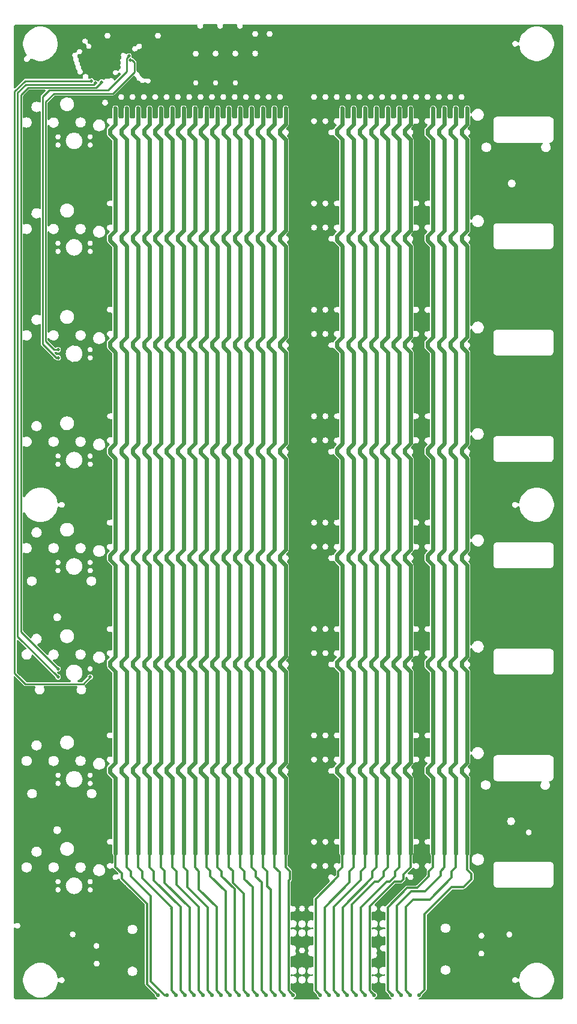
<source format=gbr>
*
%FSLAX26Y26*%
%MOIN*%
%ADD10C,0.021685*%
%ADD11C,0.019862*%
%ADD12C,0.011843*%
%ADD13C,0.010000*%
%ADD14C,0.020000*%
%ADD15C,0.001220*%
%IPPOS*%
%LNl3t.gbr*%
%LPD*%
%SRX1Y1I0J0*%
G01*
G75*
G36*
X10005Y407798D02*
G02X14059Y410722I3213J-182D01*
G02X18683Y408233I-352J-6193D01*
G03X41471Y433177I11847J12058D01*
G03X17493Y431125I-10938J-13304D01*
G02X13282Y429850I-3677J4554D01*
G02X10010Y432680I-235J3034D01*
G01X10009Y619512D01*
X240871D01*
G03X270609Y619512I14869J0D01*
G01X304118D01*
G03X386348Y619512I41115J22580D01*
G01X419871D01*
G03X449609Y619512I14869J0D01*
G01X656968D01*
X736427Y539859D01*
G02X738542Y535193I-4081J-4662D01*
G01X738533Y399400D01*
X696154D01*
G03X641712Y399400I-27221J0D01*
G01X10006D01*
X10005Y407798D01*
G37*
G36*
Y1801557D02*
G02X14019Y1804481I3157J-117D01*
G02X17323Y1803390I-625J-7442D01*
G01X67734Y1753065D01*
G03X74656Y1750614I6877J8423D01*
G01X126316Y1750611D01*
X126881Y1750549D01*
X129345Y1749616D01*
G02X130107Y1744391I-1207J-2844D01*
G03X175875Y1745448I23226J-14290D01*
G02X177317Y1749678I2621J1467D01*
G01X179441Y1750487D01*
X179700Y1750549D01*
X180268Y1750611D01*
X358597D01*
X359165Y1750549D01*
X359425Y1750487D01*
X361549Y1749678D01*
G02X363086Y1745635I-1186J-2765D01*
G03X403995Y1750176I22431J-15537D01*
G02X404020Y1754281I2210J2039D01*
G01X433642Y1783891D01*
G02X434955Y1784575I2000J-2237D01*
G03X418796Y1801122I-194J15975D01*
G02X417557Y1799007I-3143J421D01*
G01X392394Y1773876D01*
G02X389660Y1772614I-3598J4203D01*
G01X388020D01*
Y1772663D01*
X374363D01*
Y1772632D01*
X374310Y1772619D01*
X367909Y1772694D01*
G02X363065Y1778106I1018J5785D01*
G02X364561Y1780407I2985J-304D01*
G01X369901Y1783269D01*
X375917Y1787685D01*
G03X386245Y1845878I-30722J35465D01*
G01X419147D01*
G03X448884Y1845878I14869J0D01*
G01X535725D01*
X556420Y1825195D01*
G02X557911Y1821214I-3872J-3720D01*
G01X557958Y1498185D01*
G02X548867Y1492275I-5937J-814D01*
G03X536299Y1491715I-5598J-15671D01*
G03X549816Y1460800I6910J-15391D01*
G02X557992Y1455139I2242J-5497D01*
G01X557984Y1436602D01*
X344971D01*
G03X266895Y1436602I-39038J0D01*
G01X161509D01*
G03X107427Y1421300I-24876J-15302D01*
G01X10007D01*
X10005Y1801557D01*
G37*
G36*
X10006Y399400D02*
X641712D01*
G03X696154Y399400I27221J0D01*
G01X738533D01*
X738532Y372060D01*
X354252D01*
G03X320551Y372060I-16850J0D01*
G01X10008D01*
X10006Y399400D01*
G37*
G36*
X10007Y1421300D02*
X107427D01*
G03X165839Y1421300I29206J0D01*
G01X270019D01*
G03X344971Y1436602I35914J15302D01*
G01X557984D01*
X557953Y1363698D01*
G02X548727Y1358473I-6020J-128D01*
G03X526707Y1345596I-5508J-15846D01*
G03X539151Y1326064I16574J-3171D01*
G02X543027Y1318911I-1809J-5607D01*
G01X518353D01*
G03X453924Y1334586I-34121J0D01*
G01X409939D01*
G03X351527Y1334586I-29206J0D01*
G01X260339D01*
G03X201927Y1334586I-29206J0D01*
G01X110739D01*
G03X52327Y1334586I-29206J0D01*
G01X10007D01*
Y1421300D01*
G37*
G36*
Y1334586D02*
X52327D01*
G03X110739Y1334586I29206J0D01*
G01X201927D01*
G03X260339Y1334586I29206J0D01*
G01X351527D01*
G03X405376Y1318911I29206J0D01*
G01X450110D01*
G03X518353Y1318911I34121J0D01*
G01X543027D01*
G02X542820Y1318288I-5686J1543D01*
G02X540317Y1315116I-5892J2076D01*
G01X531712Y1306594D01*
G03X528965Y1303173I9681J-10588D01*
G01X527899Y1301244D01*
X526897Y1298383D01*
X526411Y1295273D01*
X526445Y1270951D01*
G03X531665Y1259381I16113J307D01*
G01X535750Y1255307D01*
X448884D01*
G03X419148Y1255307I-14868J0D01*
G01X386355D01*
G03X304110Y1255306I-41122J-22612D01*
G01X270884D01*
G03X241147Y1255306I-14868J0D01*
G01X10007D01*
Y1334586D01*
G37*
G36*
Y1255306D02*
X241147D01*
G03X270884Y1255306I14869J0D01*
G01X304110D01*
G03X298303Y1232695I41123J-22613D01*
G01X10007D01*
Y1255306D01*
G37*
G36*
Y1232695D02*
X298303D01*
G03X304144Y1210021I46930J0D01*
G01X270609D01*
G03X240871Y1210021I-14869J0D01*
G01X10007D01*
Y1232695D01*
G37*
G36*
Y1210021D02*
X240871D01*
G03X270609Y1210021I14869J0D01*
G01X304144D01*
G03X386321Y1210021I41088J22674D01*
G01X419667D01*
G03X449404Y1210021I14869J0D01*
G01X557909D01*
X557923Y1153290D01*
X469778D01*
G03X415288Y1153290I-27245J0D01*
G01X139078D01*
G03X84588Y1153290I-27245J0D01*
G01X10008D01*
X10007Y1210021D01*
G37*
G36*
X10008Y372060D02*
X320551D01*
G03X354252Y372060I16850J0D01*
G01X738532D01*
X738528Y307866D01*
X485987D01*
G03X452281Y307866I-16853J0D01*
G01X10011D01*
X10008Y372060D01*
G37*
G36*
Y1153290D02*
X84588D01*
G03X139078Y1153290I27245J0D01*
G01X415288D01*
G03X469778Y1153290I27245J0D01*
G01X557923D01*
X557973Y950783D01*
X273920D01*
G03X228442Y950783I-22739J0D01*
G01X10008D01*
Y1153290D01*
G37*
G36*
Y950783D02*
X228442D01*
G03X273920Y950783I22739J0D01*
G01X557973D01*
X557983Y906929D01*
G02X548640Y901766I-6059J-70D01*
G03X549660Y870166I-5360J-15989D01*
G02X557992Y864567I2354J-5495D01*
G01X557979Y846092D01*
X344971D01*
G03X266895Y846092I-39038J0D01*
G01X161479D01*
G03X107404Y830697I-24846J-15396D01*
G01X10009D01*
X10008Y950783D01*
G37*
G36*
X10009Y830697D02*
X107404D01*
G03X165862Y830697I29229J0D01*
G01X270059D01*
G03X344971Y846092I35874J15396D01*
G01X557979D01*
X557962Y821211D01*
G03X561674Y812129I17018J1656D01*
G02X562823Y808521I-4047J-3276D01*
G01X562828Y769394D01*
G02X552516Y766035I-5945J742D01*
G03X528306Y759628I-9241J-14026D01*
G03X555962Y740718I15020J-7711D01*
G02X565230Y738603I3813J-4654D01*
G01X575437Y728308D01*
X518379D01*
G03X453947Y744077I-34146J0D01*
G01X409939D01*
G03X351527Y744077I-29206J0D01*
G01X260339D01*
G03X201927Y744077I-29206J0D01*
G01X110739D01*
G03X52327Y744077I-29206J0D01*
G01X10009D01*
Y830697D01*
G37*
G36*
Y744077D02*
X52327D01*
G03X110739Y744077I29206J0D01*
G01X201927D01*
G03X260339Y744077I29206J0D01*
G01X351527D01*
G03X405316Y728308I29206J0D01*
G01X450088D01*
G03X518379Y728308I34146J0D01*
G01X575437D01*
X590886Y712725D01*
G02X583357Y703519I-4024J-4391D01*
G03X565665Y703146I-8556J-13955D01*
G03X588990Y679819I9119J-14206D01*
G02X599456Y677953I4790J-3419D01*
G01X600344Y676274D01*
X611824Y664766D01*
X448906D01*
G03X419125Y664766I-14890J0D01*
G01X386296D01*
G03X304170Y664766I-41063J-22674D01*
G01X270906D01*
G03X241125Y664766I-14890J0D01*
G01X10009D01*
Y744077D01*
G37*
G36*
Y664766D02*
X241125D01*
G03X270906Y664766I14891J0D01*
G01X304170D01*
G03X298326Y642092I41063J-22674D01*
G01X10009D01*
Y664766D01*
G37*
G36*
Y642092D02*
X298326D01*
G03X304118Y619512I46907J-1D01*
G01X270609D01*
G03X240871Y619512I-14869J0D01*
G01X10009D01*
Y642092D01*
G37*
G36*
X10010Y5070042D02*
X10070Y5305549D01*
X61900D01*
X65573Y5287074D01*
X72795Y5269657D01*
X81672Y5256345D01*
G02X78461Y5246579I-4563J-3911D01*
G03X71395Y5217716I4212J-16328D01*
G03X79999Y5213548I10661J11044D01*
G03X99365Y5227358I2630J16795D01*
G02X108548Y5232707I5986J280D01*
G01X112184Y5230281D01*
X129566Y5223066D01*
X147666Y5219458D01*
X167295D01*
X185395Y5223066D01*
X202781Y5230281D01*
X218426Y5240732D01*
X229124Y5251433D01*
X334071D01*
G03X336527Y5243655I13543J-0D01*
G03X339259Y5240483I10622J6386D01*
G02X341711Y5233329I-3154J-5078D01*
G01X341165Y5231899D01*
X341060Y5231463D01*
G03X340610Y5229411I6771J-2560D01*
G03X340746Y5224310I11834J-2237D01*
G03X341526Y5221697I8280J1049D01*
G01X342980Y5218898D01*
X344649Y5216845D01*
X345416Y5216161D01*
G02X347749Y5209381I-3399J-4961D01*
G03X349484Y5196193I14079J-4856D01*
G03X352105Y5193207I10450J6530D01*
G02X355164Y5186303I-2782J-5362D01*
G03X360258Y5170378I14371J-4180D01*
G02X363496Y5163598I-2610J-5410D01*
G03X370713Y5146740I14404J-3807D01*
G03X375457Y5145061I6499J10821D01*
G03X382999Y5145745I2466J14734D01*
G01X385511Y5146927D01*
X386478Y5147549D01*
G02X389616Y5149166I4278J-4449D01*
G01X390491Y5149477D01*
G02X391505Y5153521I6303J569D01*
G01X391867Y5154454D01*
G03X392489Y5156569I-6771J3140D01*
G03X392921Y5159706I-11200J3140D01*
G01X560184D01*
G03X559860Y5158435I14198J-4295D01*
G03X559680Y5153210I10882J-2991D01*
G03X563940Y5144750I12153J817D01*
G03X584831Y5144625I10511J10831D01*
G03X588940Y5151592I-10509J10893D01*
G02X599605Y5152899I5679J-2173D01*
G01X602671Y5150846D01*
G02X602842Y5141391I-3607J-4794D01*
G01X575257Y5113772D01*
G02X565136Y5116571I-4279J4227D01*
G03X562275Y5120552I-9394J-3732D01*
G03X545606Y5123538I-10397J-10022D01*
G03X541066Y5120366I5011J-12007D01*
G02X533114Y5120677I-3815J4274D01*
G03X526548Y5122978I-7275J-10242D01*
G03X515542Y5119744I-1731J-14453D01*
G01X513777Y5118064D01*
X512410Y5116385D01*
X512198Y5116198D01*
X510683Y5115265D01*
G02X506666Y5115514I-1880J2204D01*
G01X504273Y5117069D01*
G03X481649Y5107863I-7456J-14079D01*
G02X479718Y5106183I-2747J1208D01*
G02X476277Y5106302I-1629J2702D01*
G03X475135Y5107777I-13147J-8999D01*
G01X475126Y5107800D01*
X475042Y5107882D01*
G03X460488Y5113025I-11923J-10577D01*
G01X458997Y5112714D01*
G02X455986Y5113819I-594J3037D01*
G03X429961Y5120552I-15156J-4919D01*
G02X423298Y5123040I-2265J4100D01*
G02X423396Y5128950I5311J2868D01*
G03X423385Y5138592I-13656J4806D01*
G03X419719Y5144377I-12600J-3931D01*
G03X399619Y5145123I-10443J-10204D01*
G02X396729Y5144128I-3469J5381D01*
G02X395984Y5140396I-6810J-581D01*
G01X394947Y5137845D01*
X394668Y5136663D01*
G03X395548Y5128079I11908J-3116D01*
G02X390550Y5119930I-5483J-2244D01*
G01X73542Y5119925D01*
G03X71924Y5119806I-4J-11003D01*
G01X71733D01*
G03X66736Y5117568I1292J-9581D01*
G01X17719Y5068674D01*
G02X10742Y5068300I-3725J4222D01*
G02X10010Y5070042I2257J1973D01*
G37*
G36*
X10011Y307866D02*
G01X452281D01*
G03X485987Y307866I16853J0D01*
G01X738528D01*
X738522Y209458D01*
X486971D01*
G03X453265Y209458I-16853J0D01*
G01X186716D01*
X185440Y209987D01*
X167075Y213657D01*
X147886D01*
X129521Y209987D01*
X112251Y202833D01*
X96516Y192321D01*
X83215Y179009D01*
X72783Y163396D01*
X65568Y145978D01*
X61898Y127503D01*
Y108718D01*
X10023D01*
X10011Y307866D01*
G37*
G36*
X10023Y108718D02*
X61898D01*
X65568Y90243D01*
X72782Y72825D01*
X83267Y57150D01*
X96516Y43900D01*
X112262Y33388D01*
X129519Y26234D01*
X147572Y22626D01*
X167389D01*
X185441Y26234D01*
X202698Y33388D01*
X218445Y43900D01*
X231746Y57212D01*
X242178Y72825D01*
X249392Y90243D01*
X252275Y104737D01*
G02X263093Y107909I6057J-624D01*
G03X293464Y118142I13462J10233D01*
G01X738517D01*
X738515Y94722D01*
G03X738907Y91860I8287J-323D01*
G03X745442Y83151I19011J7459D01*
G01X792049Y36498D01*
G02X794250Y30029I-8296J-6432D01*
G03X800959Y21009I14683J3916D01*
G03X804814Y19081I7346J9871D01*
G02X807443Y11305I-2407J-5146D01*
G02X805618Y10123I-2432J1755D01*
G01X22151D01*
Y10154D01*
X22094D01*
Y10123D01*
X22086Y10104D01*
G02X10028Y22626I1489J13500D01*
G01X10023Y108718D01*
G37*
G36*
X10070Y5305549D02*
X10096Y5411297D01*
X10730Y5413848D01*
G02X22304Y5422992I12918J-4454D01*
G01X1026406D01*
G02X1028838Y5419819I-564J-2950D01*
G01X1028831Y5417766D01*
X1028798Y5417455D01*
X1028716Y5417082D01*
X1028676Y5416460D01*
G03X1028946Y5411608I12661J-1729D01*
G03X1029723Y5408933I9221J1228D01*
G03X1032918Y5403708I13002J4361D01*
G03X1061950Y5418326I12560J11194D01*
G02X1062029Y5420628I9547J825D01*
G02X1064969Y5423054I2979J-616D01*
G01X1135837D01*
G02X1138838Y5419819I0J-3009D01*
G01X1138831Y5417766D01*
X1138798Y5417455D01*
X1138716Y5417082D01*
G03X1144100Y5402526I16404J-2206D01*
G03X1171950Y5418326I11384J12380D01*
G02X1172029Y5420628I9547J825D01*
G02X1174969Y5423054I2979J-616D01*
G01X1245837D01*
G02X1248838Y5419819I0J-3009D01*
G01X1248831Y5417766D01*
X1248798Y5417455D01*
X1248716Y5417082D01*
G03X1254100Y5402526I16404J-2206D01*
G03X1281950Y5418326I11387J12374D01*
G02X1282029Y5420628I9547J825D01*
G02X1284401Y5422992I2941J-578D01*
G01X3049348Y5422929D01*
G02X3057302Y5418637I-2559J-14259D01*
G02X3060463Y5412728I-9265J-8756D01*
G01X3060789Y5411111D01*
Y5305549D01*
X3008966D01*
X3008964Y5324397D01*
X3005301Y5342810D01*
X2998094Y5360227D01*
X2987618Y5375903D01*
X2974301Y5389214D01*
X2958661Y5399665D01*
X2941213Y5406881D01*
X2923075Y5410488D01*
X2903696D01*
X2885559Y5406881D01*
X2868111Y5399665D01*
X2852470Y5389214D01*
X2839153Y5375903D01*
X2835204Y5369993D01*
X1447263D01*
G03X1413603Y5369993I-16830J0D01*
G01X1367263D01*
G03X1333603Y5369993I-16830J0D01*
G01X824010D01*
G03X793580Y5360009I-13577J-9984D01*
G01X547286D01*
G03X513580Y5360009I-16853J0D01*
G01X242275D01*
X242186Y5360227D01*
X231713Y5375903D01*
X218396Y5389214D01*
X202756Y5399665D01*
X185307Y5406881D01*
X167170Y5410488D01*
X147791D01*
X129653Y5406881D01*
X112205Y5399665D01*
X96565Y5389214D01*
X83248Y5375903D01*
X72772Y5360227D01*
X65565Y5342810D01*
X61902Y5324397D01*
X61900Y5305549D01*
X10070D01*
G37*
G36*
X26151Y1825727D02*
Y2005675D01*
G02X34225Y2006549I4506J-3899D01*
G01X79528Y1961237D01*
X80214Y1960179D01*
X80993Y1958188D01*
G02X78891Y1954394I-2864J-893D01*
G01X74510Y1953585D01*
G03X65249Y1949480I4892J-23535D01*
G03X110644Y1922359I16290J-24285D01*
G02X114424Y1924722I2997J-590D01*
G02X117764Y1923011I-2882J-9741D01*
G01X239147Y1801627D01*
G02X239809Y1800125I-3488J-2434D01*
G01X239896Y1798820D01*
G03X243558Y1790325I14779J1334D01*
G03X261057Y1785585I12175J10275D01*
G03X266060Y1788469I-3404J11686D01*
G03X256201Y1816548I-10331J12143D01*
G02X254122Y1817792I381J2995D01*
G01X251746Y1820156D01*
X251691Y1820196D01*
X250372Y1821515D01*
G02X251253Y1829487I4821J3502D01*
G02X254321Y1830047I2047J-2531D01*
G01X255060Y1829985D01*
Y1829953D01*
X255874D01*
Y1830016D01*
X256928D01*
Y1829985D01*
G03X257661Y1861709I-946J15892D01*
G02X254585Y1862891I-399J3555D01*
G01X228687Y1888830D01*
G02X227865Y1890323I2517J2359D01*
G01X227376Y1892563D01*
G02X229773Y1895984I2963J474D01*
G03X244084Y1899032I729J31699D01*
G01X246838Y1900587D01*
X247602Y1901147D01*
G03X260321Y1925220I-16480J24104D01*
G01X351527D01*
G03X405296Y1909420I29206J0D01*
G01X450110D01*
G03X518353Y1909420I34121J0D01*
G01X543017D01*
G02X542607Y1908363I-5708J1606D01*
G02X540278Y1905625I-7540J4054D01*
G01X530440Y1895797D01*
X528607Y1893185D01*
X527565Y1891007D01*
X526681Y1887959D01*
X526378Y1884787D01*
X526426Y1862518D01*
G03X531648Y1849952I16782J-394D01*
G01X535725Y1845878D01*
X448884D01*
G03X419147Y1845878I-14868J0D01*
G01X386245D01*
G03X353340Y1869360I-41050J-22727D01*
G03X337376Y1869422I-8123J-36151D01*
G03X323256Y1864633I5390J-39102D01*
G01X322816Y1864446D01*
X315726Y1859718D01*
G03X325872Y1780407I29448J-36537D01*
G02X326677Y1775369I-1387J-2805D01*
G02X322643Y1772694I-5004J3168D01*
G01X317270Y1772632D01*
Y1772614D01*
X316050D01*
Y1772663D01*
X82323D01*
Y1772632D01*
G02X76772Y1775058I-408J6630D01*
G01X26151Y1825727D01*
G37*
G36*
X60698Y2485012D02*
G02X61713Y2489541I10610J0D01*
G02X65686Y2491096I2770J-1225D01*
G03X110727Y2515698I15834J24542D01*
G01X201904D01*
G03X260362Y2515698I29229J0D01*
G01X351504D01*
G03X405384Y2499992I29229J1D01*
G01X450110D01*
G03X518353Y2499992I34121J0D01*
G01X543021D01*
G02X542553Y2498810I-5712J1578D01*
G02X540297Y2496197I-7847J4494D01*
G01X531128Y2487115D01*
G03X526602Y2477536I10238J-10696D01*
G01X526379Y2475296D01*
X526482Y2451285D01*
G03X531872Y2440213I15850J868D01*
G01X535675Y2436428D01*
X448901D01*
G03X419130Y2436428I-14885J0D01*
G01X386325D01*
G03X304135Y2436418I-41092J-22621D01*
G01X270906D01*
G03X241125Y2436418I-14890J0D01*
G01X60789D01*
X60780Y2483694D01*
G02X60698Y2485012I10528J1316D01*
G37*
G36*
X60715Y2802109D02*
G02X60811Y2803177I5974J1D01*
G01X60841Y2981674D01*
X240871D01*
G03X270609Y2981674I14869J0D01*
G01X304110D01*
G03X386356Y2981674I41123J22611D01*
G01X419871D01*
G03X449609Y2981674I14869J0D01*
G01X557880D01*
X557951Y2678146D01*
G02X548486Y2673481I-6015J270D01*
G03X531992Y2669873I-5257J-15471D01*
G03X527201Y2662284I8770J-10844D01*
G01X526667Y2660107D01*
G03X549797Y2641881I16638J-2675D01*
G02X557942Y2635598I2207J-5560D01*
G01X557944Y2617714D01*
X344994D01*
G03X266872Y2617714I-39061J0D01*
G01X161490D01*
G03X107427Y2602381I-24857J-15333D01*
G01X60842D01*
X60811Y2709746D01*
G02X67047Y2715687I5934J14D01*
G02X72797Y2710617I-182J-6002D01*
G01X83218Y2695003D01*
X96520Y2681692D01*
X112272Y2671179D01*
X129529Y2664025D01*
X147591Y2660418D01*
X167369D01*
X185431Y2664025D01*
X202689Y2671179D01*
X218441Y2681692D01*
X231743Y2695003D01*
X242175Y2710617D01*
X249392Y2728034D01*
X252552Y2743834D01*
G02X263696Y2744892I5773J-1593D01*
G03X263144Y2766166I12821J10977D01*
G02X252276Y2769276I-4898J3429D01*
G01X249393Y2783770D01*
X242180Y2801187D01*
X231698Y2816863D01*
X218373Y2830174D01*
X202719Y2840625D01*
X185449Y2847778D01*
X167094Y2851448D01*
X147866D01*
X129511Y2847778D01*
X112241Y2840625D01*
X96587Y2830174D01*
X83263Y2816863D01*
X72780Y2801187D01*
G02X63774Y2796895I-6034J1066D01*
G02X60715Y2802109I2915J5215D01*
G37*
G36*
X60789Y2436418D02*
G01X241125D01*
G03X270906Y2436418I14891J0D01*
G01X304135D01*
G03X298326Y2413807I41097J-22610D01*
G01X60793D01*
X60789Y2436418D01*
G37*
G36*
X60793Y2413807D02*
X298326D01*
G03X304152Y2391164I46907J-2D01*
G01X270609D01*
G03X240871Y2391164I-14869J0D01*
G01X60797D01*
X60793Y2413807D01*
G37*
G36*
X60797Y2391164D02*
X240871D01*
G03X270609Y2391164I14869J0D01*
G01X304152D01*
G03X386313Y2391164I41081J22643D01*
G01X419871D01*
G03X449609Y2391164I14869J0D01*
G01X557883D01*
X557897Y2332692D01*
X468178D01*
G03X413688Y2332692I-27245J0D01*
G01X137478D01*
G03X82988Y2332692I-27245J0D01*
G01X60808D01*
X60797Y2391164D01*
G37*
G36*
X60799Y5023727D02*
G02X63556Y5028863I6163J-0D01*
G01X95098Y5060338D01*
X95560Y5060649D01*
X96686Y5061147D01*
X97598Y5061396D01*
X98166Y5061458D01*
X181592D01*
G02X185667Y5051816I-491J-5890D01*
G01X162256Y5028303D01*
X161526Y5027370D01*
G03X159625Y5023077I6512J-5451D01*
G01X159533Y5022642D01*
X159510Y4994899D01*
G02X158351Y4988989I-9456J-1214D01*
G02X154353Y4987870I-2585J1533D01*
G01X151410Y4989798D01*
G03X153972Y4941029I-14784J-25228D01*
G02X158536Y4939848I1794J-2476D01*
G01X159407Y4937546D01*
X159472Y4937235D01*
X159505Y4401652D01*
X159321Y4400719D01*
X158479Y4398729D01*
G02X154325Y4397236I-2775J1197D01*
G03X110993Y4387967I-17621J-23544D01*
G03X154068Y4350458I25655J-14026D01*
G02X158579Y4349214I1750J-2454D01*
G01X159344Y4347348D01*
X159430Y4347037D01*
X159482Y4346725D01*
X159474Y3810707D01*
X159226Y3809774D01*
X158487Y3808157D01*
G02X154353Y3806788I-2721J1290D01*
G01X151305Y3808779D01*
G03X154317Y3760197I-14671J-25294D01*
G02X158439Y3758891I1415J-2691D01*
G01X159384Y3756651D01*
X159456Y3756340D01*
X159494Y3756029D01*
X159566Y3645989D01*
G03X160719Y3642070I9047J532D01*
G03X162579Y3639396I8588J3990D01*
G01X236714Y3565372D01*
G03X244679Y3561080I9342J7799D01*
G01X245126Y3560893D01*
X245344Y3560769D01*
G03X249582Y3586522I11149J11391D01*
G02X247803Y3586335I-1187J2735D01*
G02X245026Y3588139I1399J5193D01*
G01X238360Y3594795D01*
X298303D01*
G03X386356Y3572183I46930J0D01*
G01X419871D01*
G03X449609Y3572183I14869J0D01*
G01X557914D01*
X557958Y3269837D01*
G02X548871Y3263928I-5936J-814D01*
G03X549816Y3232452I-5639J-15921D01*
G02X557992Y3226854I2242J-5495D01*
G01X557984Y3208286D01*
X344994D01*
G03X266872Y3208286I-39061J0D01*
G01X161452D01*
G03X107427Y3192890I-24819J-15396D01*
G01X60834D01*
X60821Y3667885D01*
X60859Y3668196D01*
X60930Y3668507D01*
X61777Y3670747D01*
G02X66344Y3671929I2769J-1284D01*
G03X65889Y3721568I15184J24961D01*
G02X62627Y3721827I-1421J2779D01*
G02X60845Y3725425I3118J3784D01*
G01X60817Y4258333D01*
X60848Y4258644D01*
X61000Y4259266D01*
X61714Y4261256D01*
G02X65690Y4262811I2742J-1151D01*
G01X69751Y4260696D01*
G03X65832Y4312140I11775J26768D01*
G02X62399Y4312575I-1408J2654D01*
G02X60893Y4315623I4127J3935D01*
G01X60832Y4849091D01*
X60990Y4850086D01*
X61838Y4852014D01*
G02X65960Y4853321I2719J-1423D01*
G03X65899Y4902774I15539J24746D01*
G02X61633Y4904204I-1503J2593D01*
G01X60977Y4905822D01*
X60903Y4906133D01*
X60862Y4906444D01*
X60800Y5023637D01*
G02X60799Y5023727I6162J112D01*
G37*
G36*
X60808Y2332692D02*
G01X82988D01*
G03X137478Y2332692I27245J0D01*
G01X413688D01*
G03X468178Y2332692I27245J0D01*
G01X557897D01*
X557944Y2131895D01*
X273942D01*
G03X228420Y2131895I-22761J0D01*
G01X60844D01*
X60808Y2332692D01*
G37*
G36*
X60834Y3192890D02*
X107427D01*
G03X165839Y3192890I29206J0D01*
G01X270034D01*
G03X344994Y3208286I35899J15396D01*
G01X557984D01*
X557953Y3135351D01*
G02X548731Y3130125I-6020J-126D01*
G03X528315Y3121914I-5569J-15641D01*
G03X526707Y3117249I9784J-5982D01*
G03X539152Y3097717I16573J-3171D01*
G02X543080Y3090594I-1801J-5638D01*
G01X518376D01*
G03X453914Y3106301I-34145J-0D01*
G01X409939D01*
G03X351527Y3106301I-29206J0D01*
G01X260339D01*
G03X201927Y3106301I-29206J0D01*
G01X110683D01*
G03X65913Y3130996I-29189J13D01*
G02X62716Y3131245I-1416J2470D01*
G02X60836Y3134977I3319J4011D01*
G01X60834Y3192890D01*
G37*
G36*
X60841Y2981674D02*
X60845Y3004285D01*
X298303D01*
G03X304110Y2981674I46930J1D01*
G01X270609D01*
G03X240871Y2981674I-14869J0D01*
G01X60841D01*
G37*
G36*
X60842Y2602381D02*
X107427D01*
G03X165839Y2602381I29206J0D01*
G01X270008D01*
G03X344994Y2617714I35925J15333D01*
G01X557944D01*
X557950Y2544281D01*
G02X548489Y2539616I-6019J280D01*
G03X531865Y2535946I-5202J-15922D01*
G03X538927Y2507270I11400J-12400D01*
G02X543021Y2499992I-1618J-5700D01*
G01X518353D01*
G03X453940Y2515698I-34121J0D01*
G01X409962D01*
G03X351504Y2515698I-29229J0D01*
G01X260362D01*
G03X201904Y2515698I-29229J-1D01*
G01X110727D01*
G03X66170Y2540487I-29207J-59D01*
G02X61802Y2541855I-1606J2531D01*
G01X60925Y2543970D01*
X60858Y2544281D01*
X60842Y2602381D01*
G37*
G36*
X60844Y2131895D02*
X228420D01*
G03X273942Y2131895I22761J0D01*
G01X557944D01*
X557955Y2087637D01*
G02X548697Y2082847I-5995J246D01*
G03X536654Y2051371I-5456J-15954D01*
G03X550639Y2051620I6721J15375D01*
G02X557992Y2045711I1425J-5756D01*
G01X557984Y2027205D01*
X344994D01*
G03X266872Y2027205I-39061J0D01*
G01X161504D01*
G03X144031Y2040112I-24861J-15376D01*
G03X120081Y2035882I-7557J-27132D01*
G03X107822Y2016910I16522J-24123D01*
G02X103293Y2015168I-2941J888D01*
G01X101784Y2015852D01*
X101475Y2016039D01*
X101231Y2016225D01*
X63416Y2054046D01*
G02X60857Y2059893I4684J5533D01*
G01X60844Y2131895D01*
G37*
G36*
X60845Y3004285D02*
X60848Y3026959D01*
X241147D01*
G03X270884Y3026959I14869J0D01*
G01X304144D01*
G03X298303Y3004285I41089J-22674D01*
G01X60845D01*
G37*
G36*
X60848Y3026959D02*
X60857Y3077749D01*
X60922Y3078060D01*
X61831Y3080300D01*
G02X65953Y3081606I2701J-1368D01*
G03X110683Y3106301I15541J24708D01*
G01X201927D01*
G03X260339Y3106301I29206J0D01*
G01X351527D01*
G03X405356Y3090594I29206J0D01*
G01X450087D01*
G03X518376Y3090594I34144J0D01*
G01X543080D01*
G02X540881Y3087329I-5729J1485D01*
G01X530473Y3076940D01*
G03X526378Y3065868I12913J-11069D01*
G01X526534Y3041297D01*
G03X531665Y3031033I16714J1941D01*
G01X535751Y3026960D01*
X448884D01*
G03X419148Y3026960I-14868J0D01*
G01X386321D01*
G03X304144Y3026959I-41088J-22674D01*
G01X270884D01*
G03X241147Y3026959I-14868J0D01*
G01X60848D01*
G37*
G36*
X139565Y1980123D02*
G02X142417Y1983133I3014J0D01*
G03X158538Y1992463I-5823J28653D01*
G03X161504Y2027205I-21896J19367D01*
G01X266872D01*
G03X344994Y2027205I39061J0D01*
G01X557984D01*
X557956Y1954207D01*
G02X551315Y1948174I-5922J-153D01*
G02X548721Y1948982I978J7709D01*
G03X538811Y1916760I-5442J-15961D01*
G02X543017Y1909420I-1503J-5737D01*
G01X518353D01*
G03X453989Y1925220I-34121J0D01*
G01X409939D01*
G03X351527Y1925220I-29206J0D01*
G01X260321D01*
G03X201934Y1924474I-29199J31D01*
G02X198034Y1921425I-3074J-86D01*
G02X192408Y1925033I1156J7994D01*
G01X140708Y1976850D01*
X140393Y1977348D01*
X139687Y1979276D01*
G02X139565Y1980123I2893J849D01*
G37*
G36*
X161452Y3208286D02*
G01X266872D01*
G03X270034Y3192890I39061J-1D01*
G01X165839D01*
G03X161452Y3208286I-29206J1D01*
G37*
G36*
X161479Y846092D02*
G01X266895D01*
G03X270059Y830697I39038J0D01*
G01X165862D01*
G03X161479Y846092I-29229J-0D01*
G37*
G36*
X161490Y2617714D02*
G01X266872D01*
G03X270008Y2602381I39061J2D01*
G01X165839D01*
G03X161490Y2617714I-29206J-1D01*
G37*
G36*
X161509Y1436602D02*
G01X266895D01*
G03X270019Y1421300I39038J0D01*
G01X165839D01*
G03X161509Y1436602I-29206J-1D01*
G37*
G36*
X186716Y209458D02*
G01X453265D01*
G03X486971Y209458I16853J0D01*
G01X738522D01*
X738520Y167097D01*
X696178D01*
G03X641688Y167097I-27245J0D01*
G01X239705D01*
X231745Y179009D01*
X218444Y192321D01*
X202710Y202833D01*
X186716Y209458D01*
G37*
G36*
X198035Y4986066D02*
G02X199754Y4990296I6104J-16D01*
G01X228756Y5019310D01*
X589482D01*
G03X623179Y5019310I16849J0D01*
G01X652465D01*
G03X686122Y5019656I16827J346D01*
G01X715453D01*
G03X749114Y5019656I16831J0D01*
G01X778445D01*
G03X812106Y5019656I16831J0D01*
G01X841437D01*
G03X875098Y5019656I16831J0D01*
G01X904429D01*
G03X938090Y5019656I16831J0D01*
G01X967422D01*
G03X1001082Y5019656I16830J0D01*
G01X1030414D01*
G03X1064075Y5019656I16831J0D01*
G01X1093406D01*
G03X1127067Y5019656I16831J0D01*
G01X1156398D01*
G03X1190059Y5019656I16831J0D01*
G01X1219390D01*
G03X1253051Y5019656I16831J0D01*
G01X1282382D01*
G03X1316043Y5019656I16831J0D01*
G01X1345374D01*
G03X1379035Y5019656I16831J0D01*
G01X1408366D01*
G03X1442027Y5019656I16831J0D01*
G01X1471359D01*
G03X1505019Y5019656I16830J0D01*
G01X1660335D01*
G03X1693996Y5019656I16831J0D01*
G01X1723327D01*
G03X1756988Y5019656I16831J0D01*
G01X1786319D01*
G03X1819980Y5019656I16831J0D01*
G01X1849311D01*
G03X1882972Y5019656I16831J0D01*
G01X1912303D01*
G03X1945964Y5019656I16831J0D01*
G01X1975296D01*
G03X2008956Y5019656I16830J0D01*
G01X2038288D01*
G03X2071949Y5019656I16831J0D01*
G01X2101280D01*
G03X2134941Y5019656I16831J0D01*
G01X2164272D01*
G03X2197933Y5019656I16831J0D01*
G01X2227264D01*
G03X2260925Y5019656I16831J0D01*
G01X2290256D01*
G03X2323917Y5019656I16831J0D01*
G01X2353248D01*
G03X2386909Y5019656I16831J0D01*
G01X2416240D01*
G03X2449901Y5019656I16831J0D01*
G01X2479233D01*
G03X2512893Y5019656I16830J0D01*
G01X3060788D01*
Y4988181D01*
X533996D01*
G03X500335Y4988181I-16830J0D01*
G01X344085D01*
G03X266895Y4979907I-38152J-8273D01*
G01X198036D01*
X198035Y4986066D01*
G37*
G36*
X198036Y4979907D02*
X266895D01*
G03X344971Y4979907I39038J0D01*
G01X502509D01*
G03X533996Y4988181I14657J8273D01*
G01X3060788D01*
Y4888451D01*
X3006576D01*
G03X2986618Y4910051I-21668J-1D01*
G01X2692516D01*
G03X2672557Y4888453I1707J-21598D01*
G01X2596139D01*
G03X2602273Y4951542I-9552J32771D01*
G03X2570746Y4951418I-15647J-29712D01*
G03X2556008Y4936302I13415J-27822D01*
G01X2553249Y4928651D01*
G02X2552242Y4927407I-2751J1197D01*
G02X2545100Y4929957I-2470J4359D01*
G02X2544424Y4932259I5049J2733D01*
G01X2544405Y4956829D01*
G03X2510714Y4956892I-16846J-61D01*
G01X2510745Y4906941D01*
G02X2504104Y4900907I-5994J-75D01*
G02X2501026Y4901965I663J6935D01*
G03X2489892Y4901467I-4961J-13800D01*
G02X2481429Y4907625I-2543J5400D01*
G01X2481413Y4956829D01*
G03X2447722Y4956892I-16846J-65D01*
G01X2447753Y4906941D01*
G02X2441111Y4900907I-5994J-75D01*
G02X2438034Y4901965I664J6934D01*
G03X2426900Y4901467I-4961J-13800D01*
G02X2418437Y4907625I-2543J5400D01*
G01X2418421Y4956829D01*
G03X2384730Y4956892I-16846J-65D01*
G01X2384761Y4906941D01*
G02X2378119Y4900907I-5994J-75D01*
G02X2375042Y4901965I664J6934D01*
G03X2363908Y4901467I-4961J-13800D01*
G02X2355445Y4907625I-2543J5400D01*
G01X2355429Y4956829D01*
G03X2321737Y4956581I-16846J-74D01*
G01Y4907625D01*
G02X2312516Y4901778I-5943J-823D01*
G03X2300033Y4901156I-5503J-15128D01*
G03X2295700Y4898295I3944J-10684D01*
G03X2290487Y4888902I9729J-11543D01*
G03X2302934Y4869370I16571J-3172D01*
G02X2304728Y4859044I-1804J-5632D01*
G01X2298424Y4852761D01*
G03X2290709Y4841813I13573J-17757D01*
G01X2290191Y4838578D01*
X2290307Y4813012D01*
X2290676Y4810897D01*
X2291536Y4808285D01*
X2293257Y4805174D01*
X2293910Y4804303D01*
X2320024Y4778177D01*
G02X2321684Y4774010I-3955J-3990D01*
G01X2321731Y4450981D01*
G02X2312424Y4445071I-6034J-781D01*
G03X2295786Y4441525I-5368J-15620D01*
G03X2313576Y4413533I11296J-12470D01*
G02X2321720Y4407251I2210J-5555D01*
G01X2321762Y4316370D01*
G02X2312735Y4311082I-6011J-87D01*
G03X2300012Y4310522I-5731J-14614D01*
G03X2295636Y4307599I4260J-11115D01*
G03X2302706Y4278922I11400J-12399D01*
G02X2304706Y4268472I-1610J-5725D01*
G01X2294233Y4258022D01*
G03X2290669Y4251117I12921J-11042D01*
G01X2290185Y4247944D01*
X2290228Y4223436D01*
G03X2290820Y4219890I11936J170D01*
G03X2292244Y4216344I10242J2054D01*
G01X2292486Y4215847D01*
X2293873Y4213794D01*
X2319907Y4187730D01*
G02X2321687Y4183438I-4527J-4393D01*
G01X2321693Y3858792D01*
G02X2312477Y3854500I-5954J744D01*
G03X2300251Y3853940I-5414J-15538D01*
G03X2295628Y3850892I5611J-13540D01*
G03X2314415Y3823273I11423J-12429D01*
G02X2321771Y3817363I1438J-5743D01*
G01X2321706Y3726420D01*
G02X2312856Y3720511I-5920J-716D01*
G03X2295705Y3717089I-5792J-15661D01*
G03X2302589Y3688413I11346J-12441D01*
G02X2305169Y3678336I-1498J-5752D01*
G01X2294219Y3667450D01*
X2292959Y3665770D01*
X2292495Y3664962D01*
G03X2290908Y3661416I10410J-6787D01*
G01X2290277Y3658430D01*
X2290223Y3632988D01*
G03X2290825Y3629318I12316J136D01*
G01X2291498Y3627266D01*
X2292460Y3625337D01*
X2293944Y3623160D01*
X2320200Y3596848D01*
G02X2321691Y3592866I-3883J-3724D01*
G01X2321738Y3269837D01*
G02X2312650Y3263928I-5936J-814D01*
G03X2313596Y3232452I-5627J-15921D01*
G02X2321771Y3226854I2242J-5495D01*
G01X2321704Y3135911D01*
G02X2312511Y3130125I-5926J-780D01*
G03X2290487Y3117249I-5508J-15852D01*
G03X2302932Y3097717I16555J-3183D01*
G02X2304728Y3087391I-1802J-5633D01*
G01X2298425Y3081108D01*
G03X2290707Y3070160I13595J-17779D01*
G01X2290190Y3066925D01*
X2290314Y3041297D01*
X2290675Y3039244D01*
X2291535Y3036632D01*
X2293256Y3033522D01*
X2293909Y3032651D01*
X2320024Y3006525D01*
G02X2321684Y3002357I-3949J-3987D01*
G01X2321731Y2679328D01*
G02X2312422Y2673418I-6068J-729D01*
G03X2295787Y2669873I-5361J-15647D01*
G03X2313576Y2641881I11296J-12470D01*
G02X2321751Y2636220I2201J-5555D01*
G01X2321731Y2545463D01*
G02X2312614Y2539492I-5981J-814D01*
G03X2295636Y2535946I-5656J-15335D01*
G03X2302706Y2507270I11399J-12399D01*
G02X2304706Y2496819I-1613J-5725D01*
G01X2298404Y2490537D01*
G03X2290486Y2478593I12725J-17032D01*
G01X2290158Y2475296D01*
X2290257Y2451348D01*
G03X2290821Y2448237I11921J554D01*
G03X2292245Y2444692I10216J2045D01*
G01X2292487Y2444194D01*
X2293873Y2442141D01*
X2319968Y2416015D01*
G02X2321657Y2411163I-4550J-4304D01*
G01X2321693Y2087139D01*
G02X2312477Y2082847I-5954J744D01*
G03X2295556Y2079177I-5434J-15789D01*
G03X2314419Y2051620I11496J-12365D01*
G02X2321771Y2045711I1425J-5756D01*
G01X2321706Y1954767D01*
G02X2312853Y1948858I-5919J-719D01*
G03X2295709Y1945437I-5787J-15669D01*
G03X2302590Y1916760I11343J-12442D01*
G02X2305170Y1906683I-1499J-5753D01*
G01X2298386Y1899965D01*
G03X2292495Y1893309I15351J-19521D01*
G03X2290908Y1889763I10407J-6786D01*
G01X2290277Y1886777D01*
X2290223Y1861336D01*
G03X2290824Y1857666I12320J133D01*
G03X2292211Y1854182I10368J2109D01*
G01X2293241Y1852440D01*
X2293893Y1851570D01*
X2320200Y1825195D01*
G02X2321690Y1821214I-3881J-3722D01*
G01X2321738Y1498185D01*
G02X2312647Y1492275I-5937J-814D01*
G03X2295520Y1488667I-5618J-15786D01*
G03X2313596Y1460800I11479J-12350D01*
G02X2321771Y1455139I2241J-5497D01*
G01X2321704Y1364258D01*
G02X2312506Y1358473I-5926J-782D01*
G03X2290487Y1345596I-5452J-15942D01*
G03X2302930Y1326064I16540J-3192D01*
G02X2304729Y1315738I-1804J-5634D01*
G01X2295202Y1306283D01*
G03X2291098Y1299689I9768J-10653D01*
G01X2290469Y1297450D01*
X2290158Y1294215D01*
X2290307Y1269707D01*
X2290676Y1267592D01*
X2291536Y1264979D01*
X2293256Y1261869D01*
X2293909Y1260998D01*
X2320024Y1234872D01*
G02X2321683Y1230704I-3946J-3985D01*
G01X2321731Y907675D01*
G02X2312420Y901766I-6067J-731D01*
G03X2295788Y898220I-5352J-15677D01*
G03X2313440Y870166I11280J-12483D01*
G02X2321771Y864567I2354J-5495D01*
G01X2321741Y821211D01*
G03X2324249Y813870I16534J1550D01*
G01X2325796Y811631D01*
G02X2326603Y808521I-4052J-2711D01*
G01X2326613Y769456D01*
G02X2316299Y766035I-5959J706D01*
G03X2296923Y765413I-9261J-13621D01*
G03X2296209Y739038I10136J-13472D01*
G03X2301104Y736301I8833J10052D01*
G02X2303642Y726846I-2131J-5640D01*
G01X2303308Y726162D01*
X2303157Y725726D01*
G03X2302358Y721248I9157J-3944D01*
G01X2302345Y701466D01*
G02X2301530Y698418I-6064J-12D01*
G02X2299331Y695992I-9521J6420D01*
G01X2247949Y644487D01*
G02X2244068Y642496I-4492J3978D01*
G01X2192674Y642434D01*
G03X2185097Y638764I531J-10753D01*
G01X2075879Y529408D01*
G02X2068088Y528786I-4256J4207D01*
G03X2049010Y526174I-7754J-14342D01*
G03X2066016Y497808I11407J-12442D01*
G02X2073621Y491961I1489J-5933D01*
G01X2073557Y453394D01*
X2073497Y453083D01*
X2072823Y451155D01*
G02X2069308Y449413I-2765J1163D01*
G03X2047652Y447049I-8711J-20579D01*
G01X2047011Y446489D01*
G03X2069279Y410535I13440J-16549D01*
G02X2072927Y408669I833J-2870D01*
G01X2073518Y406678D01*
X2073569Y406367D01*
X2073558Y403444D01*
X2073497Y403133D01*
X2072916Y401329D01*
G02X2067867Y400022I-2951J995D01*
G03X2051853Y399525I-7422J-19103D01*
G01X2050733Y399027D01*
X2047555Y397037D01*
G03X2040941Y388639I12319J-16505D01*
G03X2069198Y360522I19501J-8659D01*
G02X2073498Y356852I820J-3394D01*
G01X2073588Y316544D01*
G02X2064846Y311318I-5973J67D01*
G03X2046194Y285877I-4397J-16334D01*
G03X2066018Y279034I13989J8390D01*
G02X2073622Y273187I1741J-5604D01*
G01X2073558Y193440D01*
X2073497Y193129D01*
X2072867Y191201D01*
G02X2071387Y189646I-2770J1155D01*
G02X2066968Y190330I-1452J5234D01*
G03X2069206Y150519I-6518J-20335D01*
G02X2071858Y150084I893J-2859D01*
G02X2072079Y140131I-7110J-5137D01*
G02X2067843Y140007I-2185J2214D01*
G03X2047453Y136896I-7293J-20575D01*
G03X2050002Y101377I12988J-16919D01*
G03X2069482Y100569I10520J18400D01*
G02X2072913Y98703I628J-2933D01*
G01X2073555Y96463D01*
X2073594Y59638D01*
G03X2077950Y50556I11895J120D01*
G01X2092048Y36498D01*
G02X2094250Y30029I-8293J-6432D01*
G03X2100959Y21009I14682J3915D01*
G03X2104939Y19018I7811J10641D01*
G02X2107443Y11305I-2542J-5088D01*
G02X2105618Y10123I-2432J1755D01*
G01X2096904Y10061D01*
Y10092D01*
X2023831D01*
X2023793Y10051D01*
X2015248Y10123D01*
G02X2012762Y13774I577J3065D01*
G02X2017936Y19889I6035J140D01*
G03X2012350Y51925I-7485J15200D01*
G02X2008891Y53480I77J4795D01*
G01X1999304Y62997D01*
G02X1997498Y67974I4467J4437D01*
G01X1997472Y96588D01*
X1997631Y97272D01*
X1998169Y98765D01*
G02X2002515Y100196I2806J-1206D01*
G03X2001698Y139509I7910J19829D01*
G02X1998094Y141375I-786J2895D01*
G01X1997485Y143428D01*
X1997445Y143739D01*
X1997443Y146227D01*
X1997481Y146538D01*
X1998123Y148653D01*
G02X2002520Y150208I2858J-1089D01*
G03X2001677Y189584I7872J19866D01*
G02X1998297Y190922I-816J2876D01*
G02X1997540Y192943I4500J2838D01*
G01X1997443Y233500D01*
G02X2006013Y238663I5951J-183D01*
G03X2021748Y242520I4445J15893D01*
G03X2023548Y265660I-11348J12523D01*
G02X2024297Y273125I5114J3257D01*
G03X2025771Y275675I-7069J5787D01*
G03X2004798Y298691I-15362J7065D01*
G02X1997439Y305160I-1467J5751D01*
G01X1997433Y355981D01*
X1997625Y357101D01*
X1998129Y358718D01*
G02X2002361Y360274I2815J-1122D01*
G03X2024039Y363633I8051J19673D01*
G03X2001662Y399525I-13618J16431D01*
G02X1998624Y400473I-751J2934D01*
G02X1997433Y404003I5395J3786D01*
G02X1997898Y408109I6679J1323D01*
G02X2001629Y410473I3038J-668D01*
G01X2003346Y409851D01*
G03X2019011Y410473I7065J19638D01*
G03X2024042Y413583I-6875J16746D01*
G03X2002031Y449600I-13601J16422D01*
G02X1998036Y451528I-1121J2780D01*
G01X1997528Y453145D01*
X1997467Y453456D01*
X1997461Y493827D01*
G02X2005950Y498679I5925J-515D01*
G03X2016857Y499363I4500J15542D01*
G03X2020843Y501665I-4638J12633D01*
G03X2015848Y530963I-10369J13307D01*
G02X2014609Y541227I2406J5497D01*
G01X2125792Y652387D01*
G02X2129483Y654253I4184J-3692D01*
G01X2162834Y654502D01*
G03X2169601Y658421I-2231J11655D01*
G01X2181737Y670675D01*
G03X2183256Y673225I-7434J6156D01*
G01X2183444Y673599D01*
X2183814Y674718D01*
G03X2184291Y677269I-8209J2855D01*
G01X2184300Y685915D01*
G02X2196277Y685729I5985J-335D01*
G03X2198564Y680503I12525J2368D01*
G03X2227487Y697921I14115J9284D01*
G03X2220298Y704888I-14322J-7586D01*
G03X2205333Y705012I-7606J-14836D01*
G02X2198910Y715089I-2960J5199D01*
G01X2222250Y738665D01*
G02X2232221Y739971I5434J-2772D01*
G03X2237841Y736301I10010J9191D01*
G03X2250277Y736239I6296J15623D01*
G03X2255425Y739411I-3344J11190D01*
G01X2256017Y739909D01*
G03X2234054Y765475I-11869J12021D01*
G02X2224521Y771011I-3631J4723D01*
G01X2224489Y808459D01*
G02X2226137Y812626I6147J-22D01*
G03X2229446Y822766I-13454J10000D01*
G01X2229468Y865314D01*
G02X2238400Y869979I5959J-526D01*
G03X2251609Y870663I5864J14633D01*
G03X2255532Y873338I-5776J12686D01*
G03X2237885Y901455I-11339J12480D01*
G02X2229439Y907551I-2525J5401D01*
G01X2229468Y1241092D01*
G03X2223565Y1252974I-18103J-1586D01*
G01X2220043Y1256457D01*
G02X2220723Y1265477I4167J4221D01*
G03X2227964Y1273314I-8468J15088D01*
G03X2217665Y1296517I-15382J7060D01*
G02X2217119Y1306470I2968J5154D01*
G01X2225750Y1315116D01*
X2227054Y1316982D01*
G03X2229474Y1323451I-13147J8605D01*
G02X2237373Y1327059I5628J-1870D01*
G03X2248433Y1326251I6591J14121D01*
G03X2253575Y1328614I-3177J13689D01*
G03X2237609Y1358037I-9512J13882D01*
G02X2229444Y1364320I-2320J5432D01*
G01X2229431Y1455139D01*
G02X2238289Y1460488I5936J180D01*
G03X2251683Y1461235I5857J15441D01*
G03X2237609Y1491902I-7528J15108D01*
G02X2229444Y1498185I-2335J5412D01*
G01X2229527Y1830607D01*
G03X2227324Y1838755I-17969J-486D01*
G03X2224034Y1842985I-10687J-4917D01*
G01X2219851Y1847215D01*
G02X2220912Y1856173I4361J4025D01*
G03X2228172Y1864384I-7295J13766D01*
G03X2218307Y1886715I-15570J6466D01*
G02X2217013Y1896917I2331J5479D01*
G01X2225773Y1905688D01*
X2227074Y1907554D01*
G03X2229494Y1914085I-14492J9084D01*
G02X2238307Y1917258I5592J-1707D01*
G01X2238900Y1917009D01*
X2239441Y1916885D01*
G03X2248282Y1916760I4604J12899D01*
G03X2255434Y1920617I-3019J14158D01*
G03X2237607Y1948609I-11278J12490D01*
G02X2229442Y1954892I-2305J5451D01*
G01X2229462Y2046395D01*
G02X2238493Y2051060I6039J-617D01*
G03X2237608Y2082474I5664J15879D01*
G02X2229443Y2088756I-2324J5427D01*
G01X2229527Y2421116D01*
G03X2223512Y2434117I-17927J-402D01*
G01X2220129Y2437476D01*
G02X2221907Y2447304I4117J4330D01*
G03X2218367Y2477225I-9302J14069D01*
G02X2217098Y2487551I2274J5520D01*
G01X2221493Y2491905D01*
G03X2229300Y2503848I-12955J16992D01*
G02X2237152Y2508265I5887J-1277D01*
G03X2255322Y2511126I6974J14835D01*
G03X2237912Y2539243I-11250J12482D01*
G02X2229447Y2545339I-2507J5444D01*
G01X2229468Y2636966D01*
G02X2238404Y2641632I5979J-561D01*
G03X2251604Y2642316I5803J15713D01*
G03X2237882Y2673107I-7411J15150D01*
G02X2229439Y2679203I-2527J5396D01*
G01X2229468Y3012745D01*
G03X2223565Y3024626I-18106J-1589D01*
G01X2220044Y3028110D01*
G02X2220722Y3037129I4167J4222D01*
G03X2227569Y3044159I-8019J14659D01*
G03X2217666Y3068170I-14984J7868D01*
G02X2217118Y3078122I2969J5155D01*
G01X2225748Y3086769D01*
X2227052Y3088635D01*
G03X2229473Y3095104I-13177J8619D01*
G02X2237375Y3098712I5629J-1870D01*
G03X2248432Y3097903I6594J14152D01*
G03X2253573Y3100267I-3201J13733D01*
G03X2237609Y3129690I-9511J13882D01*
G02X2229444Y3135973I-2317J5435D01*
G01X2229431Y3226792D01*
G02X2238289Y3232141I5937J178D01*
G03X2237609Y3263555I5851J15841D01*
G02X2229444Y3269837I-2331J5418D01*
G01X2229527Y3602259D01*
G03X2227325Y3610408I-17965J-482D01*
G03X2224217Y3614451I-10587J-4922D01*
G01X2219899Y3618806D01*
G02X2221882Y3628385I4355J4093D01*
G03X2218306Y3658368I-9297J14096D01*
G02X2217013Y3668570I2332J5478D01*
G01X2225772Y3677340D01*
X2227073Y3679207D01*
G03X2229494Y3685738I-14496J9088D01*
G02X2238309Y3688911I5594J-1709D01*
G01X2238903Y3688662D01*
X2239442Y3688537D01*
G03X2248282Y3688413I4602J12892D01*
G03X2255434Y3692270I-3026J14170D01*
G03X2237607Y3720262I-11279J12490D01*
G02X2229442Y3726544I-2293J5467D01*
G01X2229411Y3817488D01*
G02X2238350Y3822775I6000J57D01*
G03X2255229Y3851265I5845J15782D01*
G03X2251210Y3853877I-9181J-9729D01*
G03X2237608Y3854126I-7072J-14696D01*
G02X2229443Y3860409I-2321J5430D01*
G01X2229527Y4192769D01*
G03X2224023Y4205210I-17596J-346D01*
G01X2220544Y4208755D01*
G02X2221906Y4218957I3672J4702D01*
G03X2228148Y4226546I-7910J12868D01*
G03X2217907Y4249126I-15565J6553D01*
G02X2217097Y4259203I2729J5290D01*
G01X2221353Y4263433D01*
G03X2229498Y4276310I-11900J16542D01*
G02X2237833Y4279669I5688J-2094D01*
G03X2255364Y4282779I6299J15461D01*
G03X2236830Y4310522I-11279J12528D01*
G02X2229441Y4317178I-1500J5764D01*
G01Y4408122D01*
G02X2238407Y4413285I5978J-15D01*
G03X2260334Y4424170I5898J15647D01*
G03X2237049Y4444449I-16174J4937D01*
G02X2229438Y4450856I-1724J5676D01*
G01X2229468Y4784398D01*
G03X2224079Y4795719I-16516J-919D01*
G01X2220045Y4799763D01*
G02X2220721Y4808782I4167J4223D01*
G03X2228193Y4817180I-7527J14220D01*
G03X2217667Y4839822I-15613J6510D01*
G02X2217117Y4849775I2966J5156D01*
G01X2221371Y4854005D01*
G03X2229127Y4865202I-11910J16535D01*
G02X2237711Y4870303I5878J-118D01*
G01X2238961Y4869743D01*
G03X2255606Y4873475I5206J15765D01*
G03X2237759Y4901405I-11469J12338D01*
G02X2229410Y4907003I-2371J5489D01*
G01X2229439Y4958322D01*
G03X2195753Y4956829I-16804J-1620D01*
G01X2195784Y4906941D01*
G02X2189143Y4900907I-5994J-75D01*
G02X2186065Y4901965I663J6935D01*
G03X2174931Y4901467I-4961J-13800D01*
G02X2166469Y4907625I-2542J5399D01*
G01X2166452Y4956829D01*
G03X2132761Y4956892I-16846J-87D01*
G01X2132792Y4906941D01*
G02X2126151Y4900907I-5994J-75D01*
G02X2123073Y4901965I663J6935D01*
G03X2111939Y4901467I-4961J-13800D01*
G02X2103477Y4907625I-2542J5399D01*
G01X2103460Y4956829D01*
G03X2069769Y4956892I-16846J-65D01*
G01X2069800Y4906941D01*
G02X2063159Y4900907I-5994J-75D01*
G02X2060081Y4901965I663J6935D01*
G03X2048947Y4901467I-4961J-13800D01*
G02X2040484Y4907625I-2543J5400D01*
G01X2040468Y4956829D01*
G03X2006777Y4956892I-16846J-65D01*
G01X2006808Y4906941D01*
G02X2000167Y4900907I-5994J-75D01*
G02X1997089Y4901965I663J6935D01*
G03X1985955Y4901467I-4961J-13800D01*
G02X1977492Y4907625I-2543J5400D01*
G01X1977476Y4956829D01*
G03X1943785Y4956892I-16846J-65D01*
G01X1943816Y4906941D01*
G02X1937174Y4900907I-5994J-75D01*
G02X1934097Y4901965I664J6934D01*
G03X1922963Y4901467I-4961J-13800D01*
G02X1914500Y4907625I-2543J5400D01*
G01X1914484Y4956829D01*
G03X1880793Y4956892I-16846J-65D01*
G01X1880824Y4906941D01*
G02X1874182Y4900907I-5994J-75D01*
G02X1871105Y4901965I664J6934D01*
G03X1859971Y4901467I-4961J-13800D01*
G02X1851508Y4907625I-2543J5400D01*
G01X1851492Y4956829D01*
G03X1817800Y4956581I-16846J-65D01*
G01Y4907625D01*
G02X1808579Y4901778I-5943J-823D01*
G03X1786550Y4888902I-5482J-15904D01*
G03X1786249Y4885792I16572J-3173D01*
G01X1756988D01*
G03X1723327Y4885792I-16831J0D01*
G01X1693996D01*
G03X1660335Y4885792I-16830J0D01*
G01X1536598D01*
X1536528Y4956767D01*
G03X1502840Y4956518I-16844J-92D01*
G01X1502871Y4906941D01*
G02X1496230Y4900907I-5994J-75D01*
G02X1493152Y4901965I663J6935D01*
G03X1481384Y4901218I-5004J-14242D01*
G02X1473504Y4906941I-1999J5534D01*
G01X1473533Y4958322D01*
G03X1439848Y4956829I-16805J-1602D01*
G01X1439879Y4906941D01*
G02X1433237Y4900907I-5994J-75D01*
G02X1430160Y4901965I664J6934D01*
G03X1419026Y4901467I-4961J-13800D01*
G02X1410563Y4907625I-2543J5400D01*
G01X1410547Y4956829D01*
G03X1376856Y4956892I-16846J-87D01*
G01X1376887Y4906941D01*
G02X1370245Y4900907I-5994J-75D01*
G02X1367168Y4901965I664J6934D01*
G03X1356034Y4901467I-4961J-13800D01*
G02X1347571Y4907625I-2543J5400D01*
G01X1347555Y4956829D01*
G03X1313863Y4956892I-16846J-65D01*
G01X1313894Y4906941D01*
G02X1307253Y4900907I-5994J-75D01*
G02X1304175Y4901965I663J6935D01*
G03X1293042Y4901467I-4960J-13800D01*
G02X1284579Y4907625I-2543J5400D01*
G01X1284563Y4956829D01*
G03X1250871Y4956892I-16846J-65D01*
G01X1250902Y4906941D01*
G02X1244261Y4900907I-5994J-75D01*
G02X1241183Y4901965I663J6935D01*
G03X1230050Y4901467I-4960J-13800D01*
G02X1221587Y4907625I-2543J5400D01*
G01X1221571Y4956829D01*
G03X1187879Y4956892I-16846J-65D01*
G01X1187910Y4906941D01*
G02X1181269Y4900907I-5994J-75D01*
G02X1178191Y4901965I663J6935D01*
G03X1167057Y4901467I-4961J-13800D01*
G02X1158595Y4907625I-2542J5399D01*
G01X1158578Y4956829D01*
G03X1124887Y4956892I-16846J-65D01*
G01X1124918Y4906941D01*
G02X1118277Y4900907I-5994J-75D01*
G02X1115199Y4901965I663J6935D01*
G03X1104065Y4901467I-4961J-13800D01*
G02X1095603Y4907625I-2542J5400D01*
G01X1095586Y4956829D01*
G03X1061895Y4956892I-16846J-65D01*
G01X1061926Y4906941D01*
G02X1055285Y4900907I-5994J-75D01*
G02X1052207Y4901965I663J6935D01*
G03X1041073Y4901467I-4961J-13800D01*
G02X1032610Y4907625I-2543J5400D01*
G01X1032594Y4956829D01*
G03X998903Y4956892I-16846J-65D01*
G01X998934Y4906941D01*
G02X992293Y4900907I-5994J-75D01*
G02X989215Y4901965I663J6935D01*
G03X978081Y4901467I-4961J-13800D01*
G02X969618Y4907625I-2543J5400D01*
G01X969602Y4956829D01*
G03X935911Y4956892I-16846J-65D01*
G01X935942Y4906941D01*
G02X929300Y4900907I-5994J-75D01*
G02X926223Y4901965I664J6934D01*
G03X915089Y4901467I-4961J-13800D01*
G02X906626Y4907625I-2543J5400D01*
G01X906610Y4956829D01*
G03X872919Y4956892I-16846J-65D01*
G01X872950Y4906941D01*
G02X866308Y4900907I-5994J-75D01*
G02X863231Y4901965I664J6934D01*
G03X852097Y4901467I-4961J-13800D01*
G02X843634Y4907625I-2543J5400D01*
G01X843618Y4956829D01*
G03X809926Y4956892I-16846J-65D01*
G01X809957Y4906941D01*
G02X803316Y4900907I-5994J-75D01*
G02X800238Y4901965I663J6935D01*
G03X789105Y4901467I-4960J-13800D01*
G02X780642Y4907625I-2543J5400D01*
G01X780626Y4956829D01*
G03X746934Y4956892I-16846J-65D01*
G01X746965Y4906941D01*
G02X740324Y4900907I-5994J-75D01*
G02X737246Y4901965I663J6935D01*
G03X726113Y4901467I-4960J-13800D01*
G02X717650Y4907625I-2543J5400D01*
G01X717634Y4956829D01*
G03X683942Y4956892I-16846J-65D01*
G01X683973Y4906941D01*
G02X677332Y4900907I-5994J-75D01*
G02X674254Y4901965I663J6935D01*
G03X663120Y4901467I-4961J-13800D01*
G02X654658Y4907625I-2542J5399D01*
G01X654641Y4956829D01*
G03X620950Y4956892I-16846J-65D01*
G01X620981Y4906941D01*
G02X614340Y4900907I-5994J-75D01*
G02X611262Y4901965I663J6935D01*
G03X600128Y4901467I-4961J-13800D01*
G02X591666Y4907625I-2542J5400D01*
G01X591649Y4956829D01*
G03X557957Y4956767I-16846J-46D01*
G01X557989Y4906941D01*
G02X548737Y4901778I-6038J-51D01*
G03X536253Y4901156I-5504J-15129D01*
G03X527717Y4892385I6427J-14794D01*
G01X526780Y4889400D01*
G03X539155Y4869370I16488J-3651D01*
G02X543065Y4862216I-1804J-5632D01*
G01X518353D01*
G03X453989Y4878016I-34121J0D01*
G01X409939D01*
G03X351527Y4878016I-29206J0D01*
G01X260287D01*
G03X205270Y4891639I-29191J16D01*
G02X201832Y4890519I-2458J1709D01*
G02X198050Y4896242I2131J5520D01*
G01X198036Y4979907D01*
G37*
G36*
X198046Y4859949D02*
G02X203310Y4865513I5572J0D01*
G02X205340Y4864269I-424J-2971D01*
G03X247582Y4853943I25762J13822D01*
G03X260287Y4878016I-16486J24090D01*
G01X351527D01*
G03X405296Y4862216I29206J0D01*
G01X450110D01*
G03X518353Y4862216I34121J0D01*
G01X543065D01*
G02X540948Y4859044I-5715J1521D01*
G01X531151Y4849340D01*
G03X528965Y4846478I8415J-8693D01*
G01X527927Y4844612D01*
X526897Y4841688D01*
X526412Y4838578D01*
X526427Y4815251D01*
G03X531112Y4803184I16852J-400D01*
G01X535739Y4798581D01*
X448906D01*
G03X419125Y4798581I-14890J0D01*
G01X386296D01*
G03X304170Y4798581I-41063J-22674D01*
G01X270906D01*
G03X241125Y4798581I-14890J0D01*
G01X198054D01*
X198047Y4859852D01*
G02X198046Y4859949I5571J111D01*
G37*
G36*
X198047Y4269281D02*
G02X203424Y4274941I5768J-95D01*
G02X205267Y4273759I-587J-2943D01*
G03X247581Y4263309I25831J13700D01*
G03X260298Y4287382I-16471J24096D01*
G01X351527D01*
G03X405376Y4271707I29206J0D01*
G01X450110D01*
G03X518353Y4271707I34121J0D01*
G01X543038D01*
G02X542553Y4270463I-5727J1516D01*
G02X540359Y4267912I-7660J4369D01*
G01X530454Y4258022D01*
X528616Y4255409D01*
X527595Y4253294D01*
X526683Y4250184D01*
X526378Y4247011D01*
X526426Y4224742D01*
G03X531683Y4212114I16812J-409D01*
G01X535767Y4208041D01*
X448884D01*
G03X419148Y4208041I-14868J0D01*
G01X386312D01*
G03X304152Y4208040I-41080J-22643D01*
G01X270680D01*
G03X240942Y4208040I-14869J0D01*
G01X198049D01*
X198047Y4269281D01*
G37*
G36*
X198049Y4208040D02*
X240942D01*
G03X270680Y4208040I14869J0D01*
G01X304152D01*
G03X298326Y4185398I41081J-22641D01*
G01X198050D01*
X198049Y4208040D01*
G37*
G36*
X198050Y4185398D02*
X298326D01*
G03X304152Y4162755I46907J-2D01*
G01X270609D01*
G03X240871Y4162755I-14869J0D01*
G01X198050D01*
Y4185398D01*
G37*
G36*
Y4162755D02*
X240871D01*
G03X270609Y4162755I14869J0D01*
G01X304152D01*
G03X386313Y4162755I41081J22643D01*
G01X419871D01*
G03X449609Y4162755I14869J0D01*
G01X557911D01*
X557955Y3859289D01*
G02X548697Y3854500I-5995J246D01*
G03X536646Y3823024I-5464J-15953D01*
G03X550636Y3823273I6721J15493D01*
G02X557992Y3817363I1438J-5743D01*
G01X557984Y3798795D01*
X344994D01*
G03X266872Y3798795I-39061J0D01*
G01X198060D01*
X198050Y4162755D01*
G37*
G36*
X198051Y3670208D02*
G02X198088Y3670871I5963J-0D01*
G01X198070Y3679269D01*
G02X203530Y3684370I5513J-429D01*
G02X205303Y3683188I-670J-2925D01*
G01X208262Y3678709D01*
X208662Y3678274D01*
G03X214680Y3672800I18604J14407D01*
G01X215444Y3672240D01*
G03X260311Y3696903I15668J24640D01*
G01X351504D01*
G03X405324Y3681104I29229J0D01*
G01X450087D01*
G03X518376Y3681104I34144J0D01*
G01X543064D01*
G02X540906Y3677900I-5751J1545D01*
G01X530439Y3667450D01*
X528607Y3664837D01*
X527564Y3662660D01*
X526681Y3659612D01*
X526378Y3656440D01*
X526427Y3634108D01*
G03X531711Y3621543I16855J-305D01*
G01X535787Y3617469D01*
X448884D01*
G03X419148Y3617469I-14868J0D01*
G01X386321D01*
G03X298303Y3594795I-41088J-22674D01*
G01X238360D01*
X236865Y3596288D01*
G02X237112Y3605059I4112J4273D01*
G02X238514Y3605743I1970J-2259D01*
G02X244954Y3605992I3475J-6473D01*
G03X244839Y3628945I11040J11532D01*
G01X244324Y3628696D01*
X243890Y3628572D01*
X240411Y3628510D01*
G02X235596Y3630189I-621J5964D01*
G01X199897Y3665895D01*
G02X198051Y3670208I4117J4314D01*
G37*
G36*
X198054Y4798581D02*
G01X241125D01*
G03X270906Y4798581I14891J0D01*
G01X304170D01*
G03X298326Y4775907I41063J-22674D01*
G01X198056D01*
X198054Y4798581D01*
G37*
G36*
X198056Y4775907D02*
X298326D01*
G03X304118Y4753327I46907J-1D01*
G01X270609D01*
G03X240871Y4753327I-14869J0D01*
G01X198058D01*
X198056Y4775907D01*
G37*
G36*
X198058Y4753327D02*
X240871D01*
G03X270609Y4753327I14869J0D01*
G01X304118D01*
G03X386347Y4753327I41115J22580D01*
G01X419667D01*
G03X449404Y4753327I14869J0D01*
G01X557907D01*
X557952Y4450981D01*
G02X548645Y4445071I-6034J-781D01*
G03X531986Y4441525I-5345J-15794D01*
G03X549797Y4413533I11302J-12471D01*
G02X557972Y4407873I2204J-5550D01*
G01X557968Y4389398D01*
X344971D01*
G03X266895Y4389398I-39038J0D01*
G01X198096D01*
X198058Y4753327D01*
G37*
G36*
X198060Y3798795D02*
X266872D01*
G03X344994Y3798795I39061J0D01*
G01X557984D01*
X557956Y3725860D01*
G02X549928Y3720137I-5939J-161D01*
G03X535700Y3719702I-6658J-15124D01*
G03X528304Y3712362I6269J-13713D01*
G03X538810Y3688413I14973J-7711D01*
G02X543064Y3681104I-1497J-5764D01*
G01X518376D01*
G03X453962Y3696903I-34144J-0D01*
G01X409962D01*
G03X351504Y3696903I-29229J0D01*
G01X260311D01*
G03X205348Y3710620I-29199J-23D01*
G02X199992Y3710558I-2697J1622D01*
G02X198063Y3714539I3966J4380D01*
G01X198060Y3798795D01*
G37*
G36*
X198096Y4389398D02*
X266895D01*
G03X344971Y4389398I39038J0D01*
G01X557968D01*
X557952Y4317116D01*
G02X548664Y4311207I-6070J-714D01*
G03X531856Y4307599I-5471J-15469D01*
G03X538927Y4278922I11400J-12399D01*
G02X543038Y4271707I-1615J-5699D01*
G01X518353D01*
G03X453924Y4287382I-34121J0D01*
G01X409939D01*
G03X351527Y4287382I-29206J0D01*
G01X260298D01*
G03X205383Y4301192I-29188J23D01*
G02X199982Y4301129I-2724J1966D01*
G02X198104Y4304675I3965J4370D01*
G01X198096Y4389398D01*
G37*
G36*
X228756Y5019310D02*
X236129Y5026685D01*
G02X240047Y5028551I4316J-4016D01*
G01X560655Y5028614D01*
G03X567272Y5031288I316J8743D01*
G01X671844Y5135606D01*
G02X681892Y5134859I4763J-3878D01*
G01X683815Y5132931D01*
X686056Y5131438D01*
G02X690334Y5124658I-1646J-5778D01*
G03X706695Y5108982I14976J-745D01*
G02X711475Y5104441I-1085J-5929D01*
G03X714598Y5100025I10692J4249D01*
G03X735556Y5100274I10358J10266D01*
G02X744417Y5100149I4377J-3863D01*
G03X764664Y5097972I11270J9578D01*
G01X1005580D01*
G03X1035286Y5097972I14853J0D01*
G01X1115580D01*
G03X1145286Y5097972I14853J0D01*
G01X1225580D01*
G03X1255286Y5097972I14853J0D01*
G01X3060789D01*
X3060788Y5019656D01*
X2512893D01*
G03X2479233Y5019656I-16830J0D01*
G01X2449901D01*
G03X2416240Y5019656I-16831J0D01*
G01X2386909D01*
G03X2353248Y5019656I-16830J0D01*
G01X2323917D01*
G03X2290256Y5019656I-16831J0D01*
G01X2260925D01*
G03X2227264Y5019656I-16831J0D01*
G01X2197933D01*
G03X2164272Y5019656I-16830J0D01*
G01X2134941D01*
G03X2101280Y5019656I-16831J0D01*
G01X2071949D01*
G03X2038288Y5019656I-16831J0D01*
G01X2008956D01*
G03X1975296Y5019656I-16830J0D01*
G01X1945964D01*
G03X1912303Y5019656I-16831J0D01*
G01X1882972D01*
G03X1849311Y5019656I-16831J0D01*
G01X1819980D01*
G03X1786319Y5019656I-16831J0D01*
G01X1756988D01*
G03X1723327Y5019656I-16831J0D01*
G01X1693996D01*
G03X1660335Y5019656I-16830J0D01*
G01X1505019D01*
G03X1471359Y5019656I-16830J0D01*
G01X1442027D01*
G03X1408366Y5019656I-16830J0D01*
G01X1379035D01*
G03X1345374Y5019656I-16831J0D01*
G01X1316043D01*
G03X1282382Y5019656I-16831J0D01*
G01X1253051D01*
G03X1219390Y5019656I-16831J0D01*
G01X1190059D01*
G03X1156398Y5019656I-16830J0D01*
G01X1127067D01*
G03X1093406Y5019656I-16831J0D01*
G01X1064075D01*
G03X1030414Y5019656I-16831J0D01*
G01X1001082D01*
G03X967422Y5019656I-16830J0D01*
G01X938090D01*
G03X904429Y5019656I-16830J0D01*
G01X875098D01*
G03X841437Y5019656I-16831J0D01*
G01X812106D01*
G03X778445Y5019656I-16831J0D01*
G01X749114D01*
G03X715453Y5019656I-16831J0D01*
G01X686122D01*
G03X652461Y5019656I-16831J0D01*
G01X623175D01*
G03X589482Y5019310I-16845J-346D01*
G01X228756D01*
G37*
G36*
X229124Y5251433D02*
X231733Y5254044D01*
X242269Y5269906D01*
X249387Y5287074D01*
X253061Y5305549D01*
X412062D01*
G03X415089Y5290807I14116J-4783D01*
G03X423921Y5285955I11105J9750D01*
G03X430978Y5286644I2050J15486D01*
G01X667206D01*
G03X671207Y5276562I14705J1D01*
G03X679800Y5271959I10171J8665D01*
G03X689957Y5273949I2379J14771D01*
G03X692565Y5276002I-5122J9189D01*
G03X695227Y5279485I-6286J7563D01*
G01X695973Y5280978D01*
G02X699114Y5285395I8016J-2375D01*
G02X701221Y5285519I1218J-2731D01*
G01X702317Y5285208D01*
G03X714516Y5287137I4088J13683D01*
G01X716614Y5288692D01*
X717097Y5289189D01*
G03X718547Y5290744I-4219J5387D01*
G03X721917Y5298769I-9802J8836D01*
G03X722036Y5300709I-15764J1941D01*
G01X2784059D01*
G03X2805223Y5303123I9101J14189D01*
G01X2806865Y5305114D01*
G02X2818222Y5303559I5434J-2563D01*
G01X2821442Y5287261D01*
X2828701Y5269657D01*
X2834312Y5261259D01*
X1367263D01*
G03X1333603Y5261259I-16830J0D01*
G01X1257252D01*
G03X1223603Y5260637I-16819J-622D01*
G01X1147263D01*
G03X1113603Y5260637I-16830J0D01*
G01X1037268D01*
G03X1003586Y5259991I-16835J-647D01*
G01X660164D01*
G03X637305Y5258336I-10630J-11870D01*
G02X633728Y5257714I-2341J2866D01*
G02X629783Y5260824I2054J6662D01*
G03X607108Y5241416I-11063J-10024D01*
G02X605629Y5233267I-4994J-3302D01*
G03X601490Y5225989I8116J-9431D01*
G03X601939Y5217592I12575J-3538D01*
G03X604139Y5213548I9550J2575D01*
G02X603300Y5205088I-4758J-3800D01*
G01X602149Y5203471D01*
X601732Y5202663D01*
G03X600179Y5197811I10046J-5890D01*
G03X603283Y5186489I14803J-2028D01*
G02X601830Y5177407I-4503J-3937D01*
G01X600612Y5176723D01*
X598517Y5174981D01*
X597514Y5173862D01*
X597086Y5173240D01*
G03X594767Y5168512I7793J-6755D01*
G02X584139Y5166584I-5788J1650D01*
G03X560184Y5159706I-9757J-11173D01*
G01X392921D01*
G03X392538Y5162665I-11631J-1D01*
G03X390861Y5167144I-10530J-1389D01*
G01X390629Y5167579D01*
X390271Y5168077D01*
G03X387154Y5171436I-10421J-6544D01*
G02X383930Y5178403I2609J5437D01*
G01X384126Y5179274D01*
G03X384149Y5184810I-10648J2812D01*
G03X381822Y5190408I-11078J-1322D01*
G01X381547Y5190844D01*
X380404Y5192212D01*
X378915Y5193581D01*
G02X376316Y5200734I3051J5157D01*
G01X376392Y5201170D01*
G03X376285Y5208199I-12959J3318D01*
G03X375459Y5210563I-8366J-1597D01*
G03X374434Y5212491I-7104J-2540D01*
G03X371776Y5215663I-8824J-4695D01*
G02X369640Y5223128I3371J5003D01*
G01X369825Y5223937D01*
G03X369618Y5231588I-11356J3521D01*
G03X368184Y5234885I-9819J-2310D01*
G01X367769Y5235569D01*
X366007Y5237808D01*
X365133Y5238617D01*
G02X362699Y5245833I3145J5079D01*
G01X363275Y5247201D01*
X363391Y5247637D01*
G03X363950Y5251058I-9001J3227D01*
G02X371540Y5257527I5886J782D01*
G03X360573Y5272518I3874J14341D01*
G02X352933Y5266174I-5934J-626D01*
G03X334217Y5253422I-3890J-14401D01*
G03X334071Y5251433I13396J-1984D01*
G01X229124D01*
G37*
G36*
X239705Y167097D02*
X641688D01*
G03X696178Y167097I27245J0D01*
G01X738520D01*
X738517Y118142D01*
X293464D01*
G03X263694Y129121I-16910J-0D01*
G02X252550Y130178I-5367J2689D01*
G01X249392Y145978D01*
X242178Y163396D01*
X239705Y167097D01*
G37*
G36*
X242275Y5360009D02*
X513580D01*
G03X547286Y5360009I16853J0D01*
G01X793580D01*
G03X827286Y5360009I16853J0D01*
G01X1336884D01*
G03X1367263Y5369993I13549J9984D01*
G01X1413603D01*
G03X1447263Y5369993I16830J0D01*
G01X2835204D01*
X2828678Y5360227D01*
X2821470Y5342810D01*
X2818330Y5327134D01*
G02X2806555Y5325019I-6156J440D01*
G03X2799655Y5330555I-11735J-7558D01*
G03X2777587Y5321349I-6459J-15570D01*
G03X2776304Y5314898I15573J-6450D01*
G01X713374D01*
G03X711213Y5315751I-6115J-12329D01*
G03X701239Y5315813I-5062J-11967D01*
G03X695154Y5312205I3726J-13219D01*
G03X690991Y5305611I8604J-10043D01*
G01X690687Y5304678D01*
G02X686842Y5301381I-3143J-225D01*
G02X684954Y5301319I-1029J2559D01*
G03X675454Y5300322I-3434J-13034D01*
G01X441196D01*
G03X441055Y5302128I-11633J0D01*
G03X436381Y5311707I-14160J-979D01*
G01X436130Y5311894D01*
G03X425425Y5315688I-9946J-11063D01*
G01Y5315657D01*
G02X418839Y5323464I-969J5864D01*
G03X390490Y5329977I-13426J6513D01*
G01X251949D01*
X249433Y5342623D01*
X242275Y5360009D01*
G37*
G36*
X251949Y5329977D02*
X390490D01*
G03X391026Y5326014I14923J1D01*
G03X394953Y5319359I11558J2334D01*
G03X405633Y5315066I10469J10613D01*
G02X408400Y5315004I1188J-8736D01*
G02X412778Y5307291I-1227J-5795D01*
G03X412062Y5305549I13400J-6525D01*
G01X253061D01*
X253058Y5324397D01*
X251949Y5329977D01*
G37*
G36*
X344085Y4988181D02*
X500335D01*
G03X502509Y4979907I16830J-1D01*
G01X344971D01*
G03X344085Y4988181I-39038J4D01*
G37*
G36*
X386296Y4798581D02*
G01X419125D01*
G03X448906Y4798581I14891J0D01*
G01X535739D01*
X556245Y4778177D01*
G02X557639Y4775907I-3945J-3985D01*
G01X392140D01*
G03X386296Y4798581I-46907J0D01*
G37*
G36*
Y664766D02*
G01X419125D01*
G03X448906Y664766I14891J0D01*
G01X611824D01*
X634442Y642092D01*
X392140D01*
G03X386296Y664766I-46907J0D01*
G37*
G36*
X386312Y4208041D02*
G01X419148D01*
G03X448884Y4208041I14868J0D01*
G01X535767D01*
X556189Y4187668D01*
G02X557566Y4185398I-4556J-4317D01*
G01X392140D01*
G03X386312Y4208041I-46907J-1D01*
G37*
G36*
X386313Y2391164D02*
G03X392140Y2413807I-41080J22643D01*
G01X557540D01*
G02X557878Y2411163I-5914J-2100D01*
G01X557883Y2391164D01*
X449609D01*
G03X419871Y2391164I-14869J0D01*
G01X386313D01*
G37*
G36*
Y4162755D02*
G03X392140Y4185398I-41080J22643D01*
G01X557566D01*
G02X557908Y4183438I-5934J-2045D01*
G01X557911Y4162755D01*
X449609D01*
G03X419871Y4162755I-14869J0D01*
G01X386313D01*
G37*
G36*
X386321Y3026960D02*
X419148D01*
G03X448884Y3026960I14868J0D01*
G01X535751D01*
X556245Y3006525D01*
G02X557606Y3004285I-4262J-4123D01*
G01X392162D01*
G03X386321Y3026960I-46930J1D01*
G37*
G36*
Y3617469D02*
G01X419148D01*
G03X448884Y3617469I14868J0D01*
G01X535787D01*
X556421Y3596848D01*
G02X557652Y3594795I-3875J-3719D01*
G01X392162D01*
G03X386321Y3617469I-46930J-0D01*
G37*
G36*
Y1210021D02*
G03X392162Y1232695I-41089J22674D01*
G01X557608D01*
G02X557904Y1230704I-5300J-1806D01*
G01X557909Y1210021D01*
X449404D01*
G03X419667Y1210021I-14869J0D01*
G01X386321D01*
G37*
G36*
X386325Y2436428D02*
X419130D01*
G03X448901Y2436428I14886J0D01*
G01X535675D01*
X556189Y2416015D01*
G02X557540Y2413807I-4564J-4310D01*
G01X392140D01*
G03X386325Y2436428I-46907J-0D01*
G37*
G36*
X386347Y4753327D02*
G03X392140Y4775907I-41114J22581D01*
G01X557639D01*
G02X557904Y4774010I-5339J-1713D01*
G01X557907Y4753327D01*
X449404D01*
G03X419667Y4753327I-14869J0D01*
G01X386347D01*
G37*
G36*
X386348Y619512D02*
G03X392140Y642092I-41115J22579D01*
G01X634442D01*
X656968Y619512D01*
X449609D01*
G03X419871Y619512I-14869J0D01*
G01X386348D01*
G37*
G36*
X386355Y1255307D02*
X419148D01*
G03X448884Y1255307I14868J0D01*
G01X535750D01*
X556245Y1234872D01*
G02X557608Y1232695I-3937J-3980D01*
G01X392162D01*
G03X386355Y1255307I-46930J-0D01*
G37*
G36*
X386356Y2981674D02*
G03X392162Y3004285I-41123J22610D01*
G01X557606D01*
G02X557875Y3001735I-5623J-1882D01*
G01X557880Y2981674D01*
X449609D01*
G03X419871Y2981674I-14869J0D01*
G01X386356D01*
G37*
G36*
Y3572183D02*
G03X392162Y3594795I-41123J22610D01*
G01X557652D01*
G02X557911Y3592866I-5106J-1668D01*
G01X557914Y3572183D01*
X449609D01*
G03X419871Y3572183I-14869J0D01*
G01X386356D01*
G37*
G36*
X405296Y1909420D02*
G03X409939Y1925220I-24563J15800D01*
G01X453989D01*
G03X450110Y1909420I30243J-15801D01*
G01X405296D01*
G37*
G36*
Y4862216D02*
G03X409939Y4878016I-24563J15800D01*
G01X453989D01*
G03X450110Y4862216I30243J-15801D01*
G01X405296D01*
G37*
G36*
X405316Y728308D02*
G03X409939Y744077I-24583J15769D01*
G01X453947D01*
G03X450088Y728308I30286J-15768D01*
G01X405316D01*
G37*
G36*
X405324Y3681104D02*
G03X409962Y3696903I-24591J15799D01*
G01X453962D01*
G03X450087Y3681104I30270J-15799D01*
G01X405324D01*
G37*
G36*
X405356Y3090594D02*
G03X409939Y3106301I-24623J15707D01*
G01X453914D01*
G03X450087Y3090594I30318J-15707D01*
G01X405356D01*
G37*
G36*
X405376Y1318911D02*
G03X409939Y1334586I-24643J15675D01*
G01X453924D01*
G03X450110Y1318911I30307J-15676D01*
G01X405376D01*
G37*
G36*
Y4271707D02*
G03X409939Y4287382I-24643J15675D01*
G01X453924D01*
G03X450110Y4271707I30307J-15676D01*
G01X405376D01*
G37*
G36*
X405384Y2499992D02*
G03X409962Y2515698I-24651J15706D01*
G01X453940D01*
G03X450110Y2499992I30291J-15706D01*
G01X405384D01*
G37*
G36*
X430978Y5286644D02*
G03X436259Y5289687I-5009J14797D01*
G03X440247Y5295721I-7876J9541D01*
G03X441196Y5300322I-10685J4602D01*
G01X675454D01*
G03X672072Y5297898I6067J-12036D01*
G01X671739Y5297525D01*
G03X668140Y5291802I8756J-9500D01*
G03X667206Y5286644I13771J-5157D01*
G01X430978D01*
G37*
G36*
X623175Y5019656D02*
X652461D01*
G03X652465Y5019310I16830J19D01*
G01X623179D01*
G03X623175Y5019656I-16849J-24D01*
G37*
G36*
X660164Y5259991D02*
G01X1003586D01*
G03X1037280Y5259991I16847J0D01*
G01X1113615D01*
G03X1147263Y5260637I16818J647D01*
G01X1223603D01*
G03X1257263Y5260637I16830J0D01*
G01X1333614D01*
G03X1367263Y5261259I16819J622D01*
G01X2834312D01*
X2839133Y5254044D01*
X2852440Y5240732D01*
X2868085Y5230281D01*
X2885471Y5223066D01*
X2903571Y5219458D01*
X2923200D01*
X2941301Y5223066D01*
X2958687Y5230281D01*
X2974331Y5240732D01*
X2987639Y5254044D01*
X2998071Y5269657D01*
X3005293Y5287074D01*
X3008966Y5305549D01*
X3060789D01*
Y5097972D01*
X1255286D01*
G03X1225580Y5097972I-14853J0D01*
G01X1145286D01*
G03X1115580Y5097972I-14853J0D01*
G01X1035286D01*
G03X1005580Y5097972I-14853J0D01*
G01X764664D01*
G03X767864Y5101331I-8976J11755D01*
G03X770400Y5112092I-10834J8232D01*
G03X744818Y5120055I-14729J-2245D01*
G02X735620Y5121174I-4131J4408D01*
G03X723606Y5125653I-10384J-9501D01*
G02X718773Y5130132I992J5918D01*
G03X711713Y5137348I-12841J-5502D01*
G02X708245Y5144128I2500J5556D01*
G03X703886Y5154951I-14905J286D01*
G03X695506Y5159244I-9852J-8906D01*
G02X691325Y5164966I1770J5682D01*
G01X691232Y5213237D01*
X691103Y5213797D01*
G03X688184Y5219333I-8951J-1182D01*
G01X676763Y5230779D01*
G03X670402Y5234822I-9017J-7161D01*
G02X668298Y5235507I490J5079D01*
G01X664907Y5238057D01*
G02X664287Y5242100I1898J2360D01*
G03X665468Y5248121I-14753J6020D01*
G03X660164Y5259991I-15934J0D01*
G37*
G36*
X713374Y5314898D02*
G01X2776304D01*
G03X2784059Y5300709I16857J-0D01*
G01X722036D01*
G03X718490Y5310712I-15883J-0D01*
G01X717817Y5311521D01*
X717022Y5312267D01*
G03X713374Y5314898I-9767J-9698D01*
G37*
G36*
X824010Y5369993D02*
G01X1333603D01*
G03X1336884Y5360009I16830J-0D01*
G01X827286D01*
G03X824010Y5369993I-16853J-0D01*
G37*
G36*
X1037268Y5260637D02*
G01X1113603D01*
G03X1113615Y5259991I16830J-10D01*
G01X1037280D01*
G03X1037268Y5260637I-16847J10D01*
G37*
G36*
X1257252Y5261259D02*
G01X1333603D01*
G03X1333614Y5260637I16830J-13D01*
G01X1257263D01*
G03X1257252Y5261259I-16830J13D01*
G37*
G36*
X1521167Y3663256D02*
G02X1523603Y3668072I5979J0D01*
G01X1531969Y3676345D01*
G03X1535124Y3681135I-12487J11659D01*
G03X1536611Y3687791I-15499J6957D01*
G01Y3704679D01*
X1660312D01*
G03X1694019Y3704679I16854J0D01*
G01X1723304D01*
G03X1757011Y3704679I16854J0D01*
G01X1786277D01*
G03X1798652Y3688413I16834J-34D01*
G02X1801232Y3678336I-1498J-5752D01*
G01X1794449Y3671618D01*
G03X1786915Y3661043I12350J-16770D01*
G02X1777407Y3657559I-5870J1304D01*
G03X1781324Y3627825I-5778J-15886D01*
G02X1789198Y3624280I2114J-5822D01*
G01X1795985Y3617064D01*
X1816263Y3596848D01*
G02X1817754Y3592866I-3883J-3724D01*
G01X1817800Y3269837D01*
G02X1808713Y3263928I-5936J-814D01*
G03X1786147Y3248003I-5666J-15922D01*
G01X1756988D01*
G03X1723327Y3248003I-16831J0D01*
G01X1693996D01*
G03X1660335Y3248003I-16830J0D01*
G01X1536611D01*
X1536609Y3602322D01*
X1536415Y3603939D01*
G03X1534445Y3610408I-14013J-733D01*
G03X1531799Y3613954I-9981J-4688D01*
G01X1527569Y3618184D01*
G02X1529375Y3627950I4268J4261D01*
G01X1529951Y3628323D01*
G03X1525540Y3657497I-10252J13370D01*
G02X1521167Y3663256I1606J5759D01*
G37*
G36*
Y1891603D02*
G02X1523604Y1896419I5978J-0D01*
G01X1531969Y1904692D01*
G03X1536611Y1916138I-12468J11721D01*
G01Y1933027D01*
X1660312D01*
G03X1694019Y1933027I16854J0D01*
G01X1723304D01*
G03X1757011Y1933027I16854J0D01*
G01X1786282D01*
G03X1798653Y1916760I16835J-35D01*
G02X1801233Y1906683I-1499J-5753D01*
G01X1794449Y1899965D01*
G03X1786915Y1889390I12350J-16770D01*
G02X1777407Y1885907I-5870J1305D01*
G03X1781327Y1856173I-5778J-15887D01*
G02X1789197Y1852627I2217J-5587D01*
G01X1795985Y1845411D01*
X1816263Y1825195D01*
G02X1817754Y1821214I-3881J-3723D01*
G01X1817800Y1498185D01*
G02X1808710Y1492275I-5937J-814D01*
G03X1786150Y1476351I-5661J-15923D01*
G01X1756988D01*
G03X1723327Y1476351I-16831J0D01*
G01X1693996D01*
G03X1660335Y1476351I-16830J0D01*
G01X1536607D01*
X1536598Y1830980D01*
G03X1531105Y1843048I-17926J-875D01*
G01X1528222Y1845909D01*
G02X1529376Y1856297I3645J4853D01*
G01X1529952Y1856670D01*
G03X1525541Y1885844I-10253J13370D01*
G02X1521167Y1891603I1604J5759D01*
G37*
G36*
X1521179Y4253843D02*
G02X1523624Y4258644I5935J0D01*
G01X1531988Y4266917D01*
G03X1536613Y4278487I-12381J11659D01*
G01Y4295248D01*
X1660316D01*
G03X1694015Y4295248I16850J0D01*
G01X1723308D01*
G03X1757007Y4295248I16850J0D01*
G01X1786255D01*
G03X1798769Y4278922I16843J-48D01*
G02X1800769Y4268472I-1610J-5725D01*
G01X1794467Y4262189D01*
G03X1786880Y4251428I12144J-16617D01*
G02X1778670Y4247633I-5711J1577D01*
G03X1780571Y4218024I-7021J-15316D01*
G02X1789227Y4214789I2973J-5242D01*
G01X1795897Y4207698D01*
X1816578Y4187046D01*
G02X1817750Y4183438I-4066J-3315D01*
G01X1817756Y3858792D01*
G02X1808540Y3854500I-5954J744D01*
G03X1791619Y3850829I-5444J-15738D01*
G03X1786229Y3838544I11493J-12367D01*
G01X1757011D01*
G03X1723304Y3838544I-16853J0D01*
G01X1694019D01*
G03X1660312Y3838544I-16853J0D01*
G01X1536612D01*
X1536613Y4192769D01*
G03X1531094Y4205272I-17648J-320D01*
G01X1528268Y4208071D01*
G02X1529315Y4218397I3605J4851D01*
G03X1524521Y4248504I-9662J13897D01*
G02X1521179Y4253843I2593J5339D01*
G37*
G36*
X1521182Y3072741D02*
G02X1523645Y3077563I5951J0D01*
G01X1528267Y3082166D01*
G03X1536261Y3094047I-11731J16523D01*
G01X1536612Y3097219D01*
Y3114139D01*
X1660335D01*
G03X1693996Y3114139I16831J0D01*
G01X1723327D01*
G03X1756988Y3114139I16831J0D01*
G01X1786186D01*
G03X1798995Y3097717I16913J-15D01*
G02X1800791Y3087391I-1802J-5633D01*
G01X1794488Y3081108D01*
G03X1786828Y3070098I11596J-16237D01*
G02X1777824Y3066925I-5708J1835D01*
G03X1761930Y3065059I-6320J-14790D01*
G03X1779796Y3036445I9636J-13868D01*
G02X1789215Y3033708I3828J-4401D01*
G01X1795942Y3026555D01*
X1816518Y3006027D01*
G02X1817747Y3002357I-4240J-3461D01*
G01X1817794Y2679328D01*
G02X1808485Y2673418I-6068J-729D01*
G03X1791829Y2669873I-5331J-15855D01*
G03X1786294Y2657432I11294J-12476D01*
G01X1756988D01*
G03X1723327Y2657432I-16831J0D01*
G01X1693996D01*
G03X1660335Y2657432I-16830J0D01*
G01X1536613D01*
X1536611Y3011750D01*
G03X1531130Y3024129I-17971J-554D01*
G01X1528243Y3026990D01*
G02X1529160Y3037192I3627J4816D01*
G01X1531384Y3038996D01*
G03X1524341Y3067485I-11740J12213D01*
G02X1521182Y3072741I2793J5256D01*
G37*
G36*
X1521183Y1301088D02*
G02X1523645Y1305910I5952J0D01*
G01X1528267Y1310513D01*
G03X1535140Y1318973I-11915J16701D01*
G03X1536611Y1325815I-12471J6260D01*
G01Y1342486D01*
X1660335D01*
G03X1693996Y1342486I16831J0D01*
G01X1723327D01*
G03X1756988Y1342486I16831J0D01*
G01X1786249D01*
G03X1798993Y1326064I16872J-63D01*
G02X1800792Y1315738I-1804J-5634D01*
G01X1794488Y1309455D01*
G03X1786828Y1298445I11700J-16310D01*
G02X1778614Y1294900I-5662J1831D01*
G03X1755919Y1285818I-7099J-15158D01*
G03X1781252Y1265601I15726J-6274D01*
G02X1789214Y1262055I2373J-5384D01*
G01X1795691Y1255151D01*
X1816517Y1234374D01*
G02X1817746Y1230704I-4242J-3461D01*
G01X1817794Y907675D01*
G02X1808483Y901766I-6067J-731D01*
G03X1786258Y885779I-5361J-15990D01*
G01X1756988D01*
G03X1723327Y885779I-16831J0D01*
G01X1693996D01*
G03X1660335Y885779I-16830J0D01*
G01X1536531D01*
X1536550Y1241155D01*
G03X1531148Y1252476I-18088J-1681D01*
G01X1528246Y1255337D01*
G02X1529161Y1265539I3623J4817D01*
G01X1531575Y1267529D01*
G03X1524340Y1295833I-11928J12028D01*
G02X1521183Y1301088I2795J5255D01*
G37*
G36*
Y4844394D02*
G02X1523644Y4849215I5952J0D01*
G01X1531884Y4857364D01*
G03X1536614Y4869183I-12220J11746D01*
G01X1536598Y4885792D01*
X1660335D01*
G03X1693996Y4885792I16831J0D01*
G01X1723327D01*
G03X1756988Y4885792I16831J0D01*
G01X1786249D01*
G03X1798997Y4869370I16873J-61D01*
G02X1800791Y4859044I-1804J-5632D01*
G01X1794487Y4852761D01*
G03X1786852Y4841813I12115J-16585D01*
G02X1777827Y4838578I-5715J1736D01*
G03X1765866Y4838765I-6223J-15400D01*
G03X1779795Y4808098I5700J-15908D01*
G02X1789215Y4805361I3828J-4405D01*
G01X1795880Y4798270D01*
X1816518Y4777680D01*
G02X1817747Y4774010I-4236J-3459D01*
G01X1817794Y4450981D01*
G02X1808487Y4445071I-6034J-781D01*
G03X1791829Y4441525I-5344J-15795D01*
G03X1786294Y4429085I11294J-12476D01*
G01X1756988D01*
G03X1723327Y4429085I-16831J0D01*
G01X1693996D01*
G03X1660335Y4429085I-16830J0D01*
G01X1536613D01*
X1536611Y4783403D01*
G03X1531137Y4795781I-17974J-549D01*
G01X1528245Y4798643D01*
G02X1529159Y4808844I3625J4817D01*
G03X1524343Y4839138I-9479J14023D01*
G02X1521183Y4844394I2792J5257D01*
G37*
G36*
X1521185Y2482186D02*
G02X1523625Y2486991I5951J0D01*
G01X1532439Y2495762D01*
G03X1536613Y2506834I-12873J11176D01*
G01Y2523592D01*
X1660318D01*
G03X1694013Y2523592I16848J0D01*
G01X1723310D01*
G03X1757005Y2523592I16848J0D01*
G01X1786255D01*
G03X1798769Y2507270I16843J-45D01*
G02X1800769Y2496819I-1613J-5725D01*
G01X1794467Y2490537D01*
G03X1786651Y2479091I13636J-17703D01*
G02X1778025Y2476292I-5496J2248D01*
G03X1780571Y2446371I-6321J-15607D01*
G02X1789226Y2443137I2973J-5242D01*
G01X1795897Y2436045D01*
X1815970Y2416077D01*
G02X1817720Y2411163I-4529J-4381D01*
G01X1817756Y2087139D01*
G02X1808540Y2082847I-5954J744D01*
G03X1791621Y2079177I-5444J-15736D01*
G03X1786231Y2066891I11493J-12367D01*
G01X1757011D01*
G03X1723304Y2066891I-16853J0D01*
G01X1694019D01*
G03X1660312Y2066891I-16853J0D01*
G01X1536612D01*
X1536613Y2421116D01*
G03X1534367Y2429389I-28745J-3362D01*
G03X1531604Y2433059I-9880J-4563D01*
G01X1527521Y2437165D01*
G02X1529390Y2446869I4325J4199D01*
G01X1530136Y2447366D01*
G03X1524377Y2476914I-10483J13292D01*
G02X1521185Y2482186I2760J5273D01*
G37*
G36*
X1531606Y808521D02*
G02X1533060Y812502I6446J-98D01*
G01X1534673Y814990D01*
X1535867Y817851D01*
X1536527Y821148D01*
X1536531Y885779D01*
X1660335D01*
G03X1693996Y885779I16831J0D01*
G01X1723327D01*
G03X1756988Y885779I16831J0D01*
G01X1786258D01*
G03X1809503Y870166I16864J-3D01*
G02X1817834Y864567I2354J-5495D01*
G01X1817811Y821148D01*
G03X1821072Y812688I17945J2058D01*
G01X1821859Y811631D01*
G02X1822666Y808521I-4052J-2711D01*
G01X1822676Y769456D01*
G02X1812363Y766035I-5952J688D01*
G03X1791106Y763858I-9344J-13626D01*
G03X1786195Y751914I11990J-11912D01*
G01X1756988D01*
G03X1723327Y751914I-16831J0D01*
G01X1693996D01*
G03X1660336Y751914I-16830J0D01*
G01X1531744D01*
G02X1531622Y753656I6256J1313D01*
G01X1531606Y808521D01*
G37*
G36*
X1531744Y751914D02*
X1660336D01*
G03X1693996Y751914I16830J0D01*
G01X1723327D01*
G03X1756988Y751914I16831J0D01*
G01X1786195D01*
G03X1796855Y736239I16901J31D01*
G02X1800996Y727717I-1266J-5882D01*
G03X1800101Y724544I5439J-3247D01*
G01X1799899Y722678D01*
X1799969Y703084D01*
G02X1798873Y699538I-6573J89D01*
G01X1796225Y696801D01*
G02X1785958Y698045I-4770J3618D01*
G01X1785333Y698916D01*
G03X1782912Y701591I-8620J-5368D01*
G03X1763311Y674345I-11291J-12551D01*
G02X1764453Y664952I-3013J-5132D01*
G01X1676254Y576684D01*
G03X1673515Y569717I8230J-7258D01*
G01X1673559Y534758D01*
G02X1664984Y529968I-5970J616D01*
G01X1664251Y530217D01*
X1663132Y530403D01*
G03X1654455Y529533I-2800J-15779D01*
G03X1650056Y527044I3783J-11818D01*
G01X1649446Y526609D01*
G03X1643552Y515008I10956J-12864D01*
G01X1627286D01*
G03X1593580Y515008I-16853J0D01*
G01X1577283D01*
G03X1571464Y526609I-16908J-1221D01*
G01X1570857Y527044D01*
G03X1566508Y529533I-8177J-9243D01*
G03X1554270Y529595I-6199J-15796D01*
G02X1547433Y536562I-930J5925D01*
G01X1547461Y663646D01*
G02X1551163Y669804I7254J-169D01*
G01X1552151Y670986D01*
G03X1554367Y677082I-10344J7211D01*
G01X1554398Y723736D01*
X1554250Y724918D01*
X1553998Y725913D01*
G03X1553153Y728152I-7013J-1368D01*
G03X1551279Y730827I-6321J-2434D01*
G01X1533848Y748369D01*
G02X1531744Y751914I4153J4862D01*
G37*
G36*
X1536607Y1476351D02*
G01X1660335D01*
G03X1693996Y1476351I16831J0D01*
G01X1723327D01*
G03X1756988Y1476351I16831J0D01*
G01X1786150D01*
G03X1809659Y1460800I16899J2D01*
G02X1817834Y1455139I2241J-5497D01*
G01X1817767Y1364258D01*
G02X1808569Y1358473I-5926J-782D01*
G03X1786550Y1345596I-5513J-15838D01*
G03X1786249Y1342486I16572J-3173D01*
G01X1756988D01*
G03X1723327Y1342486I-16831J0D01*
G01X1693996D01*
G03X1660335Y1342486I-16830J0D01*
G01X1536611D01*
X1536607Y1476351D01*
G37*
G36*
X1536611Y3248003D02*
X1660335D01*
G03X1693996Y3248003I16831J0D01*
G01X1723327D01*
G03X1756988Y3248003I16831J0D01*
G01X1786147D01*
G03X1809659Y3232452I16900J2D01*
G02X1817834Y3226854I2242J-5495D01*
G01X1817767Y3135911D01*
G02X1808574Y3130125I-5926J-780D01*
G03X1786186Y3114139I-5475J-16002D01*
G01X1756988D01*
G03X1723327Y3114139I-16831J0D01*
G01X1693996D01*
G03X1660335Y3114139I-16830J0D01*
G01X1536612D01*
X1536611Y3248003D01*
G37*
G36*
Y3704679D02*
X1536612Y3838544D01*
X1660312D01*
G03X1694019Y3838544I16854J0D01*
G01X1723304D01*
G03X1757011Y3838544I16854J0D01*
G01X1786229D01*
G03X1810478Y3823273I16882J-81D01*
G02X1817834Y3817363I1438J-5743D01*
G01X1817769Y3726420D01*
G02X1808919Y3720511I-5920J-716D01*
G03X1791638Y3716965I-5789J-15671D01*
G03X1786277Y3704679I11473J-12319D01*
G01X1757011D01*
G03X1723304Y3704679I-16853J0D01*
G01X1694019D01*
G03X1660312Y3704679I-16853J0D01*
G01X1536611D01*
G37*
G36*
Y1933027D02*
X1536612Y2066891D01*
X1660312D01*
G03X1694019Y2066891I16854J0D01*
G01X1723304D01*
G03X1757011Y2066891I16854J0D01*
G01X1786231D01*
G03X1810482Y2051620I16882J-81D01*
G02X1817834Y2045711I1425J-5756D01*
G01X1817769Y1954767D01*
G02X1808916Y1948858I-5919J-719D01*
G03X1791643Y1945312I-5790J-15638D01*
G03X1786282Y1933027I11473J-12319D01*
G01X1757011D01*
G03X1723304Y1933027I-16853J0D01*
G01X1694019D01*
G03X1660312Y1933027I-16853J0D01*
G01X1536611D01*
G37*
G36*
X1536613Y2657432D02*
X1660335D01*
G03X1693996Y2657432I16831J0D01*
G01X1723327D01*
G03X1756988Y2657432I16831J0D01*
G01X1786294D01*
G03X1809639Y2641881I16829J-35D01*
G02X1817814Y2636220I2201J-5555D01*
G01X1817794Y2545463D01*
G02X1808677Y2539492I-5981J-814D01*
G03X1791699Y2535946I-5657J-15334D01*
G03X1786255Y2523592I11399J-12400D01*
G01X1757005D01*
G03X1723310Y2523592I-16847J0D01*
G01X1694013D01*
G03X1660318Y2523592I-16847J0D01*
G01X1536613D01*
Y2657432D01*
G37*
G36*
Y4429085D02*
X1660335D01*
G03X1693996Y4429085I16831J0D01*
G01X1723327D01*
G03X1756988Y4429085I16831J0D01*
G01X1786294D01*
G03X1809639Y4413533I16829J-35D01*
G02X1817814Y4407873I2205J-5550D01*
G01X1817794Y4317116D01*
G02X1808680Y4311144I-6053J-703D01*
G03X1791699Y4307599I-5653J-15364D01*
G03X1786255Y4295248I11400J-12400D01*
G01X1757007D01*
G03X1723308Y4295248I-16850J0D01*
G01X1694015D01*
G03X1660316Y4295248I-16849J0D01*
G01X1536613D01*
Y4429085D01*
G37*
G36*
X1547303Y405327D02*
G02X1547898Y408109I6809J-2D01*
G02X1551629Y410473I3038J-668D01*
G01X1553346Y409851D01*
G03X1569011Y410473I7065J19638D01*
G03X1574042Y413583I-6864J16728D01*
G03X1581764Y429974I-13600J16422D01*
G01X1589098D01*
G03X1631768Y429974I21335J0D01*
G01X1639152D01*
G03X1669279Y410535I21323J-19D01*
G02X1672927Y408669I833J-2870D01*
G01X1673518Y406678D01*
X1673569Y406367D01*
X1673558Y403444D01*
X1673497Y403133D01*
X1672916Y401329D01*
G02X1667867Y400022I-2951J995D01*
G03X1651853Y399525I-7422J-19103D01*
G01X1650733Y399027D01*
X1647555Y397037D01*
G03X1640941Y388639I12319J-16505D01*
G03X1639108Y380024I19507J-8653D01*
G01X1631768D01*
G03X1589098Y380024I-21335J0D01*
G01X1581755D01*
G03X1551662Y399525I-21343J35D01*
G02X1548624Y400473I-751J2934D01*
G02X1547433Y404003I5395J3786D01*
G02X1547303Y405327I6679J1324D01*
G37*
G36*
X1547404Y316734D02*
G02X1547404Y316792I5967J29D01*
G01X1547468Y356603D01*
G02X1551251Y360616I3996J23D01*
G02X1552361Y360274I-218J-2679D01*
G03X1574039Y363633I8072J19534D01*
G03X1581755Y380024I-13627J16426D01*
G01X1589098D01*
G03X1631768Y380024I21335J0D01*
G01X1639108D01*
G03X1669198Y360522I21340J-38D01*
G02X1671449Y360336I919J-2590D01*
G02X1673582Y352996I-5118J-5467D01*
G01X1673590Y317477D01*
G02X1665696Y310883I-5891J-970D01*
G03X1655577Y311256I-5580J-13944D01*
G03X1648640Y307400I2795J-13196D01*
G03X1643532Y298442I9769J-11506D01*
G03X1645807Y285939I16010J-3545D01*
G01X1647079Y284135D01*
G02X1647785Y282704I-5025J-3369D01*
G01X1627263D01*
G03X1593603Y282704I-16830J0D01*
G01X1572768D01*
G02X1574409Y285503I5826J-1535D01*
G03X1571872Y307400I-13778J9499D01*
G03X1566144Y310883I-9169J-8628D01*
G01X1565511Y311132D01*
X1564990Y311256D01*
G03X1555247Y311070I-4586J-15033D01*
G02X1547404Y316734I-1875J5665D01*
G37*
G36*
X1547425Y492047D02*
G02X1555906Y497435I5952J0D01*
G03X1577283Y515008I4470J16352D01*
G01X1593580D01*
G03X1627286Y515008I16853J0D01*
G01X1643552D01*
G03X1666016Y497808I16850J-1262D01*
G02X1673621Y491961I1488J-5933D01*
G01X1673557Y453394D01*
X1673497Y453083D01*
X1672823Y451155D01*
G02X1669308Y449413I-2765J1163D01*
G03X1647652Y447049I-8711J-20580D01*
G01X1647011Y446489D01*
G03X1639152Y429974I13464J-16534D01*
G01X1631768D01*
G03X1589098Y429974I-21335J0D01*
G01X1581764D01*
G03X1552031Y449600I-21323J31D01*
G02X1548036Y451528I-1121J2780D01*
G01X1547528Y453145D01*
X1547467Y453456D01*
X1547427Y491899D01*
G02X1547425Y492047I5950J153D01*
G37*
G36*
X1547441Y245755D02*
G02X1555930Y250980I5946J-152D01*
G03X1571681Y254837I4373J16233D01*
G03X1573484Y277977I-11355J12525D01*
G02X1572768Y282704I5110J3192D01*
G01X1593603D01*
G03X1627263Y282704I16830J0D01*
G01X1647785D01*
G02X1645992Y276173I-5731J-1938D01*
G03X1666014Y251415I14350J-8870D01*
G02X1673591Y245568I1706J-5622D01*
G01X1673558Y193440D01*
X1673497Y193129D01*
X1672867Y191201D01*
G02X1671387Y189646I-2770J1155D01*
G02X1666968Y190330I-1452J5234D01*
G03X1639085Y170020I-6526J-20335D01*
G01X1631768D01*
G03X1589098Y170020I-21335J0D01*
G01X1581760D01*
G03X1551677Y189584I-21368J53D01*
G02X1548297Y190922I-816J2876D01*
G02X1547541Y192943I4501J2836D01*
G01X1547441Y245755D01*
G37*
G36*
X1547443Y146227D02*
X1547481Y146538D01*
X1548123Y148653D01*
G02X1552520Y150208I2858J-1089D01*
G03X1581760Y170020I7872J19865D01*
G01X1589098D01*
G03X1631768Y170020I21335J0D01*
G01X1639085D01*
G03X1669206Y150519I21357J-25D01*
G02X1671858Y150084I893J-2859D01*
G02X1672079Y140131I-7110J-5137D01*
G02X1667843Y140007I-2185J2214D01*
G03X1647453Y136896I-7293J-20575D01*
G03X1639112Y120008I12988J-16919D01*
G01X1631768D01*
G03X1589098Y120008I-21335J0D01*
G01X1581778D01*
G03X1551698Y139509I-21350J17D01*
G02X1548094Y141375I-786J2895D01*
G01X1547485Y143428D01*
X1547445Y143739D01*
X1547443Y146227D01*
G37*
G36*
X1547472Y96588D02*
X1547631Y97272D01*
X1548169Y98765D01*
G02X1552515Y100196I2806J-1206D01*
G03X1581778Y120008I7913J19830D01*
G01X1589098D01*
G03X1631768Y120008I21335J0D01*
G01X1639112D01*
G03X1650002Y101377I21330J-31D01*
G03X1669482Y100569I10520J18399D01*
G02X1672913Y98703I628J-2933D01*
G01X1673555Y96463D01*
X1673594Y59638D01*
G03X1677950Y50556I11895J120D01*
G01X1692048Y36498D01*
G02X1694250Y30029I-8293J-6432D01*
G03X1700959Y21009I14682J3915D01*
G03X1704939Y19018I7811J10641D01*
G02X1707443Y11305I-2542J-5088D01*
G02X1705618Y10123I-2432J1755D01*
G01X1696904Y10061D01*
Y10092D01*
X1573831D01*
X1573793Y10051D01*
X1565248Y10123D01*
G02X1562762Y13774I577J3065D01*
G02X1567936Y19889I6035J140D01*
G03X1562350Y51925I-7485J15200D01*
G02X1558891Y53480I77J4795D01*
G01X1549304Y62997D01*
G02X1547498Y67974I4467J4437D01*
G01X1547472Y96588D01*
G37*
G36*
X2258169Y13823D02*
G02X2263913Y19765I5945J0D01*
G03X2268177Y21320I-2164J12558D01*
G03X2272155Y24119I-5376J11866D01*
G03X2277292Y34632I-11658J12208D01*
G02X2279240Y38177I5312J-611D01*
G01X2299828Y58829D01*
G03X2302354Y65361I-9413J7395D01*
G01Y118136D01*
X2776309D01*
G03X2781545Y105918I16874J0D01*
G03X2804601Y105732I11630J12505D01*
G03X2806907Y108344I-6255J7846D01*
G02X2818070Y107287I5382J-2636D01*
G01X2821474Y90243D01*
X2828688Y72825D01*
X2839172Y57150D01*
X2852421Y43900D01*
X2868168Y33388D01*
X2885425Y26234D01*
X2903477Y22626D01*
X2923295D01*
X2941347Y26234D01*
X2958604Y33388D01*
X2974350Y43900D01*
X2987651Y57212D01*
X2998084Y72825D01*
X3005298Y90243D01*
X3008969Y108718D01*
X3060775D01*
Y22066D01*
X3060606Y20822D01*
G02X3049072Y10123I-13656J3155D01*
G01X2260645D01*
G02X2258501Y11865I607J2938D01*
G02X2258169Y13823I5613J1959D01*
G37*
G36*
X2302324Y477748D02*
G02X2305235Y482568I5446J0D01*
G01X2443154Y620600D01*
G02X2447404Y622902I4692J-3589D01*
G01X2508419Y623026D01*
G03X2516153Y627132I-1300J11786D01*
G01X2542865Y653942D01*
X2672556D01*
G03X2680648Y637209I21621J132D01*
G03X2690454Y632730I12800J15049D01*
G01X2691737Y632544D01*
X2986779Y632481D01*
X2989328Y632855D01*
X2992544Y633788D01*
X2995818Y635343D01*
X2998328Y637085D01*
G03X3002682Y641688I-11188J14944D01*
G03X3006581Y653864I-17061J12176D01*
G01X3060776D01*
Y406305D01*
X2434354D01*
G03X2379912Y406305I-27221J0D01*
G01X2302350D01*
Y477218D01*
G02X2302324Y477748I5420J531D01*
G37*
G36*
X2302350Y406305D02*
G01X2379912D01*
G03X2434354Y406305I27221J0D01*
G01X3060776D01*
Y372060D01*
X2778504D01*
G03X2744803Y372060I-16850J0D01*
G01X2620732D01*
G03X2589091Y363975I-14787J-8086D01*
G01X2302351D01*
X2302350Y406305D01*
G37*
G36*
X2302351Y363975D02*
X2589091D01*
G03X2622799Y363975I16854J0D01*
G01X2746869D01*
G03X2778504Y372060I14784J8086D01*
G01X3060776D01*
X3060775Y265561D01*
X2622792D01*
G03X2589098Y265561I-16847J0D01*
G01X2302352D01*
X2302351Y363975D01*
G37*
G36*
X2302352Y265561D02*
X2589098D01*
G03X2622792Y265561I16847J0D01*
G01X3060775D01*
Y108718D01*
X3008969D01*
Y127503D01*
X3005298Y145978D01*
X2998083Y163396D01*
X2987651Y179009D01*
X2974350Y192321D01*
X2958615Y202833D01*
X2941345Y209987D01*
X2922980Y213657D01*
X2903791D01*
X2885426Y209987D01*
X2868156Y202833D01*
X2852422Y192321D01*
X2839121Y179009D01*
X2835775Y174001D01*
X2434378D01*
G03X2379888Y174001I-27245J0D01*
G01X2302353D01*
X2302352Y265561D01*
G37*
G36*
X2302353Y174001D02*
X2379888D01*
G03X2434378Y174001I27245J0D01*
G01X2835775D01*
X2828688Y163396D01*
X2821500Y146040D01*
X2818331Y130178D01*
G02X2807421Y127192I-5951J318D01*
G03X2776309Y118136I-14238J-9056D01*
G01X2302354D01*
X2302353Y174001D01*
G37*
G36*
X2529101Y3072801D02*
G02X2531581Y3077625I5932J-0D01*
G01X2539877Y3085836D01*
G03X2544488Y3097530I-12459J11669D01*
G01X2544402Y3138150D01*
G02X2550720Y3144028I5917J-25D01*
G02X2553229Y3142255I-231J-2989D01*
G01X2555510Y3135537D01*
G03X2553768Y3158802I31108J14027D01*
G01X2553263Y3156998D01*
G02X2551712Y3155443I-2752J1193D01*
G02X2544404Y3160917I-1630J5440D01*
G01X2544447Y3603441D01*
X2544119Y3605618D01*
G03X2543909Y3606738I-13943J-2035D01*
G01X2672556D01*
G03X2680675Y3589943I21541J53D01*
G03X2690580Y3585464I12710J14915D01*
G01X2691935Y3585277D01*
X2987198D01*
X2988553Y3585464D01*
X2992651Y3586584D01*
X2995887Y3588139D01*
X2998379Y3589881D01*
G03X3002709Y3594484I-13229J16782D01*
G03X3006581Y3606615I-17071J12132D01*
G01X3060784D01*
X3060783Y3016065D01*
X3006580D01*
G03X3006575Y3016540I-20950J16D01*
G01X3006577Y3116938D01*
G03X2986604Y3138399I-21666J-139D01*
G01X2692525D01*
G03X2672559Y3116503I1695J-21597D01*
G01X2672556Y3016166D01*
X2543914D01*
G03X2542448Y3019712I-11621J-2728D01*
G03X2539474Y3023631I-11083J-5323D01*
G01X2535227Y3027923D01*
G02X2537082Y3037378I4435J4039D01*
G03X2541019Y3041111I-7100J11431D01*
G03X2532400Y3067485I-13505J10182D01*
G02X2529101Y3072801I2633J5315D01*
G37*
G36*
X2529102Y4844454D02*
G02X2531580Y4849277I5933J-0D01*
G01X2539759Y4857364D01*
G03X2544488Y4869121I-12296J11775D01*
G01X2544415Y4910176D01*
G02X2551012Y4915650I5901J-399D01*
G02X2553259Y4913846I-525J-2956D01*
G03X2596139Y4888453I33328J7378D01*
G01X2672557D01*
G03X2672559Y4888155I21666J-6D01*
G01X2672562Y4787384D01*
G03X2679428Y4772144I21633J579D01*
G03X2692147Y4766359I14837J15746D01*
G01X2944954Y4766234D01*
G02X2946963Y4761071I-71J-3000D01*
G03X2937274Y4740201I17542J-20828D01*
G01X2661078D01*
G03X2606588Y4740201I-27245J0D01*
G01X2544349D01*
X2544343Y4785580D01*
G03X2539475Y4795284I-15752J-1829D01*
G01X2535227Y4799576D01*
G02X2537365Y4809218I4443J4073D01*
G03X2532401Y4839138I-9818J13743D01*
G02X2529102Y4844454I2633J5316D01*
G37*
G36*
X2529105Y3663326D02*
G02X2531540Y3668134I5965J-0D01*
G01X2539843Y3676345D01*
G03X2544487Y3688040I-12356J11676D01*
G01X2544402Y3728722D01*
G02X2550462Y3734600I5904J-24D01*
G02X2553268Y3732765I33J-3012D01*
G01X2555541Y3726109D01*
G03X2553739Y3749311I31086J14085D01*
G01X2553235Y3747507D01*
G02X2550969Y3745760I-2700J1159D01*
G02X2544419Y3751613I-643J5872D01*
G01X2544488Y4192893D01*
G03X2543874Y4197248I-16779J-145D01*
G01X2672556D01*
G03X2691750Y4175849I21673J133D01*
G01X2986761Y4175787D01*
G03X2995599Y4178524I-1840J21578D01*
G01X2999047Y4180950D01*
X3001711Y4183687D01*
G03X3006582Y4197127I-16105J13440D01*
G01X3060786D01*
X3060784Y3606615D01*
X3006581D01*
G03X3006575Y3607111I-20943J-5D01*
G01X3006578Y3707448D01*
G03X2987629Y3728846I-21668J-99D01*
G01X2692811Y3728970D01*
G03X2672559Y3707074I1410J-21618D01*
G01X2672556Y3606738D01*
X2543909D01*
G03X2539430Y3614203I-13731J-3162D01*
G01X2535180Y3618495D01*
G02X2537374Y3628074I4490J4012D01*
G03X2532960Y3657746I-9801J13706D01*
G02X2529105Y3663326I2110J5579D01*
G37*
G36*
X2529106Y2482246D02*
G02X2531561Y2487053I5934J-0D01*
G01X2539862Y2495264D01*
G03X2544488Y2506959I-12385J11661D01*
G01X2544402Y2547578D01*
G02X2550574Y2553488I5914J1D01*
G02X2553265Y2551684I-68J-3010D01*
G01X2555509Y2545090D01*
X2555781Y2544592D01*
G03X2569019Y2529912I27439J11434D01*
G03X2595984Y2526250I17616J28604D01*
G01X2672557D01*
G03X2672559Y2525931I21663J-26D01*
G01X2672631Y2423915D01*
G03X2691744Y2404196I21583J1797D01*
G01X2987390D01*
G03X3006394Y2422920I-2476J21520D01*
G01X3006578Y2526242D01*
X3060781D01*
X3060780Y1834963D01*
X3006581D01*
G03X3006575Y1835459I-20946J-6D01*
G01X3006578Y1935795D01*
G03X2987622Y1957193I-21666J-98D01*
G01X2692824Y1957318D01*
G03X2672559Y1935422I1395J-21617D01*
G01X2672556Y1835085D01*
X2543908D01*
G03X2539429Y1842550I-13734J-3164D01*
G01X2535179Y1846842D01*
G02X2537376Y1856422I4490J4012D01*
G03X2532819Y1886155I-9805J13713D01*
G02X2531541Y1896481I2249J5520D01*
G01X2539843Y1904692D01*
G03X2544487Y1916387I-12362J11678D01*
G01X2544402Y1957069D01*
G02X2550456Y1962947I5904J-24D01*
G02X2553268Y1961112I38J-3013D01*
G01X2555541Y1954456D01*
G03X2553741Y1977659I31059J14081D01*
G01X2553237Y1975855D01*
G02X2550969Y1974107I-2697J1154D01*
G02X2544417Y1979587I-651J5879D01*
G01X2544345Y2423355D01*
X2544103Y2424600D01*
G03X2539433Y2433122I-14007J-2135D01*
G01X2535636Y2436916D01*
G02X2536986Y2446682I4033J4419D01*
G01X2539480Y2448735D01*
G03X2532436Y2476914I-11946J11984D01*
G02X2529106Y2482246I2605J5333D01*
G37*
G36*
Y4253899D02*
G02X2531560Y4258706I5934J0D01*
G01X2539862Y4266917D01*
G03X2544488Y4278611I-12382J11660D01*
G01X2544422Y4319729D01*
G02X2551345Y4325016I5869J-508D01*
G02X2553250Y4323337I-845J-2880D01*
G01X2555509Y4316681D01*
X2555781Y4316183D01*
G03X2569019Y4301503I27424J11422D01*
G03X2604857Y4301876I17621J28834D01*
G03X2553259Y4338079I-18248J28863D01*
G02X2551697Y4336524I-2750J1200D01*
G02X2544405Y4342309I-1477J5626D01*
G01X2544377Y4539374D01*
X2752064D01*
G03X2797542Y4539374I22739J0D01*
G01X3060787D01*
X3060786Y4197127D01*
X3006582D01*
G03X3006575Y4197683I-20976J14D01*
G01X3006577Y4298019D01*
G03X2985960Y4319542I-21668J-120D01*
G01X2693174D01*
G03X2672559Y4297584I1044J-21636D01*
G01X2672556Y4197248D01*
X2543874D01*
G03X2539412Y4204774I-16165J-4498D01*
G01X2535570Y4208631D01*
G02X2536985Y4218335I4101J4357D01*
G03X2532437Y4248566I-9437J14038D01*
G02X2529106Y4253899I2604J5333D01*
G37*
G36*
X2529112Y1301128D02*
G02X2531519Y1305910I5954J-0D01*
G01X2539760Y1314059D01*
G03X2544488Y1325815I-12295J11773D01*
G01X2544402Y1366497D01*
G02X2551008Y1372344I5914J-27D01*
G02X2553238Y1370603I-513J-2956D01*
G01X2553822Y1368550D01*
G03X2568758Y1349018I32829J9628D01*
G03X2595767Y1345149I17724J27524D01*
G01X2672557D01*
G03X2672559Y1344850I21664J-7D01*
G01X2672645Y1242648D01*
X2672737Y1242212D01*
G03X2676465Y1232197I21513J2307D01*
G01X2676974Y1231575D01*
G03X2680700Y1227718I11429J7312D01*
G01X2681219Y1227283D01*
X2683660Y1225728D01*
G03X2692130Y1223053I10614J18860D01*
G01X2937279Y1222929D01*
G02X2939611Y1218139I-77J-3000D01*
G03X2933408Y1200815I21020J-17299D01*
G01X2657178D01*
G03X2602688Y1200815I-27245J0D01*
G01X2544363D01*
X2544359Y1242150D01*
X2544113Y1243456D01*
G03X2539474Y1251978I-13892J-2038D01*
G01X2535171Y1256333D01*
G02X2537082Y1265725I4491J3977D01*
G03X2532742Y1295646I-9481J13900D01*
G02X2529112Y1301128I2324J5482D01*
G37*
G36*
X2539451Y808521D02*
G02X2540937Y812564I6269J-10D01*
G01X2542515Y814990D01*
X2543757Y817976D01*
X2544401Y821211D01*
X2544389Y938000D01*
X2852241D01*
G03X2885948Y938000I16854J0D01*
G01X3060777D01*
Y787402D01*
X2620779D01*
G03X2552488Y787402I-34145J0D01*
G01X2539473D01*
X2539451Y808521D01*
G37*
G36*
X2539473Y787402D02*
X2552488D01*
G03X2620779Y787402I34146J0D01*
G01X3060777D01*
X3060776Y653864D01*
X3006581D01*
G03X3006575Y654377I-20961J11D01*
G01X3006577Y754714D01*
G03X2985926Y776237I-21665J-119D01*
G01X2693208D01*
G03X2672559Y754278I1012J-21639D01*
G01X2672556Y653942D01*
X2542865D01*
X2559661Y670800D01*
X2560608Y672168D01*
X2561382Y673723D01*
X2561913Y675340D01*
X2562241Y677393D01*
X2562307Y709366D01*
G03X2561081Y714529I-10942J129D01*
G03X2559455Y717080I-8303J-3499D01*
G01X2541365Y735181D01*
G02X2539524Y740220I4257J4411D01*
G01X2539473Y787402D01*
G37*
G36*
X2543908Y1835085D02*
X2672556D01*
G03X2680675Y1818290I21551J58D01*
G03X2690576Y1813811I12710J14914D01*
G01X2691928Y1813625D01*
X2987205D01*
X2988557Y1813811D01*
X2992652Y1814931D01*
X2995888Y1816486D01*
X2998379Y1818228D01*
G03X3002710Y1822831I-13245J16802D01*
G03X3006581Y1834963I-17075J12132D01*
G01X3060780D01*
X3060778Y1345285D01*
X3006577D01*
G03X2986604Y1366746I-21667J-140D01*
G01X2692525D01*
G03X2672557Y1345149I1695J-21597D01*
G01X2595767D01*
G03X2596216Y1345285I-9267J31399D01*
G03X2604551Y1349018I-7610J28164D01*
G03X2553218Y1385345I-17979J29027D01*
G02X2550870Y1383541I-2764J1168D01*
G02X2544404Y1389264I-550J5892D01*
G01X2544447Y1831788D01*
X2544119Y1833966D01*
G03X2543908Y1835085I-13943J-2050D01*
G37*
G36*
X2543914Y3016166D02*
G01X2672556D01*
X2672873Y3012745D01*
G03X2676183Y3004285I19000J2556D01*
G03X2680700Y2999371I15644J9847D01*
G03X2691692Y2994768I12934J15460D01*
G01X2986995Y2994706D01*
X2988430Y2994892D01*
X2992597Y2996012D01*
X2995852Y2997567D01*
X2998353Y2999309D01*
G03X3002695Y3003912I-11161J14878D01*
G03X3006580Y3016065I-17065J12153D01*
G01X3060783D01*
X3060782Y2746509D01*
X3008968D01*
X3008969Y2765295D01*
X3005299Y2783770D01*
X2998086Y2801187D01*
X2987603Y2816863D01*
X2974279Y2830174D01*
X2958625Y2840625D01*
X2941355Y2847778D01*
X2923000Y2851448D01*
X2903772D01*
X2885417Y2847778D01*
X2868147Y2840625D01*
X2852493Y2830174D01*
X2839168Y2816863D01*
X2828686Y2801187D01*
X2821473Y2783770D01*
X2818330Y2767970D01*
G02X2807253Y2765233I-5965J359D01*
G03X2776305Y2755936I-14078J-9297D01*
G01X2544384D01*
X2544343Y3013927D01*
X2544113Y3015109D01*
G03X2543914Y3016166I-11818J-1678D01*
G37*
G36*
X2544349Y4740201D02*
G01X2606588D01*
G03X2661078Y4740201I27245J0D01*
G01X2937274D01*
G03X2948675Y4718088I27230J44D01*
G03X2961171Y4713174I15904J22097D01*
G03X2985501Y4757588I3341J27041D01*
G01X2981985Y4761133D01*
G02X2983618Y4766234I2103J2139D01*
G03X2994143Y4768349I1438J20087D01*
G03X3006550Y4786824I-9214J19591D01*
G01X3006575Y4888218D01*
G03X3006576Y4888451I-21667J208D01*
G01X3060788D01*
X3060787Y4539374D01*
X2797542D01*
G03X2752064Y4539374I-22739J0D01*
G01X2544377D01*
X2544349Y4740201D01*
G37*
G36*
X2544363Y1200815D02*
X2602688D01*
G03X2657178Y1200815I27245J0D01*
G01X2933408D01*
G03X2944792Y1178701I27222J26D01*
G03X2957737Y1173725I15916J22080D01*
G03X2982762Y1216708I2911J27082D01*
G02X2981374Y1218823I3482J3798D01*
G02X2983694Y1222680I2860J906D01*
G01X2988214Y1223177D01*
G03X2995463Y1225790I-4518J23895D01*
G01X2995954Y1226039D01*
G03X3006575Y1244825I-11065J18651D01*
G01X3006577Y1345285D01*
X3060778D01*
X3060777Y999987D01*
X2793605D01*
G03X2748127Y999987I-22739J0D01*
G01X2544383D01*
X2544363Y1200815D01*
G37*
G36*
X2544383Y999987D02*
X2748127D01*
G03X2793605Y999987I22739J0D01*
G01X3060777D01*
Y938000D01*
X2885948D01*
G03X2852241Y938000I-16853J0D01*
G01X2544389D01*
X2544383Y999987D01*
G37*
G36*
X2544384Y2755936D02*
X2776305D01*
G03X2804601Y2743523I16871J-0D01*
G03X2806907Y2746136I-6370J7945D01*
G02X2818071Y2745078I5383J-2624D01*
G01X2821475Y2728034D01*
X2828691Y2710617D01*
X2839123Y2695003D01*
X2852425Y2681692D01*
X2868177Y2671179D01*
X2885435Y2664025D01*
X2903497Y2660418D01*
X2923275D01*
X2941337Y2664025D01*
X2958594Y2671179D01*
X2974346Y2681692D01*
X2987649Y2695003D01*
X2998081Y2710617D01*
X3005297Y2728034D01*
X3008968Y2746509D01*
X3060782D01*
X3060781Y2526242D01*
X3006578D01*
G03X2985943Y2547889I-21673J-1D01*
G01X2693191D01*
G03X2672557Y2526250I1030J-21639D01*
G01X2595984D01*
G03X2599654Y2527548I-9348J32267D01*
G01X2603911Y2529663D01*
G03X2553244Y2566426I-17302J29450D01*
G02X2550896Y2564665I-2690J1140D01*
G02X2544414Y2570159I-589J5875D01*
G01X2544384Y2755936D01*
G37*
G36*
X2620732Y372060D02*
X2744803D01*
G03X2746869Y363975I16851J-0D01*
G01X2622799D01*
G03X2620732Y372060I-16854J-2D01*
G37*
G36*
X11009Y745077D02*
G01X51327D01*
G02X51327Y743077I0J-1000D01*
G01X11009D01*
G02X11009Y745077I0J1000D01*
G37*
G36*
X111739D02*
G01X200927D01*
G02X200927Y743077I0J-1000D01*
G01X111739D01*
G02X111739Y745077I0J1000D01*
G37*
G36*
G01X200927D01*
G02X200927Y743077I0J-1000D01*
G01X111739D01*
G02X111739Y745077I0J1000D01*
G37*
G36*
X11007Y1335586D02*
G01X51327D01*
G02X51327Y1333586I0J-1000D01*
G01X11007D01*
G02X11007Y1335586I0J1000D01*
G37*
G36*
X111739D02*
G01X200927D01*
G02X200927Y1333586I0J-1000D01*
G01X111739D01*
G02X111739Y1335586I0J1000D01*
G37*
G36*
G01X200927D01*
G02X200927Y1333586I0J-1000D01*
G01X111739D01*
G02X111739Y1335586I0J1000D01*
G37*
G36*
X11023Y109718D02*
G01X60898D01*
G02X60898Y107718I0J-1000D01*
G01X11023D01*
G02X11023Y109718I0J1000D01*
G37*
G36*
X294464Y119142D02*
G01X737517D01*
G02X737517Y117142I0J-1000D01*
G01X294464D01*
G02X294464Y119142I0J1000D01*
G37*
G36*
X11070Y5306549D02*
G01X60900D01*
G02X60900Y5304549I0J-1000D01*
G01X11070D01*
G02X11070Y5306549I0J1000D01*
G37*
G36*
X254061D02*
G01X411010D01*
G02X411010Y5304549I0J-1000D01*
G01X254061D01*
G02X254061Y5306549I0J1000D01*
G37*
G36*
X61808Y2333692D02*
G01X81988D01*
G02X81988Y2331692I0J-1000D01*
G01X61808D01*
G02X61808Y2333692I0J1000D01*
G37*
G36*
X138478D02*
G01X412688D01*
G02X412688Y2331692I0J-1000D01*
G01X138478D01*
G02X138478Y2333692I0J1000D01*
G37*
G36*
G01X412688D01*
G02X412688Y2331692I0J-1000D01*
G01X138478D01*
G02X138478Y2333692I0J1000D01*
G37*
G36*
X11008Y1154290D02*
G01X83588D01*
G02X83588Y1152290I0J-1000D01*
G01X11008D01*
G02X11008Y1154290I0J1000D01*
G37*
G36*
X140078D02*
G01X414288D01*
G02X414288Y1152290I0J-1000D01*
G01X140078D01*
G02X140078Y1154290I0J1000D01*
G37*
G36*
G01X414288D01*
G02X414288Y1152290I0J-1000D01*
G01X140078D01*
G02X140078Y1154290I0J1000D01*
G37*
G36*
X11009Y831697D02*
G01X106404D01*
G02X106404Y829697I0J-1000D01*
G01X11009D01*
G02X11009Y831697I0J1000D01*
G37*
G36*
X166862D02*
G01X268973D01*
G02X268973Y829697I0J-1000D01*
G01X166862D01*
G02X166862Y831697I0J1000D01*
G37*
G36*
X11007Y1422300D02*
G01X106427D01*
G02X106427Y1420300I0J-1000D01*
G01X11007D01*
G02X11007Y1422300I0J1000D01*
G37*
G36*
X166839D02*
G01X268934D01*
G02X268934Y1420300I0J-1000D01*
G01X166839D01*
G02X166839Y1422300I0J1000D01*
G37*
G36*
X61842Y2603381D02*
G01X106427D01*
G02X106427Y2601381I0J-1000D01*
G01X61842D01*
G02X61842Y2603381I0J1000D01*
G37*
G36*
X166839D02*
G01X268923D01*
G02X268923Y2601381I0J-1000D01*
G01X166839D01*
G02X166839Y2603381I0J1000D01*
G37*
G36*
X61834Y3193890D02*
G01X106427D01*
G02X106427Y3191890I0J-1000D01*
G01X61834D01*
G02X61834Y3193890I0J1000D01*
G37*
G36*
X166839D02*
G01X268949D01*
G02X268949Y3191890I0J-1000D01*
G01X166839D01*
G02X166839Y3193890I0J1000D01*
G37*
G36*
X111727Y2516698D02*
G01X200904D01*
G02X200904Y2514698I0J-1000D01*
G01X111727D01*
G02X111727Y2516698I0J1000D01*
G37*
G36*
X261362D02*
G01X350504D01*
G02X350504Y2514698I0J-1000D01*
G01X261362D01*
G02X261362Y2516698I0J1000D01*
G37*
G36*
X261339Y745077D02*
G01X350527D01*
G02X350527Y743077I0J-1000D01*
G01X261339D01*
G02X261339Y745077I0J1000D01*
G37*
G36*
G01X350527D01*
G02X350527Y743077I0J-1000D01*
G01X261339D01*
G02X261339Y745077I0J1000D01*
G37*
G36*
Y1335586D02*
G01X350527D01*
G02X350527Y1333586I0J-1000D01*
G01X261339D01*
G02X261339Y1335586I0J1000D01*
G37*
G36*
G01X350527D01*
G02X350527Y1333586I0J-1000D01*
G01X261339D01*
G02X261339Y1335586I0J1000D01*
G37*
G36*
X111683Y3107301D02*
G01X200927D01*
G02X200927Y3105301I0J-1000D01*
G01X111683D01*
G02X111683Y3107301I0J1000D01*
G37*
G36*
X261339D02*
G01X350527D01*
G02X350527Y3105301I0J-1000D01*
G01X261339D01*
G02X261339Y3107301I0J1000D01*
G37*
G36*
G01X350527D01*
G02X350527Y3105301I0J-1000D01*
G01X261339D01*
G02X261339Y3107301I0J1000D01*
G37*
G36*
X61844Y2132895D02*
G01X227420D01*
G02X227420Y2130895I0J-1000D01*
G01X61844D01*
G02X61844Y2132895I0J1000D01*
G37*
G36*
X274942D02*
G01X556944D01*
G02X556944Y2130895I0J-1000D01*
G01X274942D01*
G02X274942Y2132895I0J1000D01*
G37*
G36*
X11008Y951783D02*
G01X227442D01*
G02X227442Y949783I0J-1000D01*
G01X11008D01*
G02X11008Y951783I0J1000D01*
G37*
G36*
X274920D02*
G01X556973D01*
G02X556973Y949783I0J-1000D01*
G01X274920D01*
G02X274920Y951783I0J1000D01*
G37*
G36*
X11009Y620512D02*
G01X239871D01*
G02X239871Y618512I0J-1000D01*
G01X11009D01*
G02X11009Y620512I0J1000D01*
G37*
G36*
X271609D02*
G01X302981D01*
G02X302981Y618512I0J-1000D01*
G01X271609D01*
G02X271609Y620512I0J1000D01*
G37*
G36*
X11007Y1211021D02*
G01X239871D01*
G02X239871Y1209021I0J-1000D01*
G01X11007D01*
G02X11007Y1211021I0J1000D01*
G37*
G36*
X271609D02*
G01X303005D01*
G02X303005Y1209021I0J-1000D01*
G01X271609D01*
G02X271609Y1211021I0J1000D01*
G37*
G36*
X61797Y2392164D02*
G01X239871D01*
G02X239871Y2390164I0J-1000D01*
G01X61797D01*
G02X61797Y2392164I0J1000D01*
G37*
G36*
X271609D02*
G01X303014D01*
G02X303014Y2390164I0J-1000D01*
G01X271609D01*
G02X271609Y2392164I0J1000D01*
G37*
G36*
X61841Y2982674D02*
G01X239871D01*
G02X239871Y2980674I0J-1000D01*
G01X61841D01*
G02X61841Y2982674I0J1000D01*
G37*
G36*
X271609D02*
G01X302972D01*
G02X302972Y2980674I0J-1000D01*
G01X271609D01*
G02X271609Y2982674I0J1000D01*
G37*
G36*
X199050Y4163755D02*
G01X239871D01*
G02X239871Y4161755I0J-1000D01*
G01X199050D01*
G02X199050Y4163755I0J1000D01*
G37*
G36*
X271609D02*
G01X303014D01*
G02X303014Y4161755I0J-1000D01*
G01X271609D01*
G02X271609Y4163755I0J1000D01*
G37*
G36*
X199058Y4754327D02*
G01X239871D01*
G02X239871Y4752327I0J-1000D01*
G01X199058D01*
G02X199058Y4754327I0J1000D01*
G37*
G36*
X271609D02*
G01X302981D01*
G02X302981Y4752327I0J-1000D01*
G01X271609D01*
G02X271609Y4754327I0J1000D01*
G37*
G36*
X199049Y4209040D02*
G01X239942D01*
G02X239942Y4207040I0J-1000D01*
G01X199049D01*
G02X199049Y4209040I0J1000D01*
G37*
G36*
X271680D02*
G01X303014D01*
G02X303014Y4207040I0J-1000D01*
G01X271680D01*
G02X271680Y4209040I0J1000D01*
G37*
G36*
X11009Y665766D02*
G01X240125D01*
G02X240125Y663766I0J-1000D01*
G01X11009D01*
G02X11009Y665766I0J1000D01*
G37*
G36*
X271906D02*
G01X303031D01*
G02X303031Y663766I0J-1000D01*
G01X271906D01*
G02X271906Y665766I0J1000D01*
G37*
G36*
X61789Y2437418D02*
G01X240125D01*
G02X240125Y2435418I0J-1000D01*
G01X61789D01*
G02X61789Y2437418I0J1000D01*
G37*
G36*
X271906D02*
G01X302998D01*
G02X302998Y2435418I0J-1000D01*
G01X271906D01*
G02X271906Y2437418I0J1000D01*
G37*
G36*
X199054Y4799581D02*
G01X240125D01*
G02X240125Y4797581I0J-1000D01*
G01X199054D01*
G02X199054Y4799581I0J1000D01*
G37*
G36*
X271906D02*
G01X303031D01*
G02X303031Y4797581I0J-1000D01*
G01X271906D01*
G02X271906Y4799581I0J1000D01*
G37*
G36*
X11007Y1256306D02*
G01X240147D01*
G02X240147Y1254306I0J-1000D01*
G01X11007D01*
G02X11007Y1256306I0J1000D01*
G37*
G36*
X271884D02*
G01X302972D01*
G02X302972Y1254306I0J-1000D01*
G01X271884D01*
G02X271884Y1256306I0J1000D01*
G37*
G36*
X61848Y3027959D02*
G01X240147D01*
G02X240147Y3025959I0J-1000D01*
G01X61848D01*
G02X61848Y3027959I0J1000D01*
G37*
G36*
X271884D02*
G01X303005D01*
G02X303005Y3025959I0J-1000D01*
G01X271884D01*
G02X271884Y3027959I0J1000D01*
G37*
G36*
X162672Y2028205D02*
G01X265872D01*
G02X265872Y2026205I0J-1000D01*
G01X162672D01*
G02X162672Y2028205I0J1000D01*
G37*
G36*
X345994D02*
G01X556984D01*
G02X556984Y2026205I0J-1000D01*
G01X345994D01*
G02X345994Y2028205I0J1000D01*
G37*
G36*
X162658Y2618714D02*
G01X265872D01*
G02X265872Y2616714I0J-1000D01*
G01X162658D01*
G02X162658Y2618714I0J1000D01*
G37*
G36*
X345994D02*
G01X556944D01*
G02X556944Y2616714I0J-1000D01*
G01X345994D01*
G02X345994Y2618714I0J1000D01*
G37*
G36*
X162621Y3209286D02*
G01X265872D01*
G02X265872Y3207286I0J-1000D01*
G01X162621D01*
G02X162621Y3209286I0J1000D01*
G37*
G36*
X345994D02*
G01X556984D01*
G02X556984Y3207286I0J-1000D01*
G01X345994D01*
G02X345994Y3209286I0J1000D01*
G37*
G36*
X199060Y3799795D02*
G01X265872D01*
G02X265872Y3797795I0J-1000D01*
G01X199060D01*
G02X199060Y3799795I0J1000D01*
G37*
G36*
X345994D02*
G01X556984D01*
G02X556984Y3797795I0J-1000D01*
G01X345994D01*
G02X345994Y3799795I0J1000D01*
G37*
G36*
X162648Y847092D02*
G01X265895D01*
G02X265895Y845092I0J-1000D01*
G01X162648D01*
G02X162648Y847092I0J1000D01*
G37*
G36*
X345971D02*
G01X556979D01*
G02X556979Y845092I0J-1000D01*
G01X345971D01*
G02X345971Y847092I0J1000D01*
G37*
G36*
X162676Y1437602D02*
G01X265895D01*
G02X265895Y1435602I0J-1000D01*
G01X162676D01*
G02X162676Y1437602I0J1000D01*
G37*
G36*
X345971D02*
G01X556984D01*
G02X556984Y1435602I0J-1000D01*
G01X345971D01*
G02X345971Y1437602I0J1000D01*
G37*
G36*
X199096Y4390398D02*
G01X265895D01*
G02X265895Y4388398I0J-1000D01*
G01X199096D01*
G02X199096Y4390398I0J1000D01*
G37*
G36*
X345971D02*
G01X556968D01*
G02X556968Y4388398I0J-1000D01*
G01X345971D01*
G02X345971Y4390398I0J1000D01*
G37*
G36*
X199036Y4980907D02*
G01X265895D01*
G02X265895Y4978907I0J-1000D01*
G01X199036D01*
G02X199036Y4980907I0J1000D01*
G37*
G36*
X345971D02*
G01X501370D01*
G02X501370Y4978907I0J-1000D01*
G01X345971D01*
G02X345971Y4980907I0J1000D01*
G37*
G36*
X11007Y1233695D02*
G01X297303D01*
G02X297303Y1231695I0J-1000D01*
G01X11007D01*
G02X11007Y1233695I0J1000D01*
G37*
G36*
X393162D02*
G01X556538D01*
G02X556538Y1231695I0J-1000D01*
G01X393162D01*
G02X393162Y1233695I0J1000D01*
G37*
G36*
X61845Y3005285D02*
G01X297303D01*
G02X297303Y3003285I0J-1000D01*
G01X61845D01*
G02X61845Y3005285I0J1000D01*
G37*
G36*
X393162D02*
G01X556539D01*
G02X556539Y3003285I0J-1000D01*
G01X393162D01*
G02X393162Y3005285I0J1000D01*
G37*
G36*
X239775Y3595795D02*
G01X297303D01*
G02X297303Y3593795I0J-1000D01*
G01X239775D01*
G02X239775Y3595795I0J1000D01*
G37*
G36*
X393162D02*
G01X556587D01*
G02X556587Y3593795I0J-1000D01*
G01X393162D01*
G02X393162Y3595795I0J1000D01*
G37*
G36*
X61793Y2414807D02*
G01X297326D01*
G02X297326Y2412807I0J-1000D01*
G01X61793D01*
G02X61793Y2414807I0J1000D01*
G37*
G36*
X393140D02*
G01X556466D01*
G02X556466Y2412807I0J-1000D01*
G01X393140D01*
G02X393140Y2414807I0J1000D01*
G37*
G36*
X199050Y4186398D02*
G01X297326D01*
G02X297326Y4184398I0J-1000D01*
G01X199050D01*
G02X199050Y4186398I0J1000D01*
G37*
G36*
X393140D02*
G01X556496D01*
G02X556496Y4184398I0J-1000D01*
G01X393140D01*
G02X393140Y4186398I0J1000D01*
G37*
G36*
X199056Y4776907D02*
G01X297326D01*
G02X297326Y4774907I0J-1000D01*
G01X199056D01*
G02X199056Y4776907I0J1000D01*
G37*
G36*
X393140D02*
G01X556576D01*
G02X556576Y4774907I0J-1000D01*
G01X393140D01*
G02X393140Y4776907I0J1000D01*
G37*
G36*
X11009Y643092D02*
G01X297326D01*
G02X297326Y641092I0J-1000D01*
G01X11009D01*
G02X11009Y643092I0J1000D01*
G37*
G36*
X393140D02*
G01X633030D01*
G02X633030Y641092I0J-1000D01*
G01X393140D01*
G02X393140Y643092I0J1000D01*
G37*
G36*
X11008Y373060D02*
G01X319551D01*
G02X319551Y371060I0J-1000D01*
G01X11008D01*
G02X11008Y373060I0J1000D01*
G37*
G36*
X355253D02*
G01X661936D01*
G02X661936Y371060I0J-1000D01*
G01X355253D01*
G02X355253Y373060I0J1000D01*
G37*
G36*
X675930D02*
G01X737532D01*
G02X737532Y371060I0J-1000D01*
G01X675930D01*
G02X675930Y373060I0J1000D01*
G37*
G36*
X230538Y5252433D02*
G01X333071D01*
G02X333071Y5250433I0J-1000D01*
G01X230538D01*
G02X230538Y5252433I0J1000D01*
G37*
G36*
X393921Y5160706D02*
G01X559142D01*
G02X559142Y5158706I0J-1000D01*
G01X393921D01*
G02X393921Y5160706I0J1000D01*
G37*
G36*
X261362Y2516698D02*
G01X350504D01*
G02X350504Y2514698I0J-1000D01*
G01X261362D01*
G02X261362Y2516698I0J1000D01*
G37*
G36*
X410962D02*
G01X452818D01*
G02X452818Y2514698I0J-1000D01*
G01X410962D01*
G02X410962Y2516698I0J1000D01*
G37*
G36*
X261311Y3697903D02*
G01X350504D01*
G02X350504Y3695903I0J-1000D01*
G01X261311D01*
G02X261311Y3697903I0J1000D01*
G37*
G36*
X410962D02*
G01X452838D01*
G02X452838Y3695903I0J-1000D01*
G01X410962D01*
G02X410962Y3697903I0J1000D01*
G37*
G36*
X410939Y745077D02*
G01X452824D01*
G02X452824Y743077I0J-1000D01*
G01X410939D01*
G02X410939Y745077I0J1000D01*
G37*
G36*
Y1335586D02*
G01X452803D01*
G02X452803Y1333586I0J-1000D01*
G01X410939D01*
G02X410939Y1335586I0J1000D01*
G37*
G36*
X261321Y1926220D02*
G01X350527D01*
G02X350527Y1924220I0J-1000D01*
G01X261321D01*
G02X261321Y1926220I0J1000D01*
G37*
G36*
X410939D02*
G01X452865D01*
G02X452865Y1924220I0J-1000D01*
G01X410939D01*
G02X410939Y1926220I0J1000D01*
G37*
G36*
Y3107301D02*
G01X452792D01*
G02X452792Y3105301I0J-1000D01*
G01X410939D01*
G02X410939Y3107301I0J1000D01*
G37*
G36*
X261298Y4288382D02*
G01X350527D01*
G02X350527Y4286382I0J-1000D01*
G01X261298D01*
G02X261298Y4288382I0J1000D01*
G37*
G36*
X410939D02*
G01X452803D01*
G02X452803Y4286382I0J-1000D01*
G01X410939D01*
G02X410939Y4288382I0J1000D01*
G37*
G36*
X261287Y4879016D02*
G01X350527D01*
G02X350527Y4877016I0J-1000D01*
G01X261287D01*
G02X261287Y4879016I0J1000D01*
G37*
G36*
X410939D02*
G01X452865D01*
G02X452865Y4877016I0J-1000D01*
G01X410939D01*
G02X410939Y4879016I0J1000D01*
G37*
G36*
X442196Y5301322D02*
G01X673473D01*
G02X673473Y5299322I0J-1000D01*
G01X442196D01*
G02X442196Y5301322I0J1000D01*
G37*
G36*
X252968Y5330977D02*
G01X389490D01*
G02X389490Y5328977I0J-1000D01*
G01X252968D01*
G02X252968Y5330977I0J1000D01*
G37*
G36*
X469178Y2333692D02*
G01X556897D01*
G02X556897Y2331692I0J-1000D01*
G01X469178D01*
G02X469178Y2333692I0J1000D01*
G37*
G36*
X470778Y1154290D02*
G01X556923D01*
G02X556923Y1152290I0J-1000D01*
G01X470778D01*
G02X470778Y1154290I0J1000D01*
G37*
G36*
X387435Y665766D02*
G01X418125D01*
G02X418125Y663766I0J-1000D01*
G01X387435D01*
G02X387435Y665766I0J1000D01*
G37*
G36*
X449906D02*
G01X610411D01*
G02X610411Y663766I0J-1000D01*
G01X449906D01*
G02X449906Y665766I0J1000D01*
G37*
G36*
X387434Y4799581D02*
G01X418125D01*
G02X418125Y4797581I0J-1000D01*
G01X387434D01*
G02X387434Y4799581I0J1000D01*
G37*
G36*
X449906D02*
G01X534321D01*
G02X534321Y4797581I0J-1000D01*
G01X449906D01*
G02X449906Y4799581I0J1000D01*
G37*
G36*
X387463Y2437428D02*
G01X418130D01*
G02X418130Y2435428I0J-1000D01*
G01X387463D01*
G02X387463Y2437428I0J1000D01*
G37*
G36*
X449901D02*
G01X534258D01*
G02X534258Y2435428I0J-1000D01*
G01X449901D01*
G02X449901Y2437428I0J1000D01*
G37*
G36*
X387385Y1846878D02*
G01X418147D01*
G02X418147Y1844878I0J-1000D01*
G01X387385D01*
G02X387385Y1846878I0J1000D01*
G37*
G36*
X449884D02*
G01X534310D01*
G02X534310Y1844878I0J-1000D01*
G01X449884D01*
G02X449884Y1846878I0J1000D01*
G37*
G36*
X387493Y1256307D02*
G01X418148D01*
G02X418148Y1254307I0J-1000D01*
G01X387493D01*
G02X387493Y1256307I0J1000D01*
G37*
G36*
X449884D02*
G01X534334D01*
G02X534334Y1254307I0J-1000D01*
G01X449884D01*
G02X449884Y1256307I0J1000D01*
G37*
G36*
X387459Y3027960D02*
G01X418148D01*
G02X418148Y3025960I0J-1000D01*
G01X387459D01*
G02X387459Y3027960I0J1000D01*
G37*
G36*
X449884D02*
G01X534334D01*
G02X534334Y3025960I0J-1000D01*
G01X449884D01*
G02X449884Y3027960I0J1000D01*
G37*
G36*
X387459Y3618469D02*
G01X418148D01*
G02X418148Y3616469I0J-1000D01*
G01X387459D01*
G02X387459Y3618469I0J1000D01*
G37*
G36*
X449884D02*
G01X534372D01*
G02X534372Y3616469I0J-1000D01*
G01X449884D01*
G02X449884Y3618469I0J1000D01*
G37*
G36*
X387451Y4209041D02*
G01X418148D01*
G02X418148Y4207041I0J-1000D01*
G01X387451D01*
G02X387451Y4209041I0J1000D01*
G37*
G36*
X449884D02*
G01X534351D01*
G02X534351Y4207041I0J-1000D01*
G01X449884D01*
G02X449884Y4209041I0J1000D01*
G37*
G36*
X387460Y1211021D02*
G01X418667D01*
G02X418667Y1209021I0J-1000D01*
G01X387460D01*
G02X387460Y1211021I0J1000D01*
G37*
G36*
X450404D02*
G01X556909D01*
G02X556909Y1209021I0J-1000D01*
G01X450404D01*
G02X450404Y1211021I0J1000D01*
G37*
G36*
X387484Y4754327D02*
G01X418667D01*
G02X418667Y4752327I0J-1000D01*
G01X387484D01*
G02X387484Y4754327I0J1000D01*
G37*
G36*
X450404D02*
G01X556907D01*
G02X556907Y4752327I0J-1000D01*
G01X450404D01*
G02X450404Y4754327I0J1000D01*
G37*
G36*
X387485Y620512D02*
G01X418871D01*
G02X418871Y618512I0J-1000D01*
G01X387485D01*
G02X387485Y620512I0J1000D01*
G37*
G36*
X450609D02*
G01X655555D01*
G02X655555Y618512I0J-1000D01*
G01X450609D01*
G02X450609Y620512I0J1000D01*
G37*
G36*
X387451Y2392164D02*
G01X418871D01*
G02X418871Y2390164I0J-1000D01*
G01X387451D01*
G02X387451Y2392164I0J1000D01*
G37*
G36*
X450609D02*
G01X556883D01*
G02X556883Y2390164I0J-1000D01*
G01X450609D01*
G02X450609Y2392164I0J1000D01*
G37*
G36*
X387493Y2982674D02*
G01X418871D01*
G02X418871Y2980674I0J-1000D01*
G01X387493D01*
G02X387493Y2982674I0J1000D01*
G37*
G36*
X450609D02*
G01X556880D01*
G02X556880Y2980674I0J-1000D01*
G01X450609D01*
G02X450609Y2982674I0J1000D01*
G37*
G36*
X387493Y3573183D02*
G01X418871D01*
G02X418871Y3571183I0J-1000D01*
G01X387493D01*
G02X387493Y3573183I0J1000D01*
G37*
G36*
X450609D02*
G01X556914D01*
G02X556914Y3571183I0J-1000D01*
G01X450609D01*
G02X450609Y3573183I0J1000D01*
G37*
G36*
X387451Y4163755D02*
G01X418871D01*
G02X418871Y4161755I0J-1000D01*
G01X387451D01*
G02X387451Y4163755I0J1000D01*
G37*
G36*
X450609D02*
G01X556911D01*
G02X556911Y4161755I0J-1000D01*
G01X450609D01*
G02X450609Y4163755I0J1000D01*
G37*
G36*
X406534Y3091594D02*
G01X449087D01*
G02X449087Y3089594I0J-1000D01*
G01X406534D01*
G02X406534Y3091594I0J1000D01*
G37*
G36*
X519376D02*
G01X542040D01*
G02X542040Y3089594I0J-1000D01*
G01X519376D01*
G02X519376Y3091594I0J1000D01*
G37*
G36*
X406505Y3682104D02*
G01X449087D01*
G02X449087Y3680104I0J-1000D01*
G01X406505D01*
G02X406505Y3682104I0J1000D01*
G37*
G36*
X519376D02*
G01X542020D01*
G02X542020Y3680104I0J-1000D01*
G01X519376D01*
G02X519376Y3682104I0J1000D01*
G37*
G36*
X406496Y729308D02*
G01X449088D01*
G02X449088Y727308I0J-1000D01*
G01X406496D01*
G02X406496Y729308I0J1000D01*
G37*
G36*
X519379D02*
G01X574029D01*
G02X574029Y727308I0J-1000D01*
G01X519379D01*
G02X519379Y729308I0J1000D01*
G37*
G36*
X406477Y1910420D02*
G01X449110D01*
G02X449110Y1908420I0J-1000D01*
G01X406477D01*
G02X406477Y1910420I0J1000D01*
G37*
G36*
X519353D02*
G01X541970D01*
G02X541970Y1908420I0J-1000D01*
G01X519353D01*
G02X519353Y1910420I0J1000D01*
G37*
G36*
X406562Y2500992D02*
G01X449110D01*
G02X449110Y2498992I0J-1000D01*
G01X406562D01*
G02X406562Y2500992I0J1000D01*
G37*
G36*
X519353D02*
G01X541976D01*
G02X541976Y2498992I0J-1000D01*
G01X519353D01*
G02X519353Y2500992I0J1000D01*
G37*
G36*
X406553Y1319911D02*
G01X449110D01*
G02X449110Y1317911I0J-1000D01*
G01X406553D01*
G02X406553Y1319911I0J1000D01*
G37*
G36*
X519353D02*
G01X541983D01*
G02X541983Y1317911I0J-1000D01*
G01X519353D01*
G02X519353Y1319911I0J1000D01*
G37*
G36*
X406553Y4272707D02*
G01X449110D01*
G02X449110Y4270707I0J-1000D01*
G01X406553D01*
G02X406553Y4272707I0J1000D01*
G37*
G36*
X519353D02*
G01X541997D01*
G02X541997Y4270707I0J-1000D01*
G01X519353D01*
G02X519353Y4272707I0J1000D01*
G37*
G36*
X406477Y4863216D02*
G01X449110D01*
G02X449110Y4861216I0J-1000D01*
G01X406477D01*
G02X406477Y4863216I0J1000D01*
G37*
G36*
X519353D02*
G01X542023D01*
G02X542023Y4861216I0J-1000D01*
G01X519353D01*
G02X519353Y4863216I0J1000D01*
G37*
G36*
X11011Y308866D02*
G01X451281D01*
G02X451281Y306866I0J-1000D01*
G01X11011D01*
G02X11011Y308866I0J1000D01*
G37*
G36*
X486987D02*
G01X737528D01*
G02X737528Y306866I0J-1000D01*
G01X486987D01*
G02X486987Y308866I0J1000D01*
G37*
G36*
X189329Y210458D02*
G01X452265D01*
G02X452265Y208458I0J-1000D01*
G01X189329D01*
G02X189329Y210458I0J1000D01*
G37*
G36*
X487971D02*
G01X737522D01*
G02X737522Y208458I0J-1000D01*
G01X487971D01*
G02X487971Y210458I0J1000D01*
G37*
G36*
X345107Y4989181D02*
G01X499335D01*
G02X499335Y4987181I0J-1000D01*
G01X345107D01*
G02X345107Y4989181I0J1000D01*
G37*
G36*
X534996D02*
G01X3059788D01*
G02X3059788Y4987181I0J-1000D01*
G01X534996D01*
G02X534996Y4989181I0J1000D01*
G37*
G36*
X243357Y5361009D02*
G01X512580D01*
G02X512580Y5359009I0J-1000D01*
G01X243357D01*
G02X243357Y5361009I0J1000D01*
G37*
G36*
X548286D02*
G01X792580D01*
G02X792580Y5359009I0J-1000D01*
G01X548286D01*
G02X548286Y5361009I0J1000D01*
G37*
G36*
G01X792580D01*
G02X792580Y5359009I0J-1000D01*
G01X548286D01*
G02X548286Y5361009I0J1000D01*
G37*
G36*
X230170Y5020310D02*
G01X298825D01*
G02X298825Y5018310I0J-1000D01*
G01X230170D01*
G02X230170Y5020310I0J1000D01*
G37*
G36*
X313041D02*
G01X588482D01*
G02X588482Y5018310I0J-1000D01*
G01X313041D01*
G02X313041Y5020310I0J1000D01*
G37*
G36*
X624179D02*
G01X651464D01*
G02X651464Y5018310I0J-1000D01*
G01X624179D01*
G02X624179Y5020310I0J1000D01*
G37*
G36*
X240907Y168097D02*
G01X640688D01*
G02X640688Y166097I0J-1000D01*
G01X240907D01*
G02X240907Y168097I0J1000D01*
G37*
G36*
X697178D02*
G01X737520D01*
G02X737520Y166097I0J-1000D01*
G01X697178D01*
G02X697178Y168097I0J1000D01*
G37*
G36*
X11006Y400400D02*
G01X640712D01*
G02X640712Y398400I0J-1000D01*
G01X11006D01*
G02X11006Y400400I0J1000D01*
G37*
G36*
X697154D02*
G01X737533D01*
G02X737533Y398400I0J-1000D01*
G01X697154D01*
G02X697154Y400400I0J1000D01*
G37*
G36*
X624176Y5020656D02*
G01X651461D01*
G02X651461Y5018656I0J-1000D01*
G01X624176D01*
G02X624176Y5020656I0J1000D01*
G37*
G36*
X687122D02*
G01X714453D01*
G02X714453Y5018656I0J-1000D01*
G01X687122D01*
G02X687122Y5020656I0J1000D01*
G37*
G36*
G01X714453D01*
G02X714453Y5018656I0J-1000D01*
G01X687122D01*
G02X687122Y5020656I0J1000D01*
G37*
G36*
X433541Y5287644D02*
G01X666206D01*
G02X666206Y5285644I0J-1000D01*
G01X433541D01*
G02X433541Y5287644I0J1000D01*
G37*
G36*
X723036Y5301709D02*
G01X2782319D01*
G02X2782319Y5299709I0J-1000D01*
G01X723036D01*
G02X723036Y5301709I0J1000D01*
G37*
G36*
X750114Y5020656D02*
G01X777445D01*
G02X777445Y5018656I0J-1000D01*
G01X750114D01*
G02X750114Y5020656I0J1000D01*
G37*
G36*
G01X777445D01*
G02X777445Y5018656I0J-1000D01*
G01X750114D01*
G02X750114Y5020656I0J1000D01*
G37*
G36*
X813106D02*
G01X840437D01*
G02X840437Y5018656I0J-1000D01*
G01X813106D01*
G02X813106Y5020656I0J1000D01*
G37*
G36*
G01X840437D01*
G02X840437Y5018656I0J-1000D01*
G01X813106D01*
G02X813106Y5020656I0J1000D01*
G37*
G36*
X828286Y5361009D02*
G01X1335660D01*
G02X1335660Y5359009I0J-1000D01*
G01X828286D01*
G02X828286Y5361009I0J1000D01*
G37*
G36*
X876098Y5020656D02*
G01X903429D01*
G02X903429Y5018656I0J-1000D01*
G01X876098D01*
G02X876098Y5020656I0J1000D01*
G37*
G36*
G01X903429D01*
G02X903429Y5018656I0J-1000D01*
G01X876098D01*
G02X876098Y5020656I0J1000D01*
G37*
G36*
X939090D02*
G01X966422D01*
G02X966422Y5018656I0J-1000D01*
G01X939090D01*
G02X939090Y5020656I0J1000D01*
G37*
G36*
G01X966422D01*
G02X966422Y5018656I0J-1000D01*
G01X939090D01*
G02X939090Y5020656I0J1000D01*
G37*
G36*
X1002082D02*
G01X1029414D01*
G02X1029414Y5018656I0J-1000D01*
G01X1002082D01*
G02X1002082Y5020656I0J1000D01*
G37*
G36*
G01X1029414D01*
G02X1029414Y5018656I0J-1000D01*
G01X1002082D01*
G02X1002082Y5020656I0J1000D01*
G37*
G36*
X661611Y5260991D02*
G01X1002586D01*
G02X1002586Y5258991I0J-1000D01*
G01X661611D01*
G02X661611Y5260991I0J1000D01*
G37*
G36*
X1038280D02*
G01X1112614D01*
G02X1112614Y5258991I0J-1000D01*
G01X1038280D01*
G02X1038280Y5260991I0J1000D01*
G37*
G36*
X766231Y5098972D02*
G01X1004580D01*
G02X1004580Y5096972I0J-1000D01*
G01X766231D01*
G02X766231Y5098972I0J1000D01*
G37*
G36*
X1036286D02*
G01X1114580D01*
G02X1114580Y5096972I0J-1000D01*
G01X1036286D01*
G02X1036286Y5098972I0J1000D01*
G37*
G36*
G01X1114580D01*
G02X1114580Y5096972I0J-1000D01*
G01X1036286D01*
G02X1036286Y5098972I0J1000D01*
G37*
G36*
X1065075Y5020656D02*
G01X1092406D01*
G02X1092406Y5018656I0J-1000D01*
G01X1065075D01*
G02X1065075Y5020656I0J1000D01*
G37*
G36*
G01X1092406D01*
G02X1092406Y5018656I0J-1000D01*
G01X1065075D01*
G02X1065075Y5020656I0J1000D01*
G37*
G36*
X1128067D02*
G01X1155398D01*
G02X1155398Y5018656I0J-1000D01*
G01X1128067D01*
G02X1128067Y5020656I0J1000D01*
G37*
G36*
G01X1155398D01*
G02X1155398Y5018656I0J-1000D01*
G01X1128067D01*
G02X1128067Y5020656I0J1000D01*
G37*
G36*
X1038268Y5261637D02*
G01X1112603D01*
G02X1112603Y5259637I0J-1000D01*
G01X1038268D01*
G02X1038268Y5261637I0J1000D01*
G37*
G36*
X1148263D02*
G01X1222603D01*
G02X1222603Y5259637I0J-1000D01*
G01X1148263D01*
G02X1148263Y5261637I0J1000D01*
G37*
G36*
G01X1222603D01*
G02X1222603Y5259637I0J-1000D01*
G01X1148263D01*
G02X1148263Y5261637I0J1000D01*
G37*
G36*
X1146286Y5098972D02*
G01X1224580D01*
G02X1224580Y5096972I0J-1000D01*
G01X1146286D01*
G02X1146286Y5098972I0J1000D01*
G37*
G36*
G01X1224580D01*
G02X1224580Y5096972I0J-1000D01*
G01X1146286D01*
G02X1146286Y5098972I0J1000D01*
G37*
G36*
X1191059Y5020656D02*
G01X1218390D01*
G02X1218390Y5018656I0J-1000D01*
G01X1191059D01*
G02X1191059Y5020656I0J1000D01*
G37*
G36*
G01X1218390D01*
G02X1218390Y5018656I0J-1000D01*
G01X1191059D01*
G02X1191059Y5020656I0J1000D01*
G37*
G36*
X1254051D02*
G01X1281382D01*
G02X1281382Y5018656I0J-1000D01*
G01X1254051D01*
G02X1254051Y5020656I0J1000D01*
G37*
G36*
G01X1281382D01*
G02X1281382Y5018656I0J-1000D01*
G01X1254051D01*
G02X1254051Y5020656I0J1000D01*
G37*
G36*
X1258263Y5261637D02*
G01X1332614D01*
G02X1332614Y5259637I0J-1000D01*
G01X1258263D01*
G02X1258263Y5261637I0J1000D01*
G37*
G36*
X1256286Y5098972D02*
G01X3059789D01*
G02X3059789Y5096972I0J-1000D01*
G01X1256286D01*
G02X1256286Y5098972I0J1000D01*
G37*
G36*
X1317043Y5020656D02*
G01X1344374D01*
G02X1344374Y5018656I0J-1000D01*
G01X1317043D01*
G02X1317043Y5020656I0J1000D01*
G37*
G36*
G01X1344374D01*
G02X1344374Y5018656I0J-1000D01*
G01X1317043D01*
G02X1317043Y5020656I0J1000D01*
G37*
G36*
X825233Y5370993D02*
G01X1332603D01*
G02X1332603Y5368993I0J-1000D01*
G01X825233D01*
G02X825233Y5370993I0J1000D01*
G37*
G36*
X1368263D02*
G01X1412603D01*
G02X1412603Y5368993I0J-1000D01*
G01X1368263D01*
G02X1368263Y5370993I0J1000D01*
G37*
G36*
G01X1412603D01*
G02X1412603Y5368993I0J-1000D01*
G01X1368263D01*
G02X1368263Y5370993I0J1000D01*
G37*
G36*
X1258252Y5262259D02*
G01X1332603D01*
G02X1332603Y5260259I0J-1000D01*
G01X1258252D01*
G02X1258252Y5262259I0J1000D01*
G37*
G36*
X1368263D02*
G01X2833109D01*
G02X2833109Y5260259I0J-1000D01*
G01X1368263D01*
G02X1368263Y5262259I0J1000D01*
G37*
G36*
X1380035Y5020656D02*
G01X1407366D01*
G02X1407366Y5018656I0J-1000D01*
G01X1380035D01*
G02X1380035Y5020656I0J1000D01*
G37*
G36*
G01X1407366D01*
G02X1407366Y5018656I0J-1000D01*
G01X1380035D01*
G02X1380035Y5020656I0J1000D01*
G37*
G36*
X1443027D02*
G01X1470359D01*
G02X1470359Y5018656I0J-1000D01*
G01X1443027D01*
G02X1443027Y5020656I0J1000D01*
G37*
G36*
G01X1470359D01*
G02X1470359Y5018656I0J-1000D01*
G01X1443027D01*
G02X1443027Y5020656I0J1000D01*
G37*
G36*
X1448263Y5370993D02*
G01X2834002D01*
G02X2834002Y5368993I0J-1000D01*
G01X1448263D01*
G02X1448263Y5370993I0J1000D01*
G37*
G36*
X1506019Y5020656D02*
G01X1659335D01*
G02X1659335Y5018656I0J-1000D01*
G01X1506019D01*
G02X1506019Y5020656I0J1000D01*
G37*
G36*
G01X1659335D01*
G02X1659335Y5018656I0J-1000D01*
G01X1506019D01*
G02X1506019Y5020656I0J1000D01*
G37*
G36*
X1582778Y121008D02*
G01X1588098D01*
G02X1588098Y119008I0J-1000D01*
G01X1582778D01*
G02X1582778Y121008I0J1000D01*
G37*
G36*
X1632768D02*
G01X1638112D01*
G02X1638112Y119008I0J-1000D01*
G01X1632768D01*
G02X1632768Y121008I0J1000D01*
G37*
G36*
X1582760Y171020D02*
G01X1588098D01*
G02X1588098Y169020I0J-1000D01*
G01X1582760D01*
G02X1582760Y171020I0J1000D01*
G37*
G36*
X1632768D02*
G01X1638085D01*
G02X1638085Y169020I0J-1000D01*
G01X1632768D01*
G02X1632768Y171020I0J1000D01*
G37*
G36*
X1582755Y381024D02*
G01X1588098D01*
G02X1588098Y379024I0J-1000D01*
G01X1582755D01*
G02X1582755Y381024I0J1000D01*
G37*
G36*
X1632768D02*
G01X1638108D01*
G02X1638108Y379024I0J-1000D01*
G01X1632768D01*
G02X1632768Y381024I0J1000D01*
G37*
G36*
X1582764Y430974D02*
G01X1588098D01*
G02X1588098Y428974I0J-1000D01*
G01X1582764D01*
G02X1582764Y430974I0J1000D01*
G37*
G36*
X1632768D02*
G01X1638152D01*
G02X1638152Y428974I0J-1000D01*
G01X1632768D01*
G02X1632768Y430974I0J1000D01*
G37*
G36*
X1578286Y516008D02*
G01X1592580D01*
G02X1592580Y514008I0J-1000D01*
G01X1578286D01*
G02X1578286Y516008I0J1000D01*
G37*
G36*
X1628286D02*
G01X1642550D01*
G02X1642550Y514008I0J-1000D01*
G01X1628286D01*
G02X1628286Y516008I0J1000D01*
G37*
G36*
X1573809Y283704D02*
G01X1592603D01*
G02X1592603Y281704I0J-1000D01*
G01X1573809D01*
G02X1573809Y283704I0J1000D01*
G37*
G36*
X1628263D02*
G01X1646717D01*
G02X1646717Y281704I0J-1000D01*
G01X1628263D01*
G02X1628263Y283704I0J1000D01*
G37*
G36*
X1537611Y1934027D02*
G01X1659312D01*
G02X1659312Y1932027I0J-1000D01*
G01X1537611D01*
G02X1537611Y1934027I0J1000D01*
G37*
G36*
X1695019D02*
G01X1722304D01*
G02X1722304Y1932027I0J-1000D01*
G01X1695019D01*
G02X1695019Y1934027I0J1000D01*
G37*
G36*
G01X1722304D01*
G02X1722304Y1932027I0J-1000D01*
G01X1695019D01*
G02X1695019Y1934027I0J1000D01*
G37*
G36*
X1537612Y2067891D02*
G01X1659312D01*
G02X1659312Y2065891I0J-1000D01*
G01X1537612D01*
G02X1537612Y2067891I0J1000D01*
G37*
G36*
X1695019D02*
G01X1722304D01*
G02X1722304Y2065891I0J-1000D01*
G01X1695019D01*
G02X1695019Y2067891I0J1000D01*
G37*
G36*
G01X1722304D01*
G02X1722304Y2065891I0J-1000D01*
G01X1695019D01*
G02X1695019Y2067891I0J1000D01*
G37*
G36*
X1537612Y3839544D02*
G01X1659312D01*
G02X1659312Y3837544I0J-1000D01*
G01X1537612D01*
G02X1537612Y3839544I0J1000D01*
G37*
G36*
X1695019D02*
G01X1722304D01*
G02X1722304Y3837544I0J-1000D01*
G01X1695019D01*
G02X1695019Y3839544I0J1000D01*
G37*
G36*
G01X1722304D01*
G02X1722304Y3837544I0J-1000D01*
G01X1695019D01*
G02X1695019Y3839544I0J1000D01*
G37*
G36*
X1537611Y3705679D02*
G01X1659312D01*
G02X1659312Y3703679I0J-1000D01*
G01X1537611D01*
G02X1537611Y3705679I0J1000D01*
G37*
G36*
X1695019D02*
G01X1722304D01*
G02X1722304Y3703679I0J-1000D01*
G01X1695019D01*
G02X1695019Y3705679I0J1000D01*
G37*
G36*
G01X1722304D01*
G02X1722304Y3703679I0J-1000D01*
G01X1695019D01*
G02X1695019Y3705679I0J1000D01*
G37*
G36*
X1537613Y4296248D02*
G01X1659316D01*
G02X1659316Y4294248I0J-1000D01*
G01X1537613D01*
G02X1537613Y4296248I0J1000D01*
G37*
G36*
X1695015D02*
G01X1722308D01*
G02X1722308Y4294248I0J-1000D01*
G01X1695015D01*
G02X1695015Y4296248I0J1000D01*
G37*
G36*
G01X1722308D01*
G02X1722308Y4294248I0J-1000D01*
G01X1695015D01*
G02X1695015Y4296248I0J1000D01*
G37*
G36*
X1537613Y2524592D02*
G01X1659318D01*
G02X1659318Y2522592I0J-1000D01*
G01X1537613D01*
G02X1537613Y2524592I0J1000D01*
G37*
G36*
X1695013D02*
G01X1722310D01*
G02X1722310Y2522592I0J-1000D01*
G01X1695013D01*
G02X1695013Y2524592I0J1000D01*
G37*
G36*
G01X1722310D01*
G02X1722310Y2522592I0J-1000D01*
G01X1695013D01*
G02X1695013Y2524592I0J1000D01*
G37*
G36*
X1537531Y886779D02*
G01X1659335D01*
G02X1659335Y884779I0J-1000D01*
G01X1537531D01*
G02X1537531Y886779I0J1000D01*
G37*
G36*
X1694996D02*
G01X1722327D01*
G02X1722327Y884779I0J-1000D01*
G01X1694996D01*
G02X1694996Y886779I0J1000D01*
G37*
G36*
G01X1722327D01*
G02X1722327Y884779I0J-1000D01*
G01X1694996D01*
G02X1694996Y886779I0J1000D01*
G37*
G36*
X1537611Y1343486D02*
G01X1659335D01*
G02X1659335Y1341486I0J-1000D01*
G01X1537611D01*
G02X1537611Y1343486I0J1000D01*
G37*
G36*
X1694996D02*
G01X1722327D01*
G02X1722327Y1341486I0J-1000D01*
G01X1694996D01*
G02X1694996Y1343486I0J1000D01*
G37*
G36*
G01X1722327D01*
G02X1722327Y1341486I0J-1000D01*
G01X1694996D01*
G02X1694996Y1343486I0J1000D01*
G37*
G36*
X1537607Y1477351D02*
G01X1659335D01*
G02X1659335Y1475351I0J-1000D01*
G01X1537607D01*
G02X1537607Y1477351I0J1000D01*
G37*
G36*
X1694996D02*
G01X1722327D01*
G02X1722327Y1475351I0J-1000D01*
G01X1694996D01*
G02X1694996Y1477351I0J1000D01*
G37*
G36*
G01X1722327D01*
G02X1722327Y1475351I0J-1000D01*
G01X1694996D01*
G02X1694996Y1477351I0J1000D01*
G37*
G36*
X1537613Y2658432D02*
G01X1659335D01*
G02X1659335Y2656432I0J-1000D01*
G01X1537613D01*
G02X1537613Y2658432I0J1000D01*
G37*
G36*
X1694996D02*
G01X1722327D01*
G02X1722327Y2656432I0J-1000D01*
G01X1694996D01*
G02X1694996Y2658432I0J1000D01*
G37*
G36*
G01X1722327D01*
G02X1722327Y2656432I0J-1000D01*
G01X1694996D01*
G02X1694996Y2658432I0J1000D01*
G37*
G36*
X1537612Y3115139D02*
G01X1659335D01*
G02X1659335Y3113139I0J-1000D01*
G01X1537612D01*
G02X1537612Y3115139I0J1000D01*
G37*
G36*
X1694996D02*
G01X1722327D01*
G02X1722327Y3113139I0J-1000D01*
G01X1694996D01*
G02X1694996Y3115139I0J1000D01*
G37*
G36*
G01X1722327D01*
G02X1722327Y3113139I0J-1000D01*
G01X1694996D01*
G02X1694996Y3115139I0J1000D01*
G37*
G36*
X1537611Y3249003D02*
G01X1659335D01*
G02X1659335Y3247003I0J-1000D01*
G01X1537611D01*
G02X1537611Y3249003I0J1000D01*
G37*
G36*
X1694996D02*
G01X1722327D01*
G02X1722327Y3247003I0J-1000D01*
G01X1694996D01*
G02X1694996Y3249003I0J1000D01*
G37*
G36*
G01X1722327D01*
G02X1722327Y3247003I0J-1000D01*
G01X1694996D01*
G02X1694996Y3249003I0J1000D01*
G37*
G36*
X1537613Y4430085D02*
G01X1659335D01*
G02X1659335Y4428085I0J-1000D01*
G01X1537613D01*
G02X1537613Y4430085I0J1000D01*
G37*
G36*
X1694996D02*
G01X1722327D01*
G02X1722327Y4428085I0J-1000D01*
G01X1694996D01*
G02X1694996Y4430085I0J1000D01*
G37*
G36*
G01X1722327D01*
G02X1722327Y4428085I0J-1000D01*
G01X1694996D01*
G02X1694996Y4430085I0J1000D01*
G37*
G36*
X1537598Y4886792D02*
G01X1659335D01*
G02X1659335Y4884792I0J-1000D01*
G01X1537598D01*
G02X1537598Y4886792I0J1000D01*
G37*
G36*
X1694996D02*
G01X1722327D01*
G02X1722327Y4884792I0J-1000D01*
G01X1694996D01*
G02X1694996Y4886792I0J1000D01*
G37*
G36*
G01X1722327D01*
G02X1722327Y4884792I0J-1000D01*
G01X1694996D01*
G02X1694996Y4886792I0J1000D01*
G37*
G36*
Y5020656D02*
G01X1722327D01*
G02X1722327Y5018656I0J-1000D01*
G01X1694996D01*
G02X1694996Y5020656I0J1000D01*
G37*
G36*
G01X1722327D01*
G02X1722327Y5018656I0J-1000D01*
G01X1694996D01*
G02X1694996Y5020656I0J1000D01*
G37*
G36*
X1532770Y752914D02*
G01X1659336D01*
G02X1659336Y750914I0J-1000D01*
G01X1532770D01*
G02X1532770Y752914I0J1000D01*
G37*
G36*
X1694996D02*
G01X1722327D01*
G02X1722327Y750914I0J-1000D01*
G01X1694996D01*
G02X1694996Y752914I0J1000D01*
G37*
G36*
G01X1722327D01*
G02X1722327Y750914I0J-1000D01*
G01X1694996D01*
G02X1694996Y752914I0J1000D01*
G37*
G36*
X1758011Y1934027D02*
G01X1785282D01*
G02X1785282Y1932027I0J-1000D01*
G01X1758011D01*
G02X1758011Y1934027I0J1000D01*
G37*
G36*
Y2067891D02*
G01X1785231D01*
G02X1785231Y2065891I0J-1000D01*
G01X1758011D01*
G02X1758011Y2067891I0J1000D01*
G37*
G36*
Y3839544D02*
G01X1785229D01*
G02X1785229Y3837544I0J-1000D01*
G01X1758011D01*
G02X1758011Y3839544I0J1000D01*
G37*
G36*
Y3705679D02*
G01X1785277D01*
G02X1785277Y3703679I0J-1000D01*
G01X1758011D01*
G02X1758011Y3705679I0J1000D01*
G37*
G36*
X1758007Y4296248D02*
G01X1785255D01*
G02X1785255Y4294248I0J-1000D01*
G01X1758007D01*
G02X1758007Y4296248I0J1000D01*
G37*
G36*
X1758005Y2524592D02*
G01X1785255D01*
G02X1785255Y2522592I0J-1000D01*
G01X1758005D01*
G02X1758005Y2524592I0J1000D01*
G37*
G36*
X1757988Y752914D02*
G01X1785195D01*
G02X1785195Y750914I0J-1000D01*
G01X1757988D01*
G02X1757988Y752914I0J1000D01*
G37*
G36*
Y886779D02*
G01X1785258D01*
G02X1785258Y884779I0J-1000D01*
G01X1757988D01*
G02X1757988Y886779I0J1000D01*
G37*
G36*
Y1343486D02*
G01X1785249D01*
G02X1785249Y1341486I0J-1000D01*
G01X1757988D01*
G02X1757988Y1343486I0J1000D01*
G37*
G36*
Y1477351D02*
G01X1785150D01*
G02X1785150Y1475351I0J-1000D01*
G01X1757988D01*
G02X1757988Y1477351I0J1000D01*
G37*
G36*
Y2658432D02*
G01X1785294D01*
G02X1785294Y2656432I0J-1000D01*
G01X1757988D01*
G02X1757988Y2658432I0J1000D01*
G37*
G36*
Y3115139D02*
G01X1785186D01*
G02X1785186Y3113139I0J-1000D01*
G01X1757988D01*
G02X1757988Y3115139I0J1000D01*
G37*
G36*
Y3249003D02*
G01X1785147D01*
G02X1785147Y3247003I0J-1000D01*
G01X1757988D01*
G02X1757988Y3249003I0J1000D01*
G37*
G36*
Y4430085D02*
G01X1785294D01*
G02X1785294Y4428085I0J-1000D01*
G01X1757988D01*
G02X1757988Y4430085I0J1000D01*
G37*
G36*
Y4886792D02*
G01X1785249D01*
G02X1785249Y4884792I0J-1000D01*
G01X1757988D01*
G02X1757988Y4886792I0J1000D01*
G37*
G36*
Y5020656D02*
G01X1785319D01*
G02X1785319Y5018656I0J-1000D01*
G01X1757988D01*
G02X1757988Y5020656I0J1000D01*
G37*
G36*
G01X1785319D01*
G02X1785319Y5018656I0J-1000D01*
G01X1757988D01*
G02X1757988Y5020656I0J1000D01*
G37*
G36*
X1820980D02*
G01X1848311D01*
G02X1848311Y5018656I0J-1000D01*
G01X1820980D01*
G02X1820980Y5020656I0J1000D01*
G37*
G36*
G01X1848311D01*
G02X1848311Y5018656I0J-1000D01*
G01X1820980D01*
G02X1820980Y5020656I0J1000D01*
G37*
G36*
X1883972D02*
G01X1911303D01*
G02X1911303Y5018656I0J-1000D01*
G01X1883972D01*
G02X1883972Y5020656I0J1000D01*
G37*
G36*
G01X1911303D01*
G02X1911303Y5018656I0J-1000D01*
G01X1883972D01*
G02X1883972Y5020656I0J1000D01*
G37*
G36*
X1946964D02*
G01X1974296D01*
G02X1974296Y5018656I0J-1000D01*
G01X1946964D01*
G02X1946964Y5020656I0J1000D01*
G37*
G36*
G01X1974296D01*
G02X1974296Y5018656I0J-1000D01*
G01X1946964D01*
G02X1946964Y5020656I0J1000D01*
G37*
G36*
X2009956D02*
G01X2037288D01*
G02X2037288Y5018656I0J-1000D01*
G01X2009956D01*
G02X2009956Y5020656I0J1000D01*
G37*
G36*
G01X2037288D01*
G02X2037288Y5018656I0J-1000D01*
G01X2009956D01*
G02X2009956Y5020656I0J1000D01*
G37*
G36*
X2072949D02*
G01X2100280D01*
G02X2100280Y5018656I0J-1000D01*
G01X2072949D01*
G02X2072949Y5020656I0J1000D01*
G37*
G36*
G01X2100280D01*
G02X2100280Y5018656I0J-1000D01*
G01X2072949D01*
G02X2072949Y5020656I0J1000D01*
G37*
G36*
X2135941D02*
G01X2163272D01*
G02X2163272Y5018656I0J-1000D01*
G01X2135941D01*
G02X2135941Y5020656I0J1000D01*
G37*
G36*
G01X2163272D01*
G02X2163272Y5018656I0J-1000D01*
G01X2135941D01*
G02X2135941Y5020656I0J1000D01*
G37*
G36*
X2198933D02*
G01X2226264D01*
G02X2226264Y5018656I0J-1000D01*
G01X2198933D01*
G02X2198933Y5020656I0J1000D01*
G37*
G36*
G01X2226264D01*
G02X2226264Y5018656I0J-1000D01*
G01X2198933D01*
G02X2198933Y5020656I0J1000D01*
G37*
G36*
X2261925D02*
G01X2289256D01*
G02X2289256Y5018656I0J-1000D01*
G01X2261925D01*
G02X2261925Y5020656I0J1000D01*
G37*
G36*
G01X2289256D01*
G02X2289256Y5018656I0J-1000D01*
G01X2261925D01*
G02X2261925Y5020656I0J1000D01*
G37*
G36*
X2324917D02*
G01X2352248D01*
G02X2352248Y5018656I0J-1000D01*
G01X2324917D01*
G02X2324917Y5020656I0J1000D01*
G37*
G36*
G01X2352248D01*
G02X2352248Y5018656I0J-1000D01*
G01X2324917D01*
G02X2324917Y5020656I0J1000D01*
G37*
G36*
X2387909D02*
G01X2415240D01*
G02X2415240Y5018656I0J-1000D01*
G01X2387909D01*
G02X2387909Y5020656I0J1000D01*
G37*
G36*
G01X2415240D01*
G02X2415240Y5018656I0J-1000D01*
G01X2387909D01*
G02X2387909Y5020656I0J1000D01*
G37*
G36*
X2303353Y175001D02*
G01X2378888D01*
G02X2378888Y173001I0J-1000D01*
G01X2303353D01*
G02X2303353Y175001I0J1000D01*
G37*
G36*
X2435378D02*
G01X2834572D01*
G02X2834572Y173001I0J-1000D01*
G01X2435378D01*
G02X2435378Y175001I0J1000D01*
G37*
G36*
X2303350Y407305D02*
G01X2378912D01*
G02X2378912Y405305I0J-1000D01*
G01X2303350D01*
G02X2303350Y407305I0J1000D01*
G37*
G36*
X2435354D02*
G01X3059776D01*
G02X3059776Y405305I0J-1000D01*
G01X2435354D01*
G02X2435354Y407305I0J1000D01*
G37*
G36*
X2450901Y5020656D02*
G01X2478233D01*
G02X2478233Y5018656I0J-1000D01*
G01X2450901D01*
G02X2450901Y5020656I0J1000D01*
G37*
G36*
G01X2478233D01*
G02X2478233Y5018656I0J-1000D01*
G01X2450901D01*
G02X2450901Y5020656I0J1000D01*
G37*
G36*
X2513893D02*
G01X3059788D01*
G02X3059788Y5018656I0J-1000D01*
G01X2513893D01*
G02X2513893Y5020656I0J1000D01*
G37*
G36*
X2540473Y788402D02*
G01X2551488D01*
G02X2551488Y786402I0J-1000D01*
G01X2540473D01*
G02X2540473Y788402I0J1000D01*
G37*
G36*
X2621779D02*
G01X3059777D01*
G02X3059777Y786402I0J-1000D01*
G01X2621779D01*
G02X2621779Y788402I0J1000D01*
G37*
G36*
X2303351Y364975D02*
G01X2588091D01*
G02X2588091Y362975I0J-1000D01*
G01X2303351D01*
G02X2303351Y364975I0J1000D01*
G37*
G36*
X2623799D02*
G01X2745739D01*
G02X2745739Y362975I0J-1000D01*
G01X2623799D01*
G02X2623799Y364975I0J1000D01*
G37*
G36*
X2303352Y266561D02*
G01X2588098D01*
G02X2588098Y264561I0J-1000D01*
G01X2303352D01*
G02X2303352Y266561I0J1000D01*
G37*
G36*
X2623792D02*
G01X3059775D01*
G02X3059775Y264561I0J-1000D01*
G01X2623792D01*
G02X2623792Y266561I0J1000D01*
G37*
G36*
X2545363Y1201815D02*
G01X2601688D01*
G02X2601688Y1199815I0J-1000D01*
G01X2545363D01*
G02X2545363Y1201815I0J1000D01*
G37*
G36*
X2658178D02*
G01X2932408D01*
G02X2932408Y1199815I0J-1000D01*
G01X2658178D01*
G02X2658178Y1201815I0J1000D01*
G37*
G36*
X2545349Y4741201D02*
G01X2605588D01*
G02X2605588Y4739201I0J-1000D01*
G01X2545349D01*
G02X2545349Y4741201I0J1000D01*
G37*
G36*
X2662078D02*
G01X2936274D01*
G02X2936274Y4739201I0J-1000D01*
G01X2662078D01*
G02X2662078Y4741201I0J1000D01*
G37*
G36*
X2544933Y1836085D02*
G01X2671556D01*
G02X2671556Y1834085I0J-1000D01*
G01X2544933D01*
G02X2544933Y1836085I0J1000D01*
G37*
G36*
X3007581Y1835963D02*
G01X3059780D01*
G02X3059780Y1833963I0J-1000D01*
G01X3007581D01*
G02X3007581Y1835963I0J1000D01*
G37*
G36*
X2544933Y3607738D02*
G01X2671556D01*
G02X2671556Y3605738I0J-1000D01*
G01X2544933D01*
G02X2544933Y3607738I0J1000D01*
G37*
G36*
X3007581Y3607615D02*
G01X3059784D01*
G02X3059784Y3605615I0J-1000D01*
G01X3007581D01*
G02X3007581Y3607615I0J1000D01*
G37*
G36*
X2544277Y654942D02*
G01X2671556D01*
G02X2671556Y652942I0J-1000D01*
G01X2544277D01*
G02X2544277Y654942I0J1000D01*
G37*
G36*
X3007581Y654864D02*
G01X3059776D01*
G02X3059776Y652864I0J-1000D01*
G01X3007581D01*
G02X3007581Y654864I0J1000D01*
G37*
G36*
X2544939Y3017166D02*
G01X2671556D01*
G02X2671556Y3015166I0J-1000D01*
G01X2544939D01*
G02X2544939Y3017166I0J1000D01*
G37*
G36*
X3007580Y3017065D02*
G01X3059783D01*
G02X3059783Y3015065I0J-1000D01*
G01X3007580D01*
G02X3007580Y3017065I0J1000D01*
G37*
G36*
X2544910Y4198248D02*
G01X2671556D01*
G02X2671556Y4196248I0J-1000D01*
G01X2544910D01*
G02X2544910Y4198248I0J1000D01*
G37*
G36*
X3007582Y4198126D02*
G01X3059786D01*
G02X3059786Y4196126I0J-1000D01*
G01X3007582D01*
G02X3007582Y4198126I0J1000D01*
G37*
G36*
X3007577Y1346285D02*
G01X3059778D01*
G02X3059778Y1344285I0J-1000D01*
G01X3007577D01*
G02X3007577Y1346285I0J1000D01*
G37*
G36*
X2599073Y1346149D02*
G01X2671557D01*
G02X2671557Y1344149I0J-1000D01*
G01X2599073D01*
G02X2599073Y1346149I0J1000D01*
G37*
G36*
X3007578Y2527242D02*
G01X3059781D01*
G02X3059781Y2525242I0J-1000D01*
G01X3007578D01*
G02X3007578Y2527242I0J1000D01*
G37*
G36*
X2599109Y2527250D02*
G01X2671557D01*
G02X2671557Y2525250I0J-1000D01*
G01X2599109D01*
G02X2599109Y2527250I0J1000D01*
G37*
G36*
X3007576Y4889451D02*
G01X3059788D01*
G02X3059788Y4887451I0J-1000D01*
G01X3007576D01*
G02X3007576Y4889451I0J1000D01*
G37*
G36*
X2599256Y4889453D02*
G01X2671557D01*
G02X2671557Y4887453I0J-1000D01*
G01X2599256D01*
G02X2599256Y4889453I0J1000D01*
G37*
G36*
X2621863Y373060D02*
G01X2743803D01*
G02X2743803Y371060I0J-1000D01*
G01X2621863D01*
G02X2621863Y373060I0J1000D01*
G37*
G36*
X2779504D02*
G01X3059776D01*
G02X3059776Y371060I0J-1000D01*
G01X2779504D01*
G02X2779504Y373060I0J1000D01*
G37*
G36*
X2545383Y1000987D02*
G01X2747127D01*
G02X2747127Y998987I0J-1000D01*
G01X2545383D01*
G02X2545383Y1000987I0J1000D01*
G37*
G36*
X2794605D02*
G01X3059777D01*
G02X3059777Y998987I0J-1000D01*
G01X2794605D01*
G02X2794605Y1000987I0J1000D01*
G37*
G36*
X2545377Y4540374D02*
G01X2751064D01*
G02X2751064Y4538374I0J-1000D01*
G01X2545377D01*
G02X2545377Y4540374I0J1000D01*
G37*
G36*
X2798542D02*
G01X3059787D01*
G02X3059787Y4538374I0J-1000D01*
G01X2798542D01*
G02X2798542Y4540374I0J1000D01*
G37*
G36*
X715378Y5315898D02*
G01X2775304D01*
G02X2775304Y5313898I0J-1000D01*
G01X715378D01*
G02X715378Y5315898I0J1000D01*
G37*
G36*
X3009966Y5306549D02*
G01X3059789D01*
G02X3059789Y5304549I0J-1000D01*
G01X3009966D01*
G02X3009966Y5306549I0J1000D01*
G37*
G36*
X3009969Y109718D02*
G01X3059775D01*
G02X3059775Y107718I0J-1000D01*
G01X3009969D01*
G02X3009969Y109718I0J1000D01*
G37*
G36*
X2303354Y119136D02*
G01X2775309D01*
G02X2775309Y117136I0J-1000D01*
G01X2303354D01*
G02X2303354Y119136I0J1000D01*
G37*
G36*
X3009968Y2747509D02*
G01X3059782D01*
G02X3059782Y2745509I0J-1000D01*
G01X3009968D01*
G02X3009968Y2747509I0J1000D01*
G37*
G36*
X2545384Y2756936D02*
G01X2775305D01*
G02X2775305Y2754936I0J-1000D01*
G01X2545384D01*
G02X2545384Y2756936I0J1000D01*
G37*
G36*
X2545389Y939000D02*
G01X2851241D01*
G02X2851241Y937000I0J-1000D01*
G01X2545389D01*
G02X2545389Y939000I0J1000D01*
G37*
G36*
X2886948D02*
G01X3059777D01*
G02X3059777Y937000I0J-1000D01*
G01X2886948D01*
G02X2886948Y939000I0J1000D01*
G37*
G54D10*
X2527559Y822874D03*
Y1413425D03*
Y2003976D03*
Y2594528D03*
Y3185079D03*
Y3775630D03*
Y4366181D03*
Y4956732D03*
X2260433Y36261D03*
X810433Y35000D03*
X574803Y822874D03*
Y1413425D03*
Y2003976D03*
Y2594528D03*
Y3185079D03*
Y3775630D03*
Y4366181D03*
Y4956732D03*
X860433Y35000D03*
X637795Y822874D03*
Y1413425D03*
Y2003976D03*
Y2594528D03*
Y3185079D03*
Y3775630D03*
Y4366181D03*
Y4956732D03*
X2210433Y35000D03*
X2464567Y822874D03*
Y1413425D03*
Y2003976D03*
Y2594528D03*
Y3185079D03*
Y3775630D03*
Y4366181D03*
Y4956732D03*
X1510433Y35000D03*
X1456693Y822795D03*
Y1413346D03*
Y2003898D03*
Y2594449D03*
Y3185000D03*
Y3775551D03*
Y4366102D03*
Y4956654D03*
X1460433Y35000D03*
X1393701Y822874D03*
Y1413425D03*
Y2003976D03*
Y2594528D03*
Y3185079D03*
Y3775630D03*
Y4366181D03*
Y4956732D03*
X1410433Y35000D03*
X1330709Y822874D03*
Y1413425D03*
Y2003976D03*
Y2594528D03*
Y3185079D03*
Y3775630D03*
Y4366181D03*
Y4956732D03*
X1360433Y35000D03*
X1267717Y822874D03*
Y1413425D03*
Y2003976D03*
Y2594528D03*
Y3185079D03*
Y3775630D03*
Y4366181D03*
Y4956732D03*
X1310433Y35000D03*
X1204724Y822874D03*
Y1413425D03*
Y2003976D03*
Y2594528D03*
Y3185079D03*
Y3775630D03*
Y4366181D03*
Y4956732D03*
X1260433Y35000D03*
X1141732Y822874D03*
Y1413425D03*
Y2003976D03*
Y2594528D03*
Y3185079D03*
Y3775630D03*
Y4366181D03*
Y4956732D03*
X1210433Y35000D03*
X1078740Y822874D03*
Y1413425D03*
Y2003976D03*
Y2594528D03*
Y3185079D03*
Y3775630D03*
Y4366181D03*
Y4956732D03*
X1160433Y35000D03*
X1015748Y4956732D03*
Y822874D03*
Y1413425D03*
Y2003976D03*
Y2594528D03*
Y3185079D03*
Y3775630D03*
Y4366181D03*
X1110433Y35000D03*
X952756Y822874D03*
Y1413425D03*
Y2003976D03*
Y2594528D03*
Y3185079D03*
Y3775630D03*
Y4366181D03*
Y4956732D03*
X1060433Y35000D03*
X889764Y822874D03*
Y1413425D03*
Y2003976D03*
Y2594528D03*
Y3185079D03*
Y3775630D03*
Y4366181D03*
Y4956732D03*
X1010433Y35000D03*
X826772Y822874D03*
Y1413425D03*
Y2003976D03*
Y2594528D03*
Y3185079D03*
Y3775630D03*
Y4366181D03*
Y4956732D03*
X960433Y35000D03*
X763780Y822874D03*
Y1413425D03*
Y2003976D03*
Y2594528D03*
Y3185079D03*
Y3775630D03*
Y4366181D03*
Y4956732D03*
X910433Y35000D03*
X700787Y822874D03*
Y1413425D03*
Y2003976D03*
Y2594528D03*
Y3185079D03*
Y3775630D03*
Y4366181D03*
Y4956732D03*
X2160433Y35000D03*
X2401575Y822874D03*
Y1413425D03*
Y2003976D03*
Y2594528D03*
Y3185079D03*
Y3775630D03*
Y4366181D03*
Y4956732D03*
X2110433Y35000D03*
X2338583Y822874D03*
Y1413425D03*
Y2003976D03*
Y2594528D03*
Y3185079D03*
Y3775630D03*
Y4366181D03*
Y4956732D03*
X2010433Y35000D03*
X2212598Y822795D03*
Y1413346D03*
Y2003898D03*
Y2594449D03*
Y3185000D03*
Y3775551D03*
Y4366102D03*
Y4956654D03*
X1960433Y35000D03*
X2149606Y822874D03*
Y1413425D03*
Y2003976D03*
Y2594528D03*
Y3185079D03*
Y3775630D03*
Y4366181D03*
Y4956732D03*
X1910433Y35000D03*
X2086614Y822874D03*
Y1413425D03*
Y2003976D03*
Y2594528D03*
Y3185079D03*
Y3775630D03*
Y4366181D03*
Y4956732D03*
X1860433Y35000D03*
X2023622Y822874D03*
Y1413425D03*
Y2003976D03*
Y2594528D03*
Y3185079D03*
Y3775630D03*
Y4366181D03*
Y4956732D03*
X1810433Y35000D03*
X1960630Y822874D03*
Y1413425D03*
Y2003976D03*
Y2594528D03*
Y3185079D03*
Y3775630D03*
Y4366181D03*
Y4956732D03*
X1760433Y35381D03*
X1897638Y822874D03*
Y1413425D03*
Y2003976D03*
Y2594528D03*
Y3185079D03*
Y3775630D03*
Y4366181D03*
Y4956732D03*
X1710433Y35000D03*
X1834646Y822874D03*
Y1413425D03*
Y2003976D03*
Y2594528D03*
Y3185079D03*
Y3775630D03*
Y4366181D03*
Y4956732D03*
X1560433Y35000D03*
X1519685Y822795D03*
Y1413346D03*
Y2003898D03*
Y2594449D03*
Y3185000D03*
Y3775551D03*
Y4366102D03*
Y4956654D03*
G54D11*
X255733Y1800600D03*
X256033Y3617500D03*
Y1845900D03*
X256533Y3572200D03*
X434733Y1800600D03*
X440833Y5108900D03*
X463133Y5097300D03*
X496833Y5103000D03*
X649533Y5248100D03*
X657133Y5224100D03*
G54D10*
X2496063Y1271614D02*
G01X2527559Y1240118D01*
Y822874D01*
Y1325787D02*
Y1413346D01*
X2496063Y1271614D02*
Y1294252D01*
X2527559Y1325787D01*
X2496063Y1862165D02*
X2527559Y1830669D01*
Y1413425D01*
Y3011772D02*
Y2594528D01*
Y1916339D02*
Y2003898D01*
X2496063Y1884803D02*
X2527559Y1916339D01*
X2496063Y1862165D02*
Y1884803D01*
X2527559Y2421220D02*
Y2003976D01*
Y2506890D02*
Y2594449D01*
X2496063Y2452717D02*
Y2475354D01*
X2527559Y2506890D01*
X2496063Y2452717D02*
X2527559Y2421220D01*
X2496063Y3043268D02*
X2527559Y3011772D01*
X2496063Y3043268D02*
Y3065906D01*
X2527559Y3097441D02*
Y3185000D01*
X2496063Y3065906D02*
X2527559Y3097441D01*
X2496063Y4837559D02*
X2527559Y4869094D01*
X2496063Y4814921D02*
X2527559Y4783425D01*
X2496063Y4814921D02*
Y4837559D01*
X2527559Y4869094D02*
Y4956654D01*
Y4783425D02*
Y4366181D01*
Y4192874D02*
Y3775630D01*
X2496063Y4224370D02*
X2527559Y4192874D01*
X2496063Y4224370D02*
Y4247008D01*
X2527559Y4278543D02*
Y4366102D01*
X2496063Y4247008D02*
X2527559Y4278543D01*
Y3602323D02*
Y3185079D01*
X2496063Y3633819D02*
X2527559Y3602323D01*
X2496063Y3633819D02*
Y3656457D01*
X2527559Y3687992D02*
Y3775551D01*
X2496063Y3656457D02*
X2527559Y3687992D01*
G54D12*
X2290433Y485000D02*
Y66261D01*
X2260433Y36261D01*
X2506990Y634874D02*
X2440559D01*
X2550323Y709362D02*
Y678207D01*
X2506990Y634874D01*
X2527559Y732126D02*
X2550323Y709362D01*
X2527559Y822874D02*
Y732126D01*
X2290685Y485000D02*
X2440559Y634874D01*
X2290433Y485000D02*
X2290685D01*
G54D10*
X574803Y1325787D02*
Y1413346D01*
X543307Y1271614D02*
Y1294252D01*
Y1271614D02*
X574803Y1240118D01*
X543307Y1294252D02*
X574803Y1325787D01*
Y1240118D02*
Y822874D01*
X543307Y3043268D02*
X574803Y3011772D01*
X543307Y3065906D02*
X574803Y3097441D01*
Y3185000D01*
X543307Y3043268D02*
Y3065906D01*
X574803Y2421220D02*
Y2003976D01*
Y1830669D02*
Y1413425D01*
X543307Y2452717D02*
X574803Y2421220D01*
Y2506890D02*
Y2594449D01*
X543307Y2475354D02*
X574803Y2506890D01*
X543307Y2452717D02*
Y2475354D01*
X574803Y1916339D02*
Y2003898D01*
X543307Y1862165D02*
X574803Y1830669D01*
X543307Y1862165D02*
Y1884803D01*
X574803Y1916339D01*
Y3011772D02*
Y2594528D01*
X543307Y4224370D02*
X574803Y4192874D01*
X543307Y4247008D02*
X574803Y4278543D01*
Y4366102D01*
X543307Y4224370D02*
Y4247008D01*
X574803Y4192874D02*
Y3775630D01*
X543307Y3633819D02*
X574803Y3602323D01*
X543307Y3656457D02*
X574803Y3687992D01*
Y3775551D01*
X543307Y3633819D02*
Y3656457D01*
X574803Y3602323D02*
Y3185079D01*
Y4869094D02*
Y4956654D01*
X543307Y4837559D02*
X574803Y4869094D01*
X543307Y4814921D02*
Y4837559D01*
Y4814921D02*
X574803Y4783425D01*
Y4366181D01*
G54D12*
Y822874D02*
Y745630D01*
X810433Y35000D02*
X750433Y95000D01*
X610433Y710000D02*
X574803Y745630D01*
X610433Y682688D02*
Y710000D01*
X750433Y542688D02*
X610433Y682688D01*
X750433Y95000D02*
Y542688D01*
X637795Y822874D02*
Y745630D01*
G54D10*
X606299Y1294252D02*
X637795Y1325787D01*
Y1413346D01*
X606299Y1271614D02*
X637795Y1240118D01*
X606299Y1271614D02*
Y1294252D01*
X637795Y1240118D02*
Y822874D01*
Y3097441D02*
Y3185000D01*
X606299Y3065906D02*
X637795Y3097441D01*
X606299Y3043268D02*
Y3065906D01*
Y3043268D02*
X637795Y3011772D01*
Y2421220D02*
Y2003976D01*
Y1830669D02*
Y1413425D01*
X606299Y2475354D02*
X637795Y2506890D01*
X606299Y2452717D02*
Y2475354D01*
X637795Y2506890D02*
Y2594449D01*
X606299Y2452717D02*
X637795Y2421220D01*
X606299Y1884803D02*
X637795Y1916339D01*
Y2003898D01*
X606299Y1862165D02*
X637795Y1830669D01*
X606299Y1862165D02*
Y1884803D01*
X637795Y3011772D02*
Y2594528D01*
Y4278543D02*
Y4366102D01*
X606299Y4247008D02*
X637795Y4278543D01*
X606299Y4224370D02*
Y4247008D01*
Y4224370D02*
X637795Y4192874D01*
Y3775630D01*
Y3687992D02*
Y3775551D01*
X606299Y3656457D02*
X637795Y3687992D01*
X606299Y3633819D02*
Y3656457D01*
Y3633819D02*
X637795Y3602323D01*
Y3185079D01*
X606299Y4837559D02*
X637795Y4869094D01*
X606299Y4814921D02*
Y4837559D01*
X637795Y4869094D02*
Y4956654D01*
X606299Y4814921D02*
X637795Y4783425D01*
Y4366181D01*
G54D12*
X846514Y35000D02*
X770433Y111081D01*
X860433Y35000D02*
X846514D01*
X660433Y722992D02*
X637795Y745630D01*
X660433Y695680D02*
Y722992D01*
X770433Y585680D02*
X660433Y695680D01*
X770433Y111081D02*
Y585680D01*
X2210433Y35000D02*
X2185512Y59921D01*
X2464567Y822874D02*
Y745630D01*
G54D10*
Y1240118D02*
Y822874D01*
X2433071Y1294252D02*
X2464567Y1325787D01*
Y1413346D01*
X2433071Y1271614D02*
Y1294252D01*
Y1271614D02*
X2464567Y1240118D01*
Y1830669D02*
Y1413425D01*
X2433071Y1884803D02*
X2464567Y1916339D01*
Y3011772D02*
Y2594528D01*
Y1916339D02*
Y2003898D01*
X2433071Y2452717D02*
Y2475354D01*
Y1862165D02*
Y1884803D01*
Y1862165D02*
X2464567Y1830669D01*
Y2421220D02*
Y2003976D01*
X2433071Y2452717D02*
X2464567Y2421220D01*
X2433071Y2475354D02*
X2464567Y2506890D01*
Y2594449D01*
X2433071Y3065906D02*
X2464567Y3097441D01*
Y3185000D01*
X2433071Y3043268D02*
X2464567Y3011772D01*
X2433071Y3043268D02*
Y3065906D01*
Y4837559D02*
X2464567Y4869094D01*
X2433071Y4814921D02*
X2464567Y4783425D01*
Y4869094D02*
Y4956654D01*
X2433071Y4814921D02*
Y4837559D01*
X2464567Y4783425D02*
Y4366181D01*
Y4192874D02*
Y3775630D01*
X2433071Y4247008D02*
X2464567Y4278543D01*
Y4366102D01*
X2433071Y4224370D02*
X2464567Y4192874D01*
X2433071Y4224370D02*
Y4247008D01*
X2464567Y3602323D02*
Y3185079D01*
X2433071Y3656457D02*
X2464567Y3687992D01*
Y3775551D01*
X2433071Y3633819D02*
X2464567Y3602323D01*
X2433071Y3633819D02*
Y3656457D01*
G54D12*
X2185512Y523769D02*
X2226743Y565000D01*
X2185512Y489921D02*
Y523769D01*
Y59921D02*
Y489921D01*
Y511575D01*
X2441803Y722866D02*
X2464567Y745630D01*
X2441803Y686370D02*
Y722866D01*
X2320433Y565000D02*
X2441803Y686370D01*
X2226743Y565000D02*
X2320433D01*
X1510433Y35000D02*
X1485512Y59921D01*
X1456693Y822874D02*
Y745630D01*
G54D10*
X1425197Y1294252D02*
X1456693Y1325787D01*
Y1413346D01*
X1425197Y1271614D02*
Y1294252D01*
X1456693Y1240118D02*
Y822874D01*
X1425197Y1271614D02*
X1456693Y1240118D01*
X1425197Y3043268D02*
Y3065906D01*
X1456693Y3097441D02*
Y3185000D01*
X1425197Y3065906D02*
X1456693Y3097441D01*
X1425197Y3043268D02*
X1456693Y3011772D01*
Y1830669D02*
Y1413425D01*
X1425197Y1862165D02*
X1456693Y1830669D01*
Y3011772D02*
Y2594528D01*
X1425197Y2475354D02*
X1456693Y2506890D01*
X1425197Y2452717D02*
Y2475354D01*
X1456693Y2506890D02*
Y2594449D01*
X1425197Y2452717D02*
X1456693Y2421220D01*
Y2003976D01*
X1425197Y1884803D02*
X1456693Y1916339D01*
X1425197Y1862165D02*
Y1884803D01*
X1456693Y1916339D02*
Y2003898D01*
X1425197Y4224370D02*
Y4247008D01*
X1456693Y4278543D02*
Y4366102D01*
X1425197Y4247008D02*
X1456693Y4278543D01*
X1425197Y4224370D02*
X1456693Y4192874D01*
Y3775630D01*
X1425197Y3633819D02*
Y3656457D01*
X1456693Y3687992D02*
Y3775551D01*
X1425197Y3656457D02*
X1456693Y3687992D01*
X1425197Y3633819D02*
X1456693Y3602323D01*
Y3185079D01*
Y4783425D02*
Y4366181D01*
Y4869094D02*
Y4956654D01*
X1425197Y4837559D02*
X1456693Y4869094D01*
X1425197Y4814921D02*
Y4837559D01*
Y4814921D02*
X1456693Y4783425D01*
Y4366102D03*
Y4956654D03*
Y3775551D03*
Y2003898D03*
Y2594449D03*
Y3185000D03*
Y1413346D03*
G54D12*
X1485512Y716811D02*
X1456693Y745630D01*
X1485512Y470079D02*
Y716811D01*
Y59921D02*
Y470079D01*
Y511575D01*
X1460433Y35000D02*
X1435512Y59921D01*
X1393701Y822874D02*
Y745630D01*
G54D10*
X1362205Y1294252D02*
X1393701Y1325787D01*
Y1413346D01*
X1362205Y1271614D02*
Y1294252D01*
Y1271614D02*
X1393701Y1240118D01*
Y822874D01*
X1362205Y3065906D02*
X1393701Y3097441D01*
X1362205Y3043268D02*
X1393701Y3011772D01*
X1362205Y3043268D02*
Y3065906D01*
X1393701Y3097441D02*
Y3185000D01*
Y1830669D02*
Y1413425D01*
X1362205Y2452717D02*
X1393701Y2421220D01*
Y2506890D02*
Y2594449D01*
X1362205Y2475354D02*
X1393701Y2506890D01*
X1362205Y2452717D02*
Y2475354D01*
X1393701Y2421220D02*
Y2003976D01*
X1362205Y1884803D02*
X1393701Y1916339D01*
Y2003898D01*
X1362205Y1862165D02*
X1393701Y1830669D01*
X1362205Y1862165D02*
Y1884803D01*
X1393701Y3011772D02*
Y2594528D01*
X1362205Y4247008D02*
X1393701Y4278543D01*
X1362205Y4224370D02*
X1393701Y4192874D01*
X1362205Y4224370D02*
Y4247008D01*
X1393701Y4278543D02*
Y4366102D01*
Y4192874D02*
Y3775630D01*
X1362205Y3656457D02*
X1393701Y3687992D01*
X1362205Y3633819D02*
X1393701Y3602323D01*
X1362205Y3633819D02*
Y3656457D01*
X1393701Y3687992D02*
Y3775551D01*
Y3602323D02*
Y3185079D01*
Y4783425D02*
Y4366181D01*
Y4869094D02*
Y4956654D01*
X1362205Y4837559D02*
X1393701Y4869094D01*
X1362205Y4814921D02*
Y4837559D01*
Y4814921D02*
X1393701Y4783425D01*
G54D12*
X1435512Y619921D02*
X1416465Y638969D01*
X1435512Y439921D02*
Y619921D01*
Y59921D02*
Y439921D01*
Y511575D01*
X1416465Y722866D02*
X1393701Y745630D01*
X1416465Y668969D02*
Y722866D01*
Y638969D02*
Y668969D01*
Y718969D01*
X1410433Y35000D02*
X1385512Y59921D01*
X1330709Y822874D02*
Y745630D01*
G54D10*
X1299213Y1271614D02*
Y1294252D01*
X1330709Y1325787D02*
Y1413346D01*
X1299213Y1271614D02*
X1330709Y1240118D01*
X1299213Y1294252D02*
X1330709Y1325787D01*
Y1240118D02*
Y822874D01*
X1299213Y3065906D02*
X1330709Y3097441D01*
X1299213Y3043268D02*
X1330709Y3011772D01*
Y3097441D02*
Y3185000D01*
X1299213Y3043268D02*
Y3065906D01*
X1330709Y1830669D02*
Y1413425D01*
X1299213Y2452717D02*
Y2475354D01*
X1330709Y2506890D01*
Y2594449D01*
X1299213Y2452717D02*
X1330709Y2421220D01*
Y2003976D01*
Y3011772D02*
Y2594528D01*
X1299213Y1862165D02*
Y1884803D01*
X1330709Y1916339D02*
Y2003898D01*
X1299213Y1862165D02*
X1330709Y1830669D01*
X1299213Y1884803D02*
X1330709Y1916339D01*
X1299213Y4247008D02*
X1330709Y4278543D01*
X1299213Y4224370D02*
X1330709Y4192874D01*
Y4278543D02*
Y4366102D01*
X1299213Y4224370D02*
Y4247008D01*
X1330709Y4192874D02*
Y3775630D01*
X1299213Y3656457D02*
X1330709Y3687992D01*
X1299213Y3633819D02*
X1330709Y3602323D01*
Y3687992D02*
Y3775551D01*
X1299213Y3633819D02*
Y3656457D01*
X1330709Y3602323D02*
Y3185079D01*
Y4783425D02*
Y4366181D01*
Y4869094D02*
Y4956654D01*
X1299213Y4837559D02*
X1330709Y4869094D01*
X1299213Y4814921D02*
Y4837559D01*
Y4814921D02*
X1330709Y4783425D01*
G54D12*
X1385512Y659921D02*
X1353472Y691961D01*
Y722866D02*
X1330709Y745630D01*
X1385512Y469921D02*
Y659921D01*
X1353472Y691961D02*
Y722866D01*
X1385512Y59921D02*
Y469921D01*
Y511575D01*
X1360433Y35000D02*
X1335512Y59921D01*
X1267717Y822874D02*
Y745630D01*
G54D10*
X1236220Y1271614D02*
Y1294252D01*
X1267717Y1325787D02*
Y1413346D01*
X1236220Y1271614D02*
X1267717Y1240118D01*
X1236220Y1294252D02*
X1267717Y1325787D01*
Y1240118D02*
Y822874D01*
X1236220Y3043268D02*
Y3065906D01*
Y3043268D02*
X1267717Y3011772D01*
Y3097441D02*
Y3185000D01*
X1236220Y3065906D02*
X1267717Y3097441D01*
Y1830669D02*
Y1413425D01*
Y2506890D02*
Y2594449D01*
Y3011772D02*
Y2594528D01*
X1236220Y2452717D02*
X1267717Y2421220D01*
X1236220Y2475354D02*
X1267717Y2506890D01*
X1236220Y2452717D02*
Y2475354D01*
X1267717Y2421220D02*
Y2003976D01*
X1236220Y1862165D02*
Y1884803D01*
X1267717Y1916339D02*
Y2003898D01*
X1236220Y1862165D02*
X1267717Y1830669D01*
X1236220Y1884803D02*
X1267717Y1916339D01*
X1236220Y4224370D02*
Y4247008D01*
Y4224370D02*
X1267717Y4192874D01*
Y4278543D02*
Y4366102D01*
X1236220Y4247008D02*
X1267717Y4278543D01*
Y4192874D02*
Y3775630D01*
X1236220Y3633819D02*
Y3656457D01*
Y3633819D02*
X1267717Y3602323D01*
Y3687992D02*
Y3775551D01*
X1236220Y3656457D02*
X1267717Y3687992D01*
Y3602323D02*
Y3185079D01*
Y4783425D02*
Y4366181D01*
X1236220Y4837559D02*
X1267717Y4869094D01*
Y4956654D01*
X1236220Y4814921D02*
X1267717Y4783425D01*
X1236220Y4814921D02*
Y4837559D01*
G54D12*
X1290480Y722866D02*
X1267717Y745630D01*
X1290480Y678089D02*
Y722866D01*
X1335512Y439921D02*
Y633058D01*
Y59921D02*
Y439921D01*
Y633058D02*
X1290480Y678089D01*
X1335512Y439921D02*
Y511575D01*
X1310433Y35000D02*
X1285512Y59921D01*
X1204724Y822874D02*
Y745630D01*
G54D10*
X1173228Y1271614D02*
X1204724Y1240118D01*
Y1325787D02*
Y1413346D01*
X1173228Y1271614D02*
Y1294252D01*
X1204724Y1240118D02*
Y822874D01*
X1173228Y1294252D02*
X1204724Y1325787D01*
Y3097441D02*
Y3185000D01*
X1173228Y3043268D02*
Y3065906D01*
Y3043268D02*
X1204724Y3011772D01*
X1173228Y3065906D02*
X1204724Y3097441D01*
Y1830669D02*
Y1413425D01*
X1173228Y1884803D02*
X1204724Y1916339D01*
Y2506890D02*
Y2594449D01*
X1173228Y2452717D02*
X1204724Y2421220D01*
X1173228Y2452717D02*
Y2475354D01*
X1204724Y2506890D01*
Y2421220D02*
Y2003976D01*
X1173228Y1862165D02*
X1204724Y1830669D01*
Y1916339D02*
Y2003898D01*
X1173228Y1862165D02*
Y1884803D01*
X1204724Y3011772D02*
Y2594528D01*
Y4278543D02*
Y4366102D01*
X1173228Y4224370D02*
Y4247008D01*
Y4224370D02*
X1204724Y4192874D01*
X1173228Y4247008D02*
X1204724Y4278543D01*
Y4192874D02*
Y3775630D01*
Y3687992D02*
Y3775551D01*
X1173228Y3633819D02*
Y3656457D01*
Y3633819D02*
X1204724Y3602323D01*
X1173228Y3656457D02*
X1204724Y3687992D01*
Y3602323D02*
Y3185079D01*
Y4783425D02*
Y4366181D01*
Y4869094D02*
Y4956654D01*
X1173228Y4837559D02*
X1204724Y4869094D01*
X1173228Y4814921D02*
Y4837559D01*
Y4814921D02*
X1204724Y4783425D01*
G54D12*
X1226503Y723851D02*
X1204724Y745630D01*
X1226503Y657795D02*
Y723851D01*
X1285512Y598786D02*
X1226503Y657795D01*
X1285512Y470079D02*
Y598786D01*
Y59921D02*
Y470079D01*
Y511575D01*
X1260433Y35000D02*
X1235512Y59921D01*
X1141732Y822874D02*
Y745630D01*
G54D10*
X1110236Y1294252D02*
X1141732Y1325787D01*
X1110236Y1271614D02*
X1141732Y1240118D01*
Y1325787D02*
Y1413346D01*
X1110236Y1271614D02*
Y1294252D01*
X1141732Y1240118D02*
Y822874D01*
X1110236Y3043268D02*
X1141732Y3011772D01*
X1110236Y3043268D02*
Y3065906D01*
X1141732Y3097441D02*
Y3185000D01*
X1110236Y3065906D02*
X1141732Y3097441D01*
Y1830669D02*
Y1413425D01*
X1110236Y2452717D02*
Y2475354D01*
X1141732Y2506890D01*
X1110236Y2452717D02*
X1141732Y2421220D01*
Y2506890D02*
Y2594449D01*
Y2421220D02*
Y2003976D01*
X1110236Y1884803D02*
X1141732Y1916339D01*
X1110236Y1862165D02*
X1141732Y1830669D01*
Y1916339D02*
Y2003898D01*
Y3011772D02*
Y2594528D01*
X1110236Y1862165D02*
Y1884803D01*
Y4224370D02*
X1141732Y4192874D01*
X1110236Y4224370D02*
Y4247008D01*
X1141732Y4278543D02*
Y4366102D01*
X1110236Y4247008D02*
X1141732Y4278543D01*
Y4192874D02*
Y3775630D01*
X1110236Y3633819D02*
X1141732Y3602323D01*
X1110236Y3633819D02*
Y3656457D01*
X1141732Y3687992D02*
Y3775551D01*
X1110236Y3656457D02*
X1141732Y3687992D01*
Y3602323D02*
Y3185079D01*
Y4783425D02*
Y4366181D01*
Y4869094D02*
Y4956654D01*
X1110236Y4837559D02*
X1141732Y4869094D01*
X1110236Y4814921D02*
Y4837559D01*
Y4814921D02*
X1141732Y4783425D01*
G54D12*
X1164496Y694569D02*
Y722866D01*
X1235512Y623553D02*
X1164496Y694569D01*
X1235512Y450079D02*
Y623553D01*
Y59921D02*
Y450079D01*
X1164496Y722866D02*
X1141732Y745630D01*
X1235512Y450079D02*
Y511575D01*
X1210433Y35000D02*
X1185512Y59921D01*
X1078740Y822874D02*
Y745630D01*
G54D10*
X1047244Y1294252D02*
X1078740Y1325787D01*
X1047244Y1271614D02*
X1078740Y1240118D01*
X1047244Y1271614D02*
Y1294252D01*
X1078740Y1325787D02*
Y1413346D01*
Y1240118D02*
Y822874D01*
X1047244Y3065906D02*
X1078740Y3097441D01*
X1047244Y3043268D02*
X1078740Y3011772D01*
X1047244Y3043268D02*
Y3065906D01*
X1078740Y3097441D02*
Y3185000D01*
Y1830669D02*
Y1413425D01*
Y3011772D02*
Y2594528D01*
X1047244Y2452717D02*
X1078740Y2421220D01*
X1047244Y2452717D02*
Y2475354D01*
X1078740Y2506890D01*
Y2594449D01*
Y2421220D02*
Y2003976D01*
X1047244Y1884803D02*
X1078740Y1916339D01*
X1047244Y1862165D02*
X1078740Y1830669D01*
X1047244Y1862165D02*
Y1884803D01*
X1078740Y1916339D02*
Y2003898D01*
X1047244Y4247008D02*
X1078740Y4278543D01*
X1047244Y4224370D02*
X1078740Y4192874D01*
X1047244Y4224370D02*
Y4247008D01*
X1078740Y4278543D02*
Y4366102D01*
Y4192874D02*
Y3775630D01*
X1047244Y3656457D02*
X1078740Y3687992D01*
X1047244Y3633819D02*
X1078740Y3602323D01*
X1047244Y3633819D02*
Y3656457D01*
X1078740Y3687992D02*
Y3775551D01*
Y3602323D02*
Y3185079D01*
Y4783425D02*
Y4366181D01*
Y4869094D02*
Y4956654D01*
X1047244Y4837559D02*
X1078740Y4869094D01*
X1047244Y4814921D02*
Y4837559D01*
Y4814921D02*
X1078740Y4783425D01*
G54D12*
X1100519Y694914D02*
Y723851D01*
X1185512Y459921D02*
Y609921D01*
X1100519Y723851D02*
X1078740Y745630D01*
X1185512Y609921D02*
X1100519Y694914D01*
X1185512Y59921D02*
Y459921D01*
Y511575D01*
X1160433Y35000D02*
X1135512Y59921D01*
X1015748Y822874D02*
Y745630D01*
G54D10*
X984252Y1271614D02*
Y1294252D01*
X1015748Y1325787D01*
Y1413346D01*
X984252Y1271614D02*
X1015748Y1240118D01*
Y822874D01*
Y3097441D02*
Y3185000D01*
X984252Y3043268D02*
Y3065906D01*
X1015748Y3097441D01*
X984252Y3043268D02*
X1015748Y3011772D01*
Y1830669D02*
Y1413425D01*
Y3011772D02*
Y2594528D01*
Y2506890D02*
Y2594449D01*
X984252Y2475354D02*
X1015748Y2506890D01*
X984252Y2452717D02*
X1015748Y2421220D01*
X984252Y2452717D02*
Y2475354D01*
X1015748Y2421220D02*
Y2003976D01*
X984252Y1862165D02*
Y1884803D01*
X1015748Y1916339D01*
Y2003898D01*
X984252Y1862165D02*
X1015748Y1830669D01*
Y4278543D02*
Y4366102D01*
X984252Y4224370D02*
Y4247008D01*
X1015748Y4278543D01*
X984252Y4224370D02*
X1015748Y4192874D01*
Y3775630D01*
Y3687992D02*
Y3775551D01*
X984252Y3633819D02*
Y3656457D01*
X1015748Y3687992D01*
X984252Y3633819D02*
X1015748Y3602323D01*
Y3185079D01*
Y4783425D02*
Y4366181D01*
X984252Y4837559D02*
X1015748Y4869094D01*
X984252Y4814921D02*
X1015748Y4783425D01*
X984252Y4814921D02*
Y4837559D01*
X1015748Y4869094D02*
Y4956654D01*
G54D12*
X1038512Y722866D02*
X1015748Y745630D01*
X1038512Y620612D02*
Y722866D01*
X1135512Y479921D02*
Y523612D01*
Y59921D02*
Y479921D01*
Y523612D02*
X1038512Y620612D01*
X1135512Y479921D02*
Y511575D01*
X1110433Y35000D02*
X1085512Y59921D01*
X952756Y822874D02*
Y745630D01*
G54D10*
X921260Y1294252D02*
X952756Y1325787D01*
Y1413346D01*
X921260Y1271614D02*
Y1294252D01*
Y1271614D02*
X952756Y1240118D01*
Y822874D01*
X921260Y3065906D02*
X952756Y3097441D01*
Y3185000D01*
X921260Y3043268D02*
Y3065906D01*
Y3043268D02*
X952756Y3011772D01*
Y1830669D02*
Y1413425D01*
Y2506890D02*
Y2594449D01*
X921260Y2452717D02*
Y2475354D01*
Y2452717D02*
X952756Y2421220D01*
X921260Y2475354D02*
X952756Y2506890D01*
Y2421220D02*
Y2003976D01*
Y3011772D02*
Y2594528D01*
X921260Y1884803D02*
X952756Y1916339D01*
Y2003898D01*
X921260Y1862165D02*
Y1884803D01*
Y1862165D02*
X952756Y1830669D01*
X921260Y4247008D02*
X952756Y4278543D01*
Y4366102D01*
X921260Y4224370D02*
Y4247008D01*
Y4224370D02*
X952756Y4192874D01*
Y3775630D01*
X921260Y3656457D02*
X952756Y3687992D01*
Y3775551D01*
X921260Y3633819D02*
Y3656457D01*
Y3633819D02*
X952756Y3602323D01*
Y3185079D01*
Y4783425D02*
Y4366181D01*
Y4869094D02*
Y4956654D01*
X921260Y4837559D02*
X952756Y4869094D01*
X921260Y4814921D02*
Y4837559D01*
Y4814921D02*
X952756Y4783425D01*
G54D12*
X1085512Y522351D02*
X974535Y633328D01*
X1085512Y460079D02*
Y522351D01*
Y59921D02*
Y460079D01*
Y511575D01*
X974535Y723851D02*
X952756Y745630D01*
X974535Y679102D02*
Y723851D01*
Y633328D02*
Y679102D01*
Y720898D01*
X1060433Y35000D02*
X1035512Y59921D01*
X889764Y822874D02*
Y745630D01*
G54D10*
X858268Y1294252D02*
X889764Y1325787D01*
Y1413346D01*
X858268Y1271614D02*
Y1294252D01*
Y1271614D02*
X889764Y1240118D01*
Y822874D01*
X858268Y3043268D02*
Y3065906D01*
Y3043268D02*
X889764Y3011772D01*
X858268Y3065906D02*
X889764Y3097441D01*
Y3185000D01*
Y1830669D02*
Y1413425D01*
X858268Y2475354D02*
X889764Y2506890D01*
X858268Y2452717D02*
X889764Y2421220D01*
Y2506890D02*
Y2594449D01*
X858268Y2452717D02*
Y2475354D01*
X889764Y2421220D02*
Y2003976D01*
Y3011772D02*
Y2594528D01*
X858268Y1884803D02*
X889764Y1916339D01*
X858268Y1862165D02*
Y1884803D01*
X889764Y1916339D02*
Y2003898D01*
X858268Y1862165D02*
X889764Y1830669D01*
X858268Y4224370D02*
Y4247008D01*
Y4224370D02*
X889764Y4192874D01*
X858268Y4247008D02*
X889764Y4278543D01*
Y4366102D01*
Y4192874D02*
Y3775630D01*
X858268Y3633819D02*
Y3656457D01*
Y3633819D02*
X889764Y3602323D01*
X858268Y3656457D02*
X889764Y3687992D01*
Y3775551D01*
Y3602323D02*
Y3185079D01*
Y4783425D02*
Y4366181D01*
Y4869094D02*
Y4956654D01*
X858268Y4837559D02*
X889764Y4869094D01*
X858268Y4814921D02*
Y4837559D01*
Y4814921D02*
X889764Y4783425D01*
G54D12*
X912528Y722866D02*
X889764Y745630D01*
X912528Y646596D02*
Y722866D01*
X1035512Y523612D02*
X912528Y646596D01*
X1035512Y459921D02*
Y523612D01*
Y59921D02*
Y459921D01*
Y511575D01*
X1010433Y35000D02*
X985512Y59921D01*
X826772Y822874D02*
Y745630D01*
G54D10*
X795276Y1271614D02*
Y1294252D01*
X826772Y1325787D01*
X795276Y1271614D02*
X826772Y1240118D01*
Y1325787D02*
Y1413346D01*
Y1240118D02*
Y822874D01*
X795276Y3065906D02*
X826772Y3097441D01*
Y3185000D01*
X795276Y3043268D02*
Y3065906D01*
Y3043268D02*
X826772Y3011772D01*
Y1830669D02*
Y1413425D01*
Y3011772D02*
Y2594528D01*
X795276Y2452717D02*
X826772Y2421220D01*
Y2506890D02*
Y2594449D01*
X795276Y2475354D02*
X826772Y2506890D01*
X795276Y2452717D02*
Y2475354D01*
X826772Y2421220D02*
Y2003976D01*
X795276Y1862165D02*
Y1884803D01*
X826772Y1916339D01*
Y2003898D01*
X795276Y1862165D02*
X826772Y1830669D01*
X795276Y4247008D02*
X826772Y4278543D01*
Y4366102D01*
X795276Y4224370D02*
Y4247008D01*
Y4224370D02*
X826772Y4192874D01*
Y3775630D01*
X795276Y3656457D02*
X826772Y3687992D01*
Y3775551D01*
X795276Y3633819D02*
Y3656457D01*
Y3633819D02*
X826772Y3602323D01*
Y3185079D01*
Y4783425D02*
Y4366181D01*
Y4869094D02*
Y4956654D01*
X795276Y4837559D02*
X826772Y4869094D01*
X795276Y4814921D02*
Y4837559D01*
Y4814921D02*
X826772Y4783425D01*
G54D12*
X848550Y723851D02*
X826772Y745630D01*
X848550Y659312D02*
Y723851D01*
X985512Y522351D02*
X848550Y659312D01*
X985512Y460079D02*
Y522351D01*
Y59921D02*
Y460079D01*
Y511575D01*
X960433Y35000D02*
X935512Y59921D01*
X763780Y822874D02*
Y745630D01*
G54D10*
X732283Y1271614D02*
Y1294252D01*
X763780Y1325787D01*
Y1413346D01*
X732283Y1271614D02*
X763780Y1240118D01*
Y822874D01*
X732283Y3065906D02*
X763780Y3097441D01*
Y3185000D01*
X732283Y3043268D02*
X763780Y3011772D01*
X732283Y3043268D02*
Y3065906D01*
X763780Y1830669D02*
Y1413425D01*
Y3011772D02*
Y2594528D01*
X732283Y2452717D02*
Y2475354D01*
X763780Y2506890D01*
X732283Y2452717D02*
X763780Y2421220D01*
Y2506890D02*
Y2594449D01*
Y2421220D02*
Y2003976D01*
X732283Y1884803D02*
X763780Y1916339D01*
X732283Y1862165D02*
Y1884803D01*
X763780Y1916339D02*
Y2003898D01*
X732283Y1862165D02*
X763780Y1830669D01*
X732283Y4247008D02*
X763780Y4278543D01*
Y4366102D01*
X732283Y4224370D02*
X763780Y4192874D01*
X732283Y4224370D02*
Y4247008D01*
X763780Y4192874D02*
Y3775630D01*
X732283Y3656457D02*
X763780Y3687992D01*
Y3775551D01*
X732283Y3633819D02*
X763780Y3602323D01*
X732283Y3633819D02*
Y3656457D01*
X763780Y3602323D02*
Y3185079D01*
Y4783425D02*
Y4366181D01*
Y4869094D02*
Y4956654D01*
X732283Y4837559D02*
X763780Y4869094D01*
X732283Y4814921D02*
Y4837559D01*
Y4814921D02*
X763780Y4783425D01*
G54D12*
X786543Y722866D02*
X763780Y745630D01*
X786543Y672580D02*
Y722866D01*
X935512Y523612D02*
X786543Y672580D01*
X935512Y480079D02*
Y523612D01*
Y59921D02*
Y480079D01*
Y511575D01*
X700787Y822874D02*
Y745630D01*
G54D10*
X669291Y1271614D02*
X700787Y1240118D01*
X669291Y1271614D02*
Y1294252D01*
X700787Y1325787D02*
Y1413346D01*
X669291Y1294252D02*
X700787Y1325787D01*
Y1240118D02*
Y822874D01*
X669291Y3043268D02*
Y3065906D01*
X700787Y3097441D02*
Y3185000D01*
X669291Y3043268D02*
X700787Y3011772D01*
X669291Y3065906D02*
X700787Y3097441D01*
X669291Y1884803D02*
X700787Y1916339D01*
Y1830669D02*
Y1413425D01*
Y2506890D02*
Y2594449D01*
X669291Y2452717D02*
Y2475354D01*
Y2452717D02*
X700787Y2421220D01*
X669291Y2475354D02*
X700787Y2506890D01*
Y3011772D02*
Y2594528D01*
Y2421220D02*
Y2003976D01*
X669291Y1862165D02*
X700787Y1830669D01*
X669291Y1862165D02*
Y1884803D01*
X700787Y1916339D02*
Y2003898D01*
X669291Y4224370D02*
Y4247008D01*
X700787Y4278543D02*
Y4366102D01*
X669291Y4224370D02*
X700787Y4192874D01*
X669291Y4247008D02*
X700787Y4278543D01*
Y4192874D02*
Y3775630D01*
X669291Y3633819D02*
Y3656457D01*
X700787Y3687992D02*
Y3775551D01*
X669291Y3633819D02*
X700787Y3602323D01*
X669291Y3656457D02*
X700787Y3687992D01*
Y3602323D02*
Y3185079D01*
Y4783425D02*
Y4366181D01*
Y4869094D02*
Y4956654D01*
X669291Y4837559D02*
X700787Y4869094D01*
X669291Y4814921D02*
Y4837559D01*
Y4814921D02*
X700787Y4783425D01*
G54D12*
X885512Y511575D02*
X883197Y513890D01*
X910433Y35000D02*
X885512Y59921D01*
X723551Y722866D02*
X700787Y745630D01*
X723551Y684311D02*
Y722866D01*
X885512Y522351D02*
X723551Y684311D01*
X885512Y479921D02*
Y522351D01*
Y59921D02*
Y479921D01*
Y511575D01*
G54D10*
X2370079Y1271614D02*
Y1294252D01*
X2401575Y1240118D02*
Y822874D01*
X2370079Y1271614D02*
X2401575Y1240118D01*
X2370079Y1294252D02*
X2401575Y1325787D01*
Y1413346D01*
Y2421220D02*
Y2003976D01*
X2370079Y1862165D02*
Y1884803D01*
X2401575Y1830669D02*
Y1413425D01*
X2370079Y2452717D02*
Y2475354D01*
Y1862165D02*
X2401575Y1830669D01*
Y1916339D02*
Y2003898D01*
X2370079Y1884803D02*
X2401575Y1916339D01*
Y2506890D02*
Y2594449D01*
X2370079Y2475354D02*
X2401575Y2506890D01*
X2370079Y2452717D02*
X2401575Y2421220D01*
X2370079Y3043268D02*
X2401575Y3011772D01*
X2370079Y3065906D02*
X2401575Y3097441D01*
Y3185000D01*
X2370079Y3043268D02*
Y3065906D01*
X2401575Y3011772D02*
Y2594528D01*
X2370079Y4814921D02*
Y4837559D01*
Y4814921D02*
X2401575Y4783425D01*
Y4869094D02*
Y4956654D01*
X2370079Y4837559D02*
X2401575Y4869094D01*
Y4783425D02*
Y4366181D01*
X2370079Y4224370D02*
X2401575Y4192874D01*
X2370079Y4247008D02*
X2401575Y4278543D01*
Y4366102D01*
X2370079Y4224370D02*
Y4247008D01*
X2401575Y4192874D02*
Y3775630D01*
X2370079Y3633819D02*
X2401575Y3602323D01*
X2370079Y3656457D02*
X2401575Y3687992D01*
Y3775551D01*
X2370079Y3633819D02*
Y3656457D01*
X2401575Y3602323D02*
Y3185079D01*
G54D12*
Y745630D02*
Y822874D01*
X2378864Y722919D02*
X2401575Y745630D01*
X2378864Y697002D02*
Y722919D01*
X2294586Y612723D02*
X2378864Y697002D01*
X2218156Y612723D02*
X2294586D01*
X2135512Y530079D02*
X2218156Y612723D01*
X2135512Y59921D02*
Y530079D01*
X2160433Y35000D02*
X2135512Y59921D01*
X2110433Y35000D02*
X2085512Y59921D01*
X2338583Y822874D02*
Y745630D01*
G54D10*
Y1240118D02*
Y822874D01*
X2307087Y1271614D02*
Y1294252D01*
X2338583Y1325787D02*
Y1413346D01*
X2307087Y1294252D02*
X2338583Y1325787D01*
X2307087Y1271614D02*
X2338583Y1240118D01*
X2307087Y2475354D02*
X2338583Y2506890D01*
Y3011772D02*
Y2594528D01*
Y1830669D02*
Y1413425D01*
X2307087Y1862165D02*
Y1884803D01*
X2338583Y1916339D02*
Y2003898D01*
X2307087Y1884803D02*
X2338583Y1916339D01*
X2307087Y1862165D02*
X2338583Y1830669D01*
Y2421220D02*
Y2003976D01*
Y2506890D02*
Y2594449D01*
X2307087Y2452717D02*
Y2475354D01*
Y2452717D02*
X2338583Y2421220D01*
Y3097441D02*
Y3185000D01*
X2307087Y3043268D02*
Y3065906D01*
Y3043268D02*
X2338583Y3011772D01*
X2307087Y3065906D02*
X2338583Y3097441D01*
Y4869094D02*
Y4956654D01*
X2307087Y4814921D02*
Y4837559D01*
Y4814921D02*
X2338583Y4783425D01*
X2307087Y4837559D02*
X2338583Y4869094D01*
Y4783425D02*
Y4366181D01*
Y4192874D02*
Y3775630D01*
Y4278543D02*
Y4366102D01*
X2307087Y4224370D02*
Y4247008D01*
Y4224370D02*
X2338583Y4192874D01*
X2307087Y4247008D02*
X2338583Y4278543D01*
Y3602323D02*
Y3185079D01*
Y3687992D02*
Y3775551D01*
X2307087Y3633819D02*
Y3656457D01*
Y3633819D02*
X2338583Y3602323D01*
X2307087Y3656457D02*
X2338583Y3687992D01*
G54D12*
X2314282Y721329D02*
X2338583Y745630D01*
X2314282Y694016D02*
Y721329D01*
X2250831Y630566D02*
X2314282Y694016D01*
X2193756Y630566D02*
X2250831D01*
X2085512Y522322D02*
X2193756Y630566D01*
X2085512Y470079D02*
Y522322D01*
Y59921D02*
Y470079D01*
Y511575D01*
X2010433Y35000D02*
X1985512Y59921D01*
X2212598Y822874D02*
Y745630D01*
G54D10*
Y1325787D02*
Y1413346D01*
X2181102Y1271614D02*
Y1294252D01*
X2212598Y1325787D01*
Y1240118D02*
Y822874D01*
X2181102Y1271614D02*
X2212598Y1240118D01*
Y2421220D02*
Y2003976D01*
X2181102Y1862165D02*
Y1884803D01*
X2212598Y1916339D02*
Y2003898D01*
X2181102Y1884803D02*
X2212598Y1916339D01*
Y1830669D02*
Y1413425D01*
X2181102Y1862165D02*
X2212598Y1830669D01*
Y2506890D02*
Y2594449D01*
X2181102Y2452717D02*
X2212598Y2421220D01*
X2181102Y2475354D02*
X2212598Y2506890D01*
X2181102Y2452717D02*
Y2475354D01*
Y3043268D02*
Y3065906D01*
X2212598Y3097441D02*
Y3185000D01*
X2181102Y3043268D02*
X2212598Y3011772D01*
X2181102Y3065906D02*
X2212598Y3097441D01*
Y3011772D02*
Y2594528D01*
X2181102Y4837559D02*
X2212598Y4869094D01*
X2181102Y4814921D02*
X2212598Y4783425D01*
X2181102Y4814921D02*
Y4837559D01*
X2212598Y4869094D02*
Y4956654D01*
Y4783425D02*
Y4366181D01*
X2181102Y4224370D02*
Y4247008D01*
X2212598Y4278543D02*
Y4366102D01*
X2181102Y4224370D02*
X2212598Y4192874D01*
X2181102Y4247008D02*
X2212598Y4278543D01*
Y4192874D02*
Y3775630D01*
X2181102Y3633819D02*
Y3656457D01*
X2212598Y3687992D02*
Y3775551D01*
X2181102Y3633819D02*
X2212598Y3602323D01*
X2181102Y3656457D02*
X2212598Y3687992D01*
Y3602323D02*
Y3185079D01*
G54D12*
X2160533Y666252D02*
X2172370Y678089D01*
X2122774Y666252D02*
X2160533D01*
X1985512Y528989D02*
X2122774Y666252D01*
X1985512Y469921D02*
Y528989D01*
X2172370Y678089D02*
Y705402D01*
X1985512Y59921D02*
Y469921D01*
X2172370Y705402D02*
X2212598Y745630D01*
X1985512Y469921D02*
Y511575D01*
X1960433Y35000D02*
X1935512Y59921D01*
X2149606Y822874D02*
Y745630D01*
G54D10*
X2118110Y1294252D02*
X2149606Y1325787D01*
Y1413346D01*
X2118110Y1271614D02*
Y1294252D01*
X2149606Y1240118D02*
Y822874D01*
X2118110Y1271614D02*
X2149606Y1240118D01*
Y2421220D02*
Y2003976D01*
Y1916339D02*
Y2003898D01*
X2118110Y1884803D02*
X2149606Y1916339D01*
X2118110Y1862165D02*
Y1884803D01*
X2149606Y1830669D02*
Y1413425D01*
X2118110Y1862165D02*
X2149606Y1830669D01*
Y2506890D02*
Y2594449D01*
X2118110Y2475354D02*
X2149606Y2506890D01*
X2118110Y2452717D02*
Y2475354D01*
Y2452717D02*
X2149606Y2421220D01*
Y3097441D02*
Y3185000D01*
X2118110Y3065906D02*
X2149606Y3097441D01*
X2118110Y3043268D02*
Y3065906D01*
Y3043268D02*
X2149606Y3011772D01*
Y2594528D01*
Y4869094D02*
Y4956654D01*
X2118110Y4814921D02*
Y4837559D01*
X2149606Y4869094D01*
X2118110Y4814921D02*
X2149606Y4783425D01*
Y4366181D01*
Y4278543D02*
Y4366102D01*
X2118110Y4247008D02*
X2149606Y4278543D01*
X2118110Y4224370D02*
Y4247008D01*
Y4224370D02*
X2149606Y4192874D01*
Y3775630D01*
Y3687992D02*
Y3775551D01*
X2118110Y3656457D02*
X2149606Y3687992D01*
X2118110Y3633819D02*
Y3656457D01*
Y3633819D02*
X2149606Y3602323D01*
Y3185079D01*
G54D12*
X2126843Y695554D02*
Y722866D01*
X2097541Y666252D02*
X2126843Y695554D01*
X2079256Y666252D02*
X2097541D01*
X1935512Y459921D02*
Y522508D01*
Y59921D02*
Y459921D01*
X2126843Y722866D02*
X2149606Y745630D01*
X1935512Y522508D02*
X2079256Y666252D01*
X1935512Y459921D02*
Y511575D01*
X1910433Y35000D02*
X1885512Y59921D01*
X2086614Y822874D02*
Y745630D01*
G54D10*
Y1240118D02*
Y822874D01*
Y1325787D02*
Y1413346D01*
X2055118Y1271614D02*
X2086614Y1240118D01*
X2055118Y1294252D02*
X2086614Y1325787D01*
X2055118Y1271614D02*
Y1294252D01*
X2086614Y1830669D02*
Y1413425D01*
Y3011772D02*
Y2594528D01*
Y1916339D02*
Y2003898D01*
X2055118Y2452717D02*
Y2475354D01*
Y2452717D02*
X2086614Y2421220D01*
X2055118Y1862165D02*
X2086614Y1830669D01*
X2055118Y1884803D02*
X2086614Y1916339D01*
X2055118Y1862165D02*
Y1884803D01*
X2086614Y2421220D02*
Y2003976D01*
Y2506890D02*
Y2594449D01*
X2055118Y2475354D02*
X2086614Y2506890D01*
Y3097441D02*
Y3185000D01*
X2055118Y3065906D02*
X2086614Y3097441D01*
X2055118Y3043268D02*
Y3065906D01*
Y3043268D02*
X2086614Y3011772D01*
X2055118Y4837559D02*
X2086614Y4869094D01*
Y4956654D01*
X2055118Y4814921D02*
Y4837559D01*
Y4814921D02*
X2086614Y4783425D01*
Y4366181D01*
Y4192874D02*
Y3775630D01*
Y4278543D02*
Y4366102D01*
X2055118Y4247008D02*
X2086614Y4278543D01*
X2055118Y4224370D02*
Y4247008D01*
Y4224370D02*
X2086614Y4192874D01*
Y3602323D02*
Y3185079D01*
Y3687992D02*
Y3775551D01*
X2055118Y3656457D02*
X2086614Y3687992D01*
X2055118Y3633819D02*
Y3656457D01*
Y3633819D02*
X2086614Y3602323D01*
G54D12*
X2063850Y722866D02*
X2086614Y745630D01*
X2063850Y695554D02*
Y722866D01*
X2012695Y666252D02*
X2034549D01*
X1885512Y539068D02*
X2012695Y666252D01*
X1885512Y59921D02*
Y470079D01*
X2034549Y666252D02*
X2063850Y695554D01*
X1885512Y470079D02*
Y539068D01*
Y470079D02*
Y511575D01*
X1860433Y35000D02*
X1835512Y59921D01*
X2023622Y822874D02*
Y745630D01*
G54D10*
Y1325787D02*
Y1413346D01*
Y1240118D02*
Y822874D01*
X1992126Y1271614D02*
X2023622Y1240118D01*
X1992126Y1294252D02*
X2023622Y1325787D01*
X1992126Y1271614D02*
Y1294252D01*
X2023622Y3011772D02*
Y2594528D01*
Y1916339D02*
Y2003898D01*
Y1830669D02*
Y1413425D01*
X1992126Y1862165D02*
X2023622Y1830669D01*
X1992126Y1884803D02*
X2023622Y1916339D01*
X1992126Y1862165D02*
Y1884803D01*
X2023622Y2421220D02*
Y2003976D01*
X1992126Y2452717D02*
X2023622Y2421220D01*
X1992126Y2452717D02*
Y2475354D01*
X2023622Y2506890D02*
Y2594449D01*
X1992126Y2475354D02*
X2023622Y2506890D01*
Y3097441D02*
Y3185000D01*
X1992126Y3043268D02*
X2023622Y3011772D01*
X1992126Y3043268D02*
Y3065906D01*
X2023622Y3097441D01*
X1992126Y4814921D02*
Y4837559D01*
Y4814921D02*
X2023622Y4783425D01*
X1992126Y4837559D02*
X2023622Y4869094D01*
Y4956654D01*
Y4783425D02*
Y4366181D01*
Y4192874D02*
Y3775630D01*
Y4278543D02*
Y4366102D01*
X1992126Y4224370D02*
X2023622Y4192874D01*
X1992126Y4224370D02*
Y4247008D01*
X2023622Y4278543D01*
Y3602323D02*
Y3185079D01*
Y3687992D02*
Y3775551D01*
X1992126Y3633819D02*
X2023622Y3602323D01*
X1992126Y3633819D02*
Y3656457D01*
X2023622Y3687992D01*
G54D12*
X2000858Y722866D02*
X2023622Y745630D01*
X2000858Y687855D02*
Y722866D01*
X1835512Y449921D02*
Y522508D01*
Y59921D02*
Y449921D01*
Y522508D02*
X2000858Y687855D01*
X1835512Y449921D02*
Y511575D01*
X1810433Y35000D02*
X1785512Y59921D01*
X1960630Y822874D02*
Y745630D01*
G54D10*
X1929134Y1271614D02*
Y1294252D01*
Y1271614D02*
X1960630Y1240118D01*
X1929134Y1294252D02*
X1960630Y1325787D01*
Y1413346D01*
Y1240118D02*
Y822874D01*
Y2421220D02*
Y2003976D01*
X1929134Y1862165D02*
Y1884803D01*
Y1862165D02*
X1960630Y1830669D01*
X1929134Y1884803D02*
X1960630Y1916339D01*
Y2003898D01*
Y1830669D02*
Y1413425D01*
X1929134Y2452717D02*
X1960630Y2421220D01*
X1929134Y2475354D02*
X1960630Y2506890D01*
X1929134Y2452717D02*
Y2475354D01*
X1960630Y2506890D02*
Y2594449D01*
X1929134Y3043268D02*
X1960630Y3011772D01*
X1929134Y3065906D02*
X1960630Y3097441D01*
X1929134Y3043268D02*
Y3065906D01*
X1960630Y3097441D02*
Y3185000D01*
Y3011772D02*
Y2594528D01*
X1929134Y4837559D02*
X1960630Y4869094D01*
Y4956654D01*
X1929134Y4814921D02*
Y4837559D01*
Y4814921D02*
X1960630Y4783425D01*
Y4366181D01*
X1929134Y4224370D02*
X1960630Y4192874D01*
X1929134Y4247008D02*
X1960630Y4278543D01*
X1929134Y4224370D02*
Y4247008D01*
X1960630Y4278543D02*
Y4366102D01*
Y4192874D02*
Y3775630D01*
X1929134Y3633819D02*
X1960630Y3602323D01*
X1929134Y3656457D02*
X1960630Y3687992D01*
X1929134Y3633819D02*
Y3656457D01*
X1960630Y3687992D02*
Y3775551D01*
Y3602323D02*
Y3185079D01*
G54D12*
X1937866Y676124D02*
Y722866D01*
X1785512Y523769D02*
X1937866Y676124D01*
Y722866D02*
X1960630Y745630D01*
X1785512Y489921D02*
Y523769D01*
Y59921D02*
Y489921D01*
Y511575D01*
X1760433Y35000D02*
X1735512Y59921D01*
X1897638Y822874D02*
Y745630D01*
G54D10*
X1866142Y1294252D02*
X1897638Y1325787D01*
X1866142Y1271614D02*
X1897638Y1240118D01*
Y822874D01*
X1866142Y1271614D02*
Y1294252D01*
X1897638Y1325787D02*
Y1413346D01*
Y2421220D02*
Y2003976D01*
X1866142Y1884803D02*
X1897638Y1916339D01*
X1866142Y1862165D02*
X1897638Y1830669D01*
Y1413425D01*
X1866142Y1862165D02*
Y1884803D01*
X1897638Y1916339D02*
Y2003898D01*
Y2506890D02*
Y2594449D01*
X1866142Y2452717D02*
X1897638Y2421220D01*
X1866142Y2452717D02*
Y2475354D01*
X1897638Y2506890D01*
X1866142Y3065906D02*
X1897638Y3097441D01*
X1866142Y3043268D02*
X1897638Y3011772D01*
Y3097441D02*
Y3185000D01*
X1866142Y3043268D02*
Y3065906D01*
X1897638Y3011772D02*
Y2594528D01*
X1866142Y4837559D02*
X1897638Y4869094D01*
Y4956654D01*
X1866142Y4814921D02*
X1897638Y4783425D01*
X1866142Y4814921D02*
Y4837559D01*
X1897638Y4783425D02*
Y4366181D01*
X1866142Y4247008D02*
X1897638Y4278543D01*
X1866142Y4224370D02*
X1897638Y4192874D01*
Y4278543D02*
Y4366102D01*
X1866142Y4224370D02*
Y4247008D01*
X1897638Y4192874D02*
Y3775630D01*
X1866142Y3656457D02*
X1897638Y3687992D01*
X1866142Y3633819D02*
X1897638Y3602323D01*
Y3687992D02*
Y3775551D01*
X1866142Y3633819D02*
Y3656457D01*
X1897638Y3602323D02*
Y3185079D01*
G54D12*
X1874874Y722866D02*
X1897638Y745630D01*
X1874874Y661870D02*
Y722866D01*
X1735512Y522508D02*
X1874874Y661870D01*
X1735512Y459921D02*
Y522508D01*
Y59921D02*
Y459921D01*
Y511575D01*
X1710433Y35000D02*
X1685512Y59921D01*
X1834646Y822874D02*
Y745630D01*
G54D10*
Y1325787D02*
Y1413346D01*
X1803150Y1294252D02*
X1834646Y1325787D01*
X1803150Y1271614D02*
Y1294252D01*
X1834646Y1240118D02*
Y822874D01*
X1803150Y1271614D02*
X1834646Y1240118D01*
Y2421220D02*
Y2003976D01*
X1803150Y2475354D02*
X1834646Y2506890D01*
Y1916339D02*
Y2003898D01*
X1803150Y1884803D02*
X1834646Y1916339D01*
X1803150Y1862165D02*
Y1884803D01*
Y2452717D02*
X1834646Y2421220D01*
X1803150Y1862165D02*
X1834646Y1830669D01*
Y2506890D02*
Y2594449D01*
Y1830669D02*
Y1413425D01*
X1803150Y2452717D02*
Y2475354D01*
Y3043268D02*
Y3065906D01*
X1834646Y3097441D02*
Y3185000D01*
X1803150Y3043268D02*
X1834646Y3011772D01*
X1803150Y3065906D02*
X1834646Y3097441D01*
Y3011772D02*
Y2594528D01*
X1803150Y4814921D02*
Y4837559D01*
X1834646Y4869094D02*
Y4956654D01*
X1803150Y4814921D02*
X1834646Y4783425D01*
X1803150Y4837559D02*
X1834646Y4869094D01*
Y4783425D02*
Y4366181D01*
X1803150Y4224370D02*
Y4247008D01*
X1834646Y4278543D02*
Y4366102D01*
X1803150Y4224370D02*
X1834646Y4192874D01*
X1803150Y4247008D02*
X1834646Y4278543D01*
Y4192874D02*
Y3775630D01*
X1803150Y3633819D02*
Y3656457D01*
X1834646Y3687992D02*
Y3775551D01*
X1803150Y3633819D02*
X1834646Y3602323D01*
X1803150Y3656457D02*
X1834646Y3687992D01*
Y3602323D02*
Y3185079D01*
G54D12*
X1811882Y722866D02*
X1834646Y745630D01*
X1685512Y569183D02*
X1811882Y695554D01*
X1685512Y469921D02*
Y569183D01*
Y59921D02*
Y469921D01*
X1811882Y695554D02*
Y722866D01*
X1685512Y469921D02*
Y511575D01*
X1560433Y35000D02*
X1535512Y59921D01*
X1519685Y822874D02*
Y745630D01*
G54D10*
X1488189Y1294252D02*
X1519685Y1325787D01*
X1488189Y1271614D02*
Y1294252D01*
Y1271614D02*
X1519685Y1240118D01*
Y1325787D02*
Y1413346D01*
Y1240118D02*
Y822874D01*
X1488189Y3043268D02*
X1519685Y3011772D01*
Y3097441D02*
Y3185000D01*
X1488189Y3065906D02*
X1519685Y3097441D01*
X1488189Y3043268D02*
Y3065906D01*
X1519685Y1830669D02*
Y1413425D01*
X1488189Y2452717D02*
Y2475354D01*
X1519685Y2506890D01*
X1488189Y2452717D02*
X1519685Y2421220D01*
Y2506890D02*
Y2594449D01*
Y3011772D02*
Y2594528D01*
Y2421220D02*
Y2003976D01*
X1488189Y1884803D02*
X1519685Y1916339D01*
X1488189Y1862165D02*
X1519685Y1830669D01*
X1488189Y1862165D02*
Y1884803D01*
X1519685Y1916339D02*
Y2003898D01*
X1488189Y4224370D02*
X1519685Y4192874D01*
Y4278543D02*
Y4366102D01*
X1488189Y4247008D02*
X1519685Y4278543D01*
X1488189Y4224370D02*
Y4247008D01*
X1519685Y4192874D02*
Y3775630D01*
X1488189Y3633819D02*
X1519685Y3602323D01*
Y3687992D02*
Y3775551D01*
X1488189Y3656457D02*
X1519685Y3687992D01*
X1488189Y3633819D02*
Y3656457D01*
X1519685Y3602323D02*
Y3185079D01*
Y4783425D02*
Y4366181D01*
X1488189Y4837559D02*
X1519685Y4869094D01*
X1488189Y4814921D02*
X1519685Y4783425D01*
X1488189Y4814921D02*
Y4837559D01*
X1519685Y4869094D02*
Y4956654D01*
G54D12*
X1542449Y722866D02*
X1519685Y745630D01*
X1535512Y479921D02*
Y671073D01*
X1542449Y678010D01*
X1535512Y59921D02*
Y479921D01*
X1542449Y678010D02*
Y722866D01*
X1535512Y479921D02*
Y511575D01*
G54D13*
X15151Y1821118D02*
Y5050535D01*
X73542Y5108925D02*
X440863D01*
X15151Y5050535D02*
X73542Y5108925D01*
X74656Y1761614D02*
X15151Y1821118D01*
X395764Y1761614D02*
X74656D01*
X434740Y1800591D02*
X395764Y1761614D01*
X31219Y2025112D02*
X255740Y1800591D01*
X75741Y5088497D02*
X31219Y5043975D01*
Y2025112D01*
X454279Y5088497D02*
X75741D01*
X463127Y5097345D02*
X454279Y5088497D01*
X49811Y2052071D02*
X256016Y1845866D01*
X49811Y5030677D02*
Y2052071D01*
X91630Y5072496D02*
X49811Y5030677D01*
X466385Y5072496D02*
X91630D01*
X496858Y5102969D02*
X466385Y5072496D01*
X637047Y5235653D02*
X649514Y5248120D01*
X533504Y5056496D02*
X637047Y5160039D01*
Y5235653D01*
X170512Y5021063D02*
X205945Y5056496D01*
X170512Y3647093D02*
Y5021063D01*
X205945Y5056496D02*
X533504D01*
X245400Y3572205D02*
X170512Y3647093D01*
X256535Y3572205D02*
X245400D01*
X680354Y5159646D02*
Y5211614D01*
X667904Y5224065D01*
X233504Y5039567D02*
X560276D01*
X680354Y5159646D01*
X187047Y3663189D02*
Y4993110D01*
X667904Y5224065D02*
X657127D01*
X187047Y4993110D02*
X233504Y5039567D01*
X232756Y3617480D02*
X187047Y3663189D01*
X256016Y3617480D02*
X232756D01*
%LPC*%
G01*
G75*
X232756Y3617480D02*
G54D14*
X2694213Y1232953D02*
X2690869Y1233443D01*
X2687806Y1234872D01*
X2685283Y1237119D01*
X2683510Y1239996D01*
X2682637Y1243261D01*
X2682559Y1244606D01*
X2694213Y1232953D02*
X2984921D01*
X2996575Y1244606D02*
X2996085Y1241263D01*
X2994656Y1238200D01*
X2992409Y1235676D01*
X2989531Y1233903D01*
X2986267Y1233031D01*
X2984921Y1232953D01*
X2996575Y4787913D02*
Y4888465D01*
X2984921Y4900118D02*
X2988265Y4899628D01*
X2991328Y4898199D01*
X2993851Y4895952D01*
X2995624Y4893075D01*
X2996497Y4889810D01*
X2996575Y4888465D01*
X2694213Y4900118D02*
X2984921D01*
X2682559Y4888465D02*
X2683049Y4891808D01*
X2684478Y4894871D01*
X2686725Y4897395D01*
X2689602Y4899167D01*
X2692867Y4900040D01*
X2694213Y4900118D01*
X2996575Y4787913D02*
X2996085Y4784570D01*
X2994656Y4781507D01*
X2992409Y4778983D01*
X2989531Y4777211D01*
X2986267Y4776338D01*
X2984921Y4776260D01*
X2694213D02*
X2984921D01*
X2694213D02*
X2690869Y4776750D01*
X2687806Y4778179D01*
X2685283Y4780426D01*
X2683510Y4783303D01*
X2682637Y4786568D01*
X2682559Y4787913D01*
Y4888465D01*
X2996575Y4197362D02*
Y4297913D01*
X2984921Y4309567D02*
X2988265Y4309077D01*
X2991328Y4307648D01*
X2993851Y4305401D01*
X2995624Y4302524D01*
X2996497Y4299259D01*
X2996575Y4297913D01*
X2694213Y4309567D02*
X2984921D01*
X2682559Y4297913D02*
X2683049Y4301257D01*
X2684478Y4304320D01*
X2686725Y4306843D01*
X2689602Y4308616D01*
X2692867Y4309489D01*
X2694213Y4309567D01*
X2996575Y4197362D02*
X2996085Y4194019D01*
X2994656Y4190956D01*
X2992409Y4188432D01*
X2989531Y4186659D01*
X2986267Y4185787D01*
X2984921Y4185709D01*
X2694213D02*
X2984921D01*
X2694213D02*
X2690869Y4186199D01*
X2687806Y4187627D01*
X2685283Y4189875D01*
X2683510Y4192752D01*
X2682637Y4196017D01*
X2682559Y4197362D01*
Y4297913D01*
X2996575Y3606811D02*
Y3707362D01*
X2984921Y3719016D02*
X2988265Y3718526D01*
X2991328Y3717097D01*
X2993851Y3714850D01*
X2995624Y3711972D01*
X2996497Y3708708D01*
X2996575Y3707362D01*
X2694213Y3719016D02*
X2984921D01*
X2682559Y3707362D02*
X2683049Y3710706D01*
X2684478Y3713769D01*
X2686725Y3716292D01*
X2689602Y3718065D01*
X2692867Y3718938D01*
X2694213Y3719016D01*
X2996575Y3606811D02*
X2996085Y3603467D01*
X2994656Y3600405D01*
X2992409Y3597881D01*
X2989531Y3596108D01*
X2986267Y3595235D01*
X2984921Y3595157D01*
X2694213D02*
X2984921D01*
X2694213D02*
X2690869Y3595647D01*
X2687806Y3597076D01*
X2685283Y3599324D01*
X2683510Y3602201D01*
X2682637Y3605466D01*
X2682559Y3606811D01*
Y3707362D01*
X2996575Y3016260D02*
Y3116811D01*
X2984921Y3128465D02*
X2988265Y3127975D01*
X2991328Y3126546D01*
X2993851Y3124298D01*
X2995624Y3121421D01*
X2996497Y3118156D01*
X2996575Y3116811D01*
X2694213Y3128465D02*
X2984921D01*
X2682559Y3116811D02*
X2683049Y3120155D01*
X2684478Y3123217D01*
X2686725Y3125741D01*
X2689602Y3127514D01*
X2692867Y3128387D01*
X2694213Y3128465D01*
X2996575Y3016260D02*
X2996085Y3012916D01*
X2994656Y3009854D01*
X2992409Y3007330D01*
X2989531Y3005557D01*
X2986267Y3004684D01*
X2984921Y3004606D01*
X2694213D02*
X2984921D01*
X2694213D02*
X2690869Y3005096D01*
X2687806Y3006525D01*
X2685283Y3008773D01*
X2683510Y3011650D01*
X2682637Y3014914D01*
X2682559Y3016260D01*
Y3116811D01*
X2996575Y2425709D02*
Y2526260D01*
X2984921Y2537913D02*
X2988265Y2537423D01*
X2991328Y2535995D01*
X2993851Y2533747D01*
X2995624Y2530870D01*
X2996497Y2527605D01*
X2996575Y2526260D01*
X2694213Y2537913D02*
X2984921D01*
X2682559Y2526260D02*
X2683049Y2529604D01*
X2684478Y2532666D01*
X2686725Y2535190D01*
X2689602Y2536963D01*
X2692867Y2537835D01*
X2694213Y2537913D01*
X2996575Y2425709D02*
X2996085Y2422365D01*
X2994656Y2419302D01*
X2992409Y2416779D01*
X2989531Y2415006D01*
X2986267Y2414133D01*
X2984921Y2414055D01*
X2694213D02*
X2984921D01*
X2694213D02*
X2690869Y2414545D01*
X2687806Y2415974D01*
X2685283Y2418221D01*
X2683510Y2421099D01*
X2682637Y2424363D01*
X2682559Y2425709D01*
Y2526260D01*
X2996575Y1835157D02*
Y1935709D01*
X2984921Y1947362D02*
X2988265Y1946872D01*
X2991328Y1945443D01*
X2993851Y1943196D01*
X2995624Y1940319D01*
X2996497Y1937054D01*
X2996575Y1935709D01*
X2694213Y1947362D02*
X2984921D01*
X2682559Y1935709D02*
X2683049Y1939052D01*
X2684478Y1942115D01*
X2686725Y1944639D01*
X2689602Y1946412D01*
X2692867Y1947284D01*
X2694213Y1947362D01*
X2996575Y1835157D02*
X2996085Y1831814D01*
X2994656Y1828751D01*
X2992409Y1826227D01*
X2989531Y1824455D01*
X2986267Y1823582D01*
X2984921Y1823504D01*
X2694213D02*
X2984921D01*
X2694213D02*
X2690869Y1823994D01*
X2687806Y1825423D01*
X2685283Y1827670D01*
X2683510Y1830547D01*
X2682637Y1833812D01*
X2682559Y1835157D01*
Y1935709D01*
X2996575Y1244606D02*
Y1345157D01*
X2984921Y1356811D02*
X2988265Y1356321D01*
X2991328Y1354892D01*
X2993851Y1352645D01*
X2995624Y1349768D01*
X2996497Y1346503D01*
X2996575Y1345157D01*
X2694213Y1356811D02*
X2984921D01*
X2682559Y1345157D02*
X2683049Y1348501D01*
X2684478Y1351564D01*
X2686725Y1354088D01*
X2689602Y1355860D01*
X2692867Y1356733D01*
X2694213Y1356811D01*
X2682559Y1244606D02*
Y1345157D01*
X2694213Y766260D02*
X2984921D01*
X2682559Y754606D02*
X2683049Y757950D01*
X2684478Y761013D01*
X2686725Y763536D01*
X2689602Y765309D01*
X2692867Y766182D01*
X2694213Y766260D01*
X2984921D02*
X2988265Y765770D01*
X2991328Y764341D01*
X2993851Y762094D01*
X2995624Y759216D01*
X2996497Y755952D01*
X2996575Y754606D01*
Y654055D02*
Y754606D01*
Y654055D02*
X2996085Y650711D01*
X2994656Y647649D01*
X2992409Y645125D01*
X2989531Y643352D01*
X2986267Y642480D01*
X2984921Y642402D01*
X2694213D02*
X2690869Y642892D01*
X2687806Y644320D01*
X2685283Y646568D01*
X2683510Y649445D01*
X2682637Y652710D01*
X2682559Y654055D01*
Y754606D01*
X2694213Y642402D02*
X2984921D01*
X3070866Y5409449D02*
X3070374Y5414244D01*
X3068920Y5418839D01*
X3066562Y5423043D01*
X3063401Y5426682D01*
X3059566Y5429602D01*
X3055219Y5431684D01*
X3050539Y5432840D01*
X3047244Y5433071D01*
X0Y5409449D02*
X492Y5414244D01*
X1947Y5418839D01*
X4304Y5423043D01*
X7466Y5426682D01*
X11300Y5429602D01*
X15647Y5431684D01*
X20327Y5432840D01*
X23622Y5433071D01*
X3047244D02*
X23622D01*
X3070866Y23622D02*
X3070374Y18827D01*
X3068920Y14232D01*
X3066562Y10028D01*
X3063401Y6389D01*
X3059566Y3469D01*
X3055219Y1387D01*
X3050539Y231D01*
X3047244Y0D01*
X3070866Y23622D02*
Y5409449D01*
X0Y23622D02*
X492Y18827D01*
X1947Y14232D01*
X4304Y10028D01*
X7466Y6389D01*
X11300Y3469D01*
X15647Y1387D01*
X20327Y231D01*
X23622Y0D01*
X0Y23622D02*
Y5409449D01*
X23622Y0D02*
X3047244D01*
G54D15*
X472082Y5091633D02*
X468800Y5088351D01*
M02*

</source>
